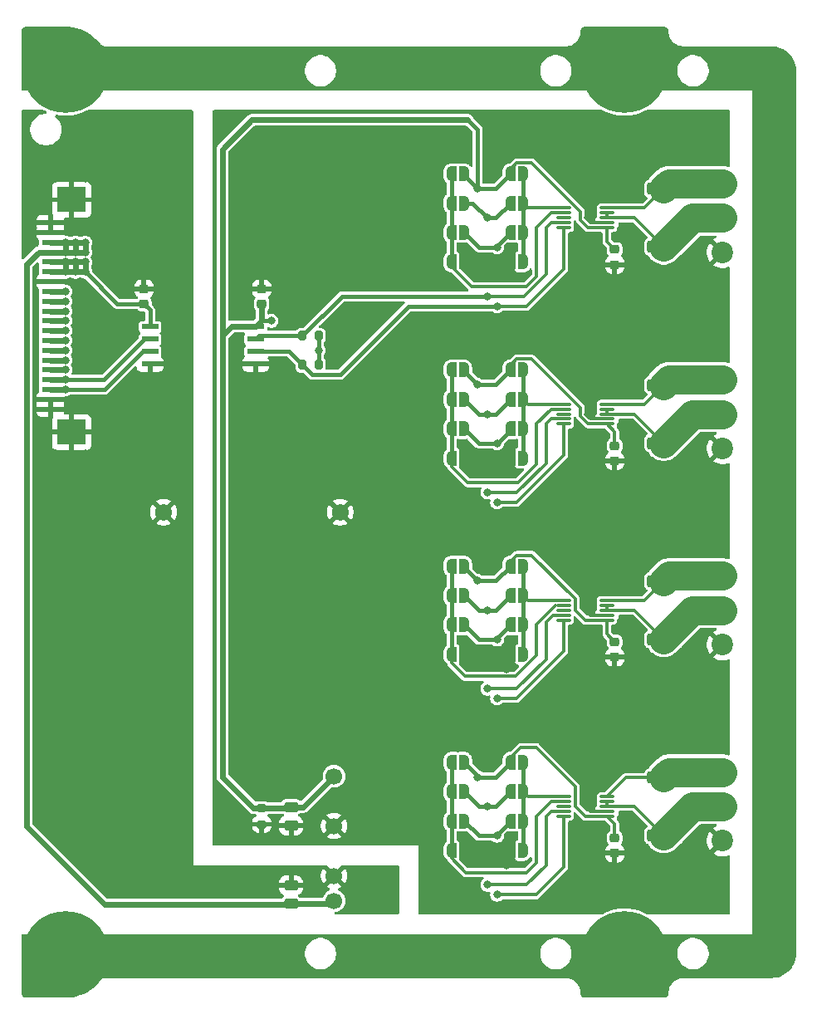
<source format=gbr>
%TF.GenerationSoftware,KiCad,Pcbnew,9.0.6*%
%TF.CreationDate,2025-11-27T08:11:18+03:00*%
%TF.ProjectId,PMCNV-INA226,504d434e-562d-4494-9e41-3232362e6b69,rev?*%
%TF.SameCoordinates,PX3dfd240PY5f5e100*%
%TF.FileFunction,Copper,L1,Top*%
%TF.FilePolarity,Positive*%
%FSLAX46Y46*%
G04 Gerber Fmt 4.6, Leading zero omitted, Abs format (unit mm)*
G04 Created by KiCad (PCBNEW 9.0.6) date 2025-11-27 08:11:18*
%MOMM*%
%LPD*%
G01*
G04 APERTURE LIST*
G04 Aperture macros list*
%AMRoundRect*
0 Rectangle with rounded corners*
0 $1 Rounding radius*
0 $2 $3 $4 $5 $6 $7 $8 $9 X,Y pos of 4 corners*
0 Add a 4 corners polygon primitive as box body*
4,1,4,$2,$3,$4,$5,$6,$7,$8,$9,$2,$3,0*
0 Add four circle primitives for the rounded corners*
1,1,$1+$1,$2,$3*
1,1,$1+$1,$4,$5*
1,1,$1+$1,$6,$7*
1,1,$1+$1,$8,$9*
0 Add four rect primitives between the rounded corners*
20,1,$1+$1,$2,$3,$4,$5,0*
20,1,$1+$1,$4,$5,$6,$7,0*
20,1,$1+$1,$6,$7,$8,$9,0*
20,1,$1+$1,$8,$9,$2,$3,0*%
%AMFreePoly0*
4,1,23,0.500000,-0.750000,0.000000,-0.750000,0.000000,-0.745722,-0.065263,-0.745722,-0.191342,-0.711940,-0.304381,-0.646677,-0.396677,-0.554381,-0.461940,-0.441342,-0.495722,-0.315263,-0.495722,-0.250000,-0.500000,-0.250000,-0.500000,0.250000,-0.495722,0.250000,-0.495722,0.315263,-0.461940,0.441342,-0.396677,0.554381,-0.304381,0.646677,-0.191342,0.711940,-0.065263,0.745722,0.000000,0.745722,
0.000000,0.750000,0.500000,0.750000,0.500000,-0.750000,0.500000,-0.750000,$1*%
%AMFreePoly1*
4,1,23,0.000000,0.745722,0.065263,0.745722,0.191342,0.711940,0.304381,0.646677,0.396677,0.554381,0.461940,0.441342,0.495722,0.315263,0.495722,0.250000,0.500000,0.250000,0.500000,-0.250000,0.495722,-0.250000,0.495722,-0.315263,0.461940,-0.441342,0.396677,-0.554381,0.304381,-0.646677,0.191342,-0.711940,0.065263,-0.745722,0.000000,-0.745722,0.000000,-0.750000,-0.500000,-0.750000,
-0.500000,0.750000,0.000000,0.750000,0.000000,0.745722,0.000000,0.745722,$1*%
G04 Aperture macros list end*
%TA.AperFunction,SMDPad,CuDef*%
%ADD10RoundRect,0.225000X-0.250000X0.225000X-0.250000X-0.225000X0.250000X-0.225000X0.250000X0.225000X0*%
%TD*%
%TA.AperFunction,ComponentPad*%
%ADD11C,1.725000*%
%TD*%
%TA.AperFunction,SMDPad,CuDef*%
%ADD12RoundRect,0.075000X-0.650000X-0.075000X0.650000X-0.075000X0.650000X0.075000X-0.650000X0.075000X0*%
%TD*%
%TA.AperFunction,SMDPad,CuDef*%
%ADD13FreePoly0,0.000000*%
%TD*%
%TA.AperFunction,SMDPad,CuDef*%
%ADD14FreePoly1,0.000000*%
%TD*%
%TA.AperFunction,SMDPad,CuDef*%
%ADD15RoundRect,0.200000X0.200000X0.275000X-0.200000X0.275000X-0.200000X-0.275000X0.200000X-0.275000X0*%
%TD*%
%TA.AperFunction,ComponentPad*%
%ADD16C,1.700000*%
%TD*%
%TA.AperFunction,ComponentPad*%
%ADD17C,0.900000*%
%TD*%
%TA.AperFunction,ComponentPad*%
%ADD18C,8.600000*%
%TD*%
%TA.AperFunction,ComponentPad*%
%ADD19C,2.200000*%
%TD*%
%TA.AperFunction,SMDPad,CuDef*%
%ADD20FreePoly0,180.000000*%
%TD*%
%TA.AperFunction,SMDPad,CuDef*%
%ADD21FreePoly1,180.000000*%
%TD*%
%TA.AperFunction,SMDPad,CuDef*%
%ADD22RoundRect,0.250000X-1.425000X0.362500X-1.425000X-0.362500X1.425000X-0.362500X1.425000X0.362500X0*%
%TD*%
%TA.AperFunction,SMDPad,CuDef*%
%ADD23RoundRect,0.250000X0.475000X-0.250000X0.475000X0.250000X-0.475000X0.250000X-0.475000X-0.250000X0*%
%TD*%
%TA.AperFunction,SMDPad,CuDef*%
%ADD24RoundRect,0.225000X0.250000X-0.225000X0.250000X0.225000X-0.250000X0.225000X-0.250000X-0.225000X0*%
%TD*%
%TA.AperFunction,SMDPad,CuDef*%
%ADD25RoundRect,0.200000X-0.275000X0.200000X-0.275000X-0.200000X0.275000X-0.200000X0.275000X0.200000X0*%
%TD*%
%TA.AperFunction,SMDPad,CuDef*%
%ADD26R,1.701800X0.558800*%
%TD*%
%TA.AperFunction,SMDPad,CuDef*%
%ADD27RoundRect,0.250000X-0.475000X0.250000X-0.475000X-0.250000X0.475000X-0.250000X0.475000X0.250000X0*%
%TD*%
%TA.AperFunction,SMDPad,CuDef*%
%ADD28R,1.800000X0.600000*%
%TD*%
%TA.AperFunction,SMDPad,CuDef*%
%ADD29R,3.000000X2.600000*%
%TD*%
%TA.AperFunction,ViaPad*%
%ADD30C,0.800000*%
%TD*%
%TA.AperFunction,Conductor*%
%ADD31C,0.600000*%
%TD*%
%TA.AperFunction,Conductor*%
%ADD32C,0.400000*%
%TD*%
%TA.AperFunction,Conductor*%
%ADD33C,0.300000*%
%TD*%
%TA.AperFunction,Conductor*%
%ADD34C,3.000000*%
%TD*%
G04 APERTURE END LIST*
D10*
%TO.P,C8,1*%
%TO.N,+5V_CNV*%
X21000000Y-33225000D03*
%TO.P,C8,2*%
%TO.N,GND_CNV*%
X21000000Y-34775000D03*
%TD*%
D11*
%TO.P,U4,1*%
%TO.N,GND_CNV*%
X-7000000Y0D03*
%TD*%
D12*
%TO.P,U7,1,A1*%
%TO.N,/CH3_A1*%
X15800000Y-29000000D03*
%TO.P,U7,2,A0*%
%TO.N,/CH3_A0*%
X15800000Y-29500000D03*
%TO.P,U7,3,~{Alert}*%
%TO.N,unconnected-(U7-~{Alert}-Pad3)*%
X15800000Y-30000000D03*
%TO.P,U7,4,SDA*%
%TO.N,/SDA_CNV*%
X15800000Y-30500000D03*
%TO.P,U7,5,SCL*%
%TO.N,/SCL_CNV*%
X15800000Y-31000000D03*
%TO.P,U7,6,VS*%
%TO.N,+5V_CNV*%
X20200000Y-31000000D03*
%TO.P,U7,7,GND*%
%TO.N,GND_CNV*%
X20200000Y-30500000D03*
%TO.P,U7,8,Vbus*%
%TO.N,Net-(J4-Pin_2)*%
X20200000Y-30000000D03*
%TO.P,U7,9,Vin-*%
X20200000Y-29500000D03*
%TO.P,U7,10,Vin+*%
%TO.N,Net-(J4-Pin_3)*%
X20200000Y-29000000D03*
%TD*%
D10*
%TO.P,C7,1*%
%TO.N,+5V_CNV*%
X21000000Y-13225000D03*
%TO.P,C7,2*%
%TO.N,GND_CNV*%
X21000000Y-14775000D03*
%TD*%
D13*
%TO.P,JP21,1,A*%
%TO.N,+5V_CNV*%
X10350000Y-5500000D03*
D14*
%TO.P,JP21,2,B*%
%TO.N,/CH2_A1*%
X11650000Y-5500000D03*
%TD*%
D15*
%TO.P,R3,1*%
%TO.N,+5V_CNV*%
X-9175000Y18000000D03*
%TO.P,R3,2*%
%TO.N,/SDA_CNV*%
X-10825000Y18000000D03*
%TD*%
D16*
%TO.P,PS1,1,Vin*%
%TO.N,+5V_IB*%
X-7625000Y-39615000D03*
%TO.P,PS1,2,GND*%
%TO.N,GND_IB*%
X-7625000Y-37075000D03*
%TO.P,PS1,4,0V*%
%TO.N,GND_CNV*%
X-7625000Y-31995000D03*
%TO.P,PS1,6,+V*%
%TO.N,+5V_CNV*%
X-7625000Y-26915000D03*
%TD*%
D17*
%TO.P,H4,1,1*%
%TO.N,PE*%
X18775000Y45000000D03*
X19719581Y47280419D03*
X19719581Y42719581D03*
X22000000Y48225000D03*
D18*
X22000000Y45000000D03*
D17*
X22000000Y41775000D03*
X24280419Y47280419D03*
X24280419Y42719581D03*
X25225000Y45000000D03*
%TD*%
D19*
%TO.P,J1,1,Pin_1*%
%TO.N,GND_CNV*%
X32000000Y26500000D03*
%TO.P,J1,2,Pin_2*%
%TO.N,Net-(J1-Pin_2)*%
X32000000Y30000000D03*
%TO.P,J1,3,Pin_3*%
%TO.N,Net-(J1-Pin_3)*%
X32000000Y33500000D03*
%TD*%
D13*
%TO.P,JP23,1,A*%
%TO.N,/SCL_CNV*%
X10350000Y-11500000D03*
D14*
%TO.P,JP23,2,B*%
%TO.N,/CH2_A1*%
X11650000Y-11500000D03*
%TD*%
D13*
%TO.P,JP31,1,A*%
%TO.N,/SCL_CNV*%
X10350000Y-31500000D03*
D14*
%TO.P,JP31,2,B*%
%TO.N,/CH3_A1*%
X11650000Y-31500000D03*
%TD*%
D20*
%TO.P,JP17,1,A*%
%TO.N,+5V_CNV*%
X5650000Y-5500000D03*
D21*
%TO.P,JP17,2,B*%
%TO.N,/CH2_A0*%
X4350000Y-5500000D03*
%TD*%
D12*
%TO.P,U5,1,A1*%
%TO.N,/CH1_A1*%
X15800000Y11000000D03*
%TO.P,U5,2,A0*%
%TO.N,/CH1_A0*%
X15800000Y10500000D03*
%TO.P,U5,3,~{Alert}*%
%TO.N,unconnected-(U5-~{Alert}-Pad3)*%
X15800000Y10000000D03*
%TO.P,U5,4,SDA*%
%TO.N,/SDA_CNV*%
X15800000Y9500000D03*
%TO.P,U5,5,SCL*%
%TO.N,/SCL_CNV*%
X15800000Y9000000D03*
%TO.P,U5,6,VS*%
%TO.N,+5V_CNV*%
X20200000Y9000000D03*
%TO.P,U5,7,GND*%
%TO.N,GND_CNV*%
X20200000Y9500000D03*
%TO.P,U5,8,Vbus*%
%TO.N,Net-(J2-Pin_2)*%
X20200000Y10000000D03*
%TO.P,U5,9,Vin-*%
X20200000Y10500000D03*
%TO.P,U5,10,Vin+*%
%TO.N,Net-(J2-Pin_3)*%
X20200000Y11000000D03*
%TD*%
D13*
%TO.P,JP24,1,A*%
%TO.N,GND_CNV*%
X10350000Y-14500000D03*
D14*
%TO.P,JP24,2,B*%
%TO.N,/CH2_A1*%
X11650000Y-14500000D03*
%TD*%
D19*
%TO.P,J4,1,Pin_1*%
%TO.N,GND_CNV*%
X32000000Y-33500000D03*
%TO.P,J4,2,Pin_2*%
%TO.N,Net-(J4-Pin_2)*%
X32000000Y-30000000D03*
%TO.P,J4,3,Pin_3*%
%TO.N,Net-(J4-Pin_3)*%
X32000000Y-26500000D03*
%TD*%
D20*
%TO.P,JP20,1,A*%
%TO.N,GND_CNV*%
X5650000Y-14500000D03*
D21*
%TO.P,JP20,2,B*%
%TO.N,/CH2_A0*%
X4350000Y-14500000D03*
%TD*%
D20*
%TO.P,JP25,1,A*%
%TO.N,+5V_CNV*%
X5650000Y-25500000D03*
D21*
%TO.P,JP25,2,B*%
%TO.N,/CH3_A0*%
X4350000Y-25500000D03*
%TD*%
D22*
%TO.P,R7,1*%
%TO.N,Net-(J4-Pin_3)*%
X26000000Y-27037500D03*
%TO.P,R7,2*%
%TO.N,Net-(J4-Pin_2)*%
X26000000Y-32962500D03*
%TD*%
D13*
%TO.P,JP5,1,A*%
%TO.N,+5V_CNV*%
X10350000Y34500000D03*
D14*
%TO.P,JP5,2,B*%
%TO.N,/CH0_A1*%
X11650000Y34500000D03*
%TD*%
D19*
%TO.P,J2,1,Pin_1*%
%TO.N,GND_CNV*%
X32000000Y6500000D03*
%TO.P,J2,2,Pin_2*%
%TO.N,Net-(J2-Pin_2)*%
X32000000Y10000000D03*
%TO.P,J2,3,Pin_3*%
%TO.N,Net-(J2-Pin_3)*%
X32000000Y13500000D03*
%TD*%
D12*
%TO.P,U2,1,A1*%
%TO.N,/CH0_A1*%
X15800000Y31000000D03*
%TO.P,U2,2,A0*%
%TO.N,/CH0_A0*%
X15800000Y30500000D03*
%TO.P,U2,3,~{Alert}*%
%TO.N,unconnected-(U2-~{Alert}-Pad3)*%
X15800000Y30000000D03*
%TO.P,U2,4,SDA*%
%TO.N,/SDA_CNV*%
X15800000Y29500000D03*
%TO.P,U2,5,SCL*%
%TO.N,/SCL_CNV*%
X15800000Y29000000D03*
%TO.P,U2,6,VS*%
%TO.N,+5V_CNV*%
X20200000Y29000000D03*
%TO.P,U2,7,GND*%
%TO.N,GND_CNV*%
X20200000Y29500000D03*
%TO.P,U2,8,Vbus*%
%TO.N,Net-(J1-Pin_2)*%
X20200000Y30000000D03*
%TO.P,U2,9,Vin-*%
X20200000Y30500000D03*
%TO.P,U2,10,Vin+*%
%TO.N,Net-(J1-Pin_3)*%
X20200000Y31000000D03*
%TD*%
D20*
%TO.P,JP2,1,A*%
%TO.N,/SDA_CNV*%
X5650000Y31500000D03*
D21*
%TO.P,JP2,2,B*%
%TO.N,/CH0_A0*%
X4350000Y31500000D03*
%TD*%
D23*
%TO.P,C1,1*%
%TO.N,+5V_IB*%
X-12000000Y-39950000D03*
%TO.P,C1,2*%
%TO.N,GND_IB*%
X-12000000Y-38050000D03*
%TD*%
D13*
%TO.P,JP15,1,A*%
%TO.N,/SCL_CNV*%
X10350000Y8500000D03*
D14*
%TO.P,JP15,2,B*%
%TO.N,/CH1_A1*%
X11650000Y8500000D03*
%TD*%
D17*
%TO.P,H2,1,1*%
%TO.N,PE*%
X18775000Y-45000000D03*
X19719581Y-42719581D03*
X19719581Y-47280419D03*
X22000000Y-41775000D03*
D18*
X22000000Y-45000000D03*
D17*
X22000000Y-48225000D03*
X24280419Y-42719581D03*
X24280419Y-47280419D03*
X25225000Y-45000000D03*
%TD*%
D13*
%TO.P,JP16,1,A*%
%TO.N,GND_CNV*%
X10350000Y5500000D03*
D14*
%TO.P,JP16,2,B*%
%TO.N,/CH1_A1*%
X11650000Y5500000D03*
%TD*%
D24*
%TO.P,C6,1*%
%TO.N,+3.3V_IB*%
X-27000000Y21225000D03*
%TO.P,C6,2*%
%TO.N,GND_IB*%
X-27000000Y22775000D03*
%TD*%
D13*
%TO.P,JP30,1,A*%
%TO.N,/SDA_CNV*%
X10350000Y-28500000D03*
D14*
%TO.P,JP30,2,B*%
%TO.N,/CH3_A1*%
X11650000Y-28500000D03*
%TD*%
D22*
%TO.P,R5,1*%
%TO.N,Net-(J2-Pin_3)*%
X26000000Y12962500D03*
%TO.P,R5,2*%
%TO.N,Net-(J2-Pin_2)*%
X26000000Y7037500D03*
%TD*%
D10*
%TO.P,C4,1*%
%TO.N,+5V_CNV*%
X21000000Y6775000D03*
%TO.P,C4,2*%
%TO.N,GND_CNV*%
X21000000Y5225000D03*
%TD*%
D12*
%TO.P,U6,1,A1*%
%TO.N,/CH2_A1*%
X15800000Y-9000000D03*
%TO.P,U6,2,A0*%
%TO.N,/CH2_A0*%
X15800000Y-9500000D03*
%TO.P,U6,3,~{Alert}*%
%TO.N,unconnected-(U6-~{Alert}-Pad3)*%
X15800000Y-10000000D03*
%TO.P,U6,4,SDA*%
%TO.N,/SDA_CNV*%
X15800000Y-10500000D03*
%TO.P,U6,5,SCL*%
%TO.N,/SCL_CNV*%
X15800000Y-11000000D03*
%TO.P,U6,6,VS*%
%TO.N,+5V_CNV*%
X20200000Y-11000000D03*
%TO.P,U6,7,GND*%
%TO.N,GND_CNV*%
X20200000Y-10500000D03*
%TO.P,U6,8,Vbus*%
%TO.N,Net-(J3-Pin_2)*%
X20200000Y-10000000D03*
%TO.P,U6,9,Vin-*%
X20200000Y-9500000D03*
%TO.P,U6,10,Vin+*%
%TO.N,Net-(J3-Pin_3)*%
X20200000Y-9000000D03*
%TD*%
D20*
%TO.P,JP12,1,A*%
%TO.N,GND_CNV*%
X5650000Y5500000D03*
D21*
%TO.P,JP12,2,B*%
%TO.N,/CH1_A0*%
X4350000Y5500000D03*
%TD*%
D20*
%TO.P,JP18,1,A*%
%TO.N,/SDA_CNV*%
X5650000Y-8500000D03*
D21*
%TO.P,JP18,2,B*%
%TO.N,/CH2_A0*%
X4350000Y-8500000D03*
%TD*%
D20*
%TO.P,JP26,1,A*%
%TO.N,/SDA_CNV*%
X5650000Y-28500000D03*
D21*
%TO.P,JP26,2,B*%
%TO.N,/CH3_A0*%
X4350000Y-28500000D03*
%TD*%
D22*
%TO.P,R2,1*%
%TO.N,Net-(J1-Pin_3)*%
X26000000Y32962500D03*
%TO.P,R2,2*%
%TO.N,Net-(J1-Pin_2)*%
X26000000Y27037500D03*
%TD*%
D20*
%TO.P,JP11,1,A*%
%TO.N,/SCL_CNV*%
X5650000Y8500000D03*
D21*
%TO.P,JP11,2,B*%
%TO.N,/CH1_A0*%
X4350000Y8500000D03*
%TD*%
D20*
%TO.P,JP10,1,A*%
%TO.N,/SDA_CNV*%
X5650000Y11500000D03*
D21*
%TO.P,JP10,2,B*%
%TO.N,/CH1_A0*%
X4350000Y11500000D03*
%TD*%
D13*
%TO.P,JP6,1,A*%
%TO.N,/SDA_CNV*%
X10350000Y31500000D03*
D14*
%TO.P,JP6,2,B*%
%TO.N,/CH0_A1*%
X11650000Y31500000D03*
%TD*%
D25*
%TO.P,R1,1*%
%TO.N,+5V_CNV*%
X-15000000Y-30175000D03*
%TO.P,R1,2*%
%TO.N,GND_CNV*%
X-15000000Y-31825000D03*
%TD*%
D17*
%TO.P,H1,1,1*%
%TO.N,PE*%
X-38225000Y-45000000D03*
X-37280419Y-42719581D03*
X-37280419Y-47280419D03*
X-35000000Y-41775000D03*
D18*
X-35000000Y-45000000D03*
D17*
X-35000000Y-48225000D03*
X-32719581Y-42719581D03*
X-32719581Y-47280419D03*
X-31775000Y-45000000D03*
%TD*%
D11*
%TO.P,U3,1*%
%TO.N,GND_IB*%
X-25000000Y0D03*
%TD*%
D22*
%TO.P,R6,1*%
%TO.N,Net-(J3-Pin_3)*%
X26000000Y-7037500D03*
%TO.P,R6,2*%
%TO.N,Net-(J3-Pin_2)*%
X26000000Y-12962500D03*
%TD*%
D15*
%TO.P,R4,1*%
%TO.N,+5V_CNV*%
X-9175000Y15000000D03*
%TO.P,R4,2*%
%TO.N,/SCL_CNV*%
X-10825000Y15000000D03*
%TD*%
D26*
%TO.P,U11,1,VDDa*%
%TO.N,+3.3V_IB*%
X-26384800Y18905000D03*
%TO.P,U11,2,SDAa*%
%TO.N,/SDA_IB*%
X-26384800Y17635000D03*
%TO.P,U11,3,SCLa*%
%TO.N,/SCL_IB*%
X-26384800Y16365000D03*
%TO.P,U11,4,GNDa*%
%TO.N,GND_IB*%
X-26384800Y15095000D03*
%TO.P,U11,5,GNDb*%
%TO.N,GND_CNV*%
X-15615200Y15095000D03*
%TO.P,U11,6,SCLb*%
%TO.N,/SCL_CNV*%
X-15615200Y16365000D03*
%TO.P,U11,7,SDAb*%
%TO.N,/SDA_CNV*%
X-15615200Y17635000D03*
%TO.P,U11,8,VDDb*%
%TO.N,+5V_CNV*%
X-15615200Y18905000D03*
%TD*%
D13*
%TO.P,JP7,1,A*%
%TO.N,/SCL_CNV*%
X10350000Y28500000D03*
D14*
%TO.P,JP7,2,B*%
%TO.N,/CH0_A1*%
X11650000Y28500000D03*
%TD*%
D19*
%TO.P,J3,1,Pin_1*%
%TO.N,GND_CNV*%
X32000000Y-13500000D03*
%TO.P,J3,2,Pin_2*%
%TO.N,Net-(J3-Pin_2)*%
X32000000Y-10000000D03*
%TO.P,J3,3,Pin_3*%
%TO.N,Net-(J3-Pin_3)*%
X32000000Y-6500000D03*
%TD*%
D20*
%TO.P,JP28,1,A*%
%TO.N,GND_CNV*%
X5650000Y-34500000D03*
D21*
%TO.P,JP28,2,B*%
%TO.N,/CH3_A0*%
X4350000Y-34500000D03*
%TD*%
D20*
%TO.P,JP9,1,A*%
%TO.N,+5V_CNV*%
X5650000Y14500000D03*
D21*
%TO.P,JP9,2,B*%
%TO.N,/CH1_A0*%
X4350000Y14500000D03*
%TD*%
D27*
%TO.P,C2,1*%
%TO.N,+5V_CNV*%
X-12000000Y-30050000D03*
%TO.P,C2,2*%
%TO.N,GND_CNV*%
X-12000000Y-31950000D03*
%TD*%
D13*
%TO.P,JP29,1,A*%
%TO.N,+5V_CNV*%
X10350000Y-25500000D03*
D14*
%TO.P,JP29,2,B*%
%TO.N,/CH3_A1*%
X11650000Y-25500000D03*
%TD*%
D10*
%TO.P,C3,1*%
%TO.N,+5V_CNV*%
X21000000Y26775000D03*
%TO.P,C3,2*%
%TO.N,GND_CNV*%
X21000000Y25225000D03*
%TD*%
D20*
%TO.P,JP19,1,A*%
%TO.N,/SCL_CNV*%
X5650000Y-11500000D03*
D21*
%TO.P,JP19,2,B*%
%TO.N,/CH2_A0*%
X4350000Y-11500000D03*
%TD*%
D17*
%TO.P,H3,1,1*%
%TO.N,PE*%
X-38225000Y45000000D03*
X-37280419Y47280419D03*
X-37280419Y42719581D03*
X-35000000Y48225000D03*
D18*
X-35000000Y45000000D03*
D17*
X-35000000Y41775000D03*
X-32719581Y47280419D03*
X-32719581Y42719581D03*
X-31775000Y45000000D03*
%TD*%
D20*
%TO.P,JP1,1,A*%
%TO.N,+5V_CNV*%
X5650000Y34500000D03*
D21*
%TO.P,JP1,2,B*%
%TO.N,/CH0_A0*%
X4350000Y34500000D03*
%TD*%
D28*
%TO.P,JM1,1,Pin_1*%
%TO.N,GND_IB*%
X-36546000Y10500000D03*
%TO.P,JM1,2,Pin_2*%
X-36546000Y11500000D03*
%TO.P,JM1,3,Pin_3*%
%TO.N,/SCL_IB*%
X-36546000Y12500000D03*
%TO.P,JM1,4,Pin_4*%
%TO.N,/SDA_IB*%
X-36546000Y13500000D03*
%TO.P,JM1,5,Pin_5*%
%TO.N,Net-(JM1-Pin_5)*%
X-36546000Y14500000D03*
%TO.P,JM1,6,Pin_6*%
%TO.N,/RST_IB*%
X-36546000Y15500000D03*
%TO.P,JM1,7,Pin_7*%
%TO.N,/CS3_IB*%
X-36546000Y16500000D03*
%TO.P,JM1,8,Pin_8*%
%TO.N,/CS2_IB*%
X-36546000Y17500000D03*
%TO.P,JM1,9,Pin_9*%
%TO.N,/CS1_IB*%
X-36546000Y18500000D03*
%TO.P,JM1,10,Pin_10*%
%TO.N,/CS0_IB*%
X-36546000Y19500000D03*
%TO.P,JM1,11,Pin_11*%
%TO.N,/SCK_IB*%
X-36546000Y20500000D03*
%TO.P,JM1,12,Pin_11*%
%TO.N,/MISO_IB*%
X-36546000Y21500000D03*
%TO.P,JM1,13,Pin_11*%
%TO.N,/MOSI_IB*%
X-36546000Y22500000D03*
%TO.P,JM1,14,Pin_11*%
%TO.N,GND_IB*%
X-36546000Y23500000D03*
%TO.P,JM1,15,Pin_11*%
%TO.N,+3.3V_IB*%
X-36546000Y24500000D03*
%TO.P,JM1,16,Pin_11*%
X-36546000Y25500000D03*
%TO.P,JM1,17,Pin_11*%
%TO.N,+5V_IB*%
X-36546000Y26500000D03*
%TO.P,JM1,18,Pin_11*%
X-36546000Y27500000D03*
%TO.P,JM1,19,Pin_11*%
%TO.N,GND_IB*%
X-36546000Y28500000D03*
%TO.P,JM1,20,Pin_11*%
X-36546000Y29500000D03*
D29*
%TO.P,JM1,MP1,Pin_11*%
X-34375000Y8150000D03*
%TO.P,JM1,MP2,Pin_11*%
X-34375000Y31850000D03*
%TD*%
D13*
%TO.P,JP8,1,A*%
%TO.N,GND_CNV*%
X10350000Y25500000D03*
D14*
%TO.P,JP8,2,B*%
%TO.N,/CH0_A1*%
X11650000Y25500000D03*
%TD*%
D13*
%TO.P,JP14,1,A*%
%TO.N,/SDA_CNV*%
X10350000Y11500000D03*
D14*
%TO.P,JP14,2,B*%
%TO.N,/CH1_A1*%
X11650000Y11500000D03*
%TD*%
D20*
%TO.P,JP4,1,A*%
%TO.N,GND_CNV*%
X5650000Y25500000D03*
D21*
%TO.P,JP4,2,B*%
%TO.N,/CH0_A0*%
X4350000Y25500000D03*
%TD*%
D24*
%TO.P,C5,1*%
%TO.N,+5V_CNV*%
X-15000000Y21225000D03*
%TO.P,C5,2*%
%TO.N,GND_CNV*%
X-15000000Y22775000D03*
%TD*%
D20*
%TO.P,JP3,1,A*%
%TO.N,/SCL_CNV*%
X5650000Y28500000D03*
D21*
%TO.P,JP3,2,B*%
%TO.N,/CH0_A0*%
X4350000Y28500000D03*
%TD*%
D13*
%TO.P,JP22,1,A*%
%TO.N,/SDA_CNV*%
X10350000Y-8500000D03*
D14*
%TO.P,JP22,2,B*%
%TO.N,/CH2_A1*%
X11650000Y-8500000D03*
%TD*%
D20*
%TO.P,JP27,1,A*%
%TO.N,/SCL_CNV*%
X5650000Y-31500000D03*
D21*
%TO.P,JP27,2,B*%
%TO.N,/CH3_A0*%
X4350000Y-31500000D03*
%TD*%
D13*
%TO.P,JP13,1,A*%
%TO.N,+5V_CNV*%
X10350000Y14500000D03*
D14*
%TO.P,JP13,2,B*%
%TO.N,/CH1_A1*%
X11650000Y14500000D03*
%TD*%
D13*
%TO.P,JP32,1,A*%
%TO.N,GND_CNV*%
X10350000Y-34500000D03*
D14*
%TO.P,JP32,2,B*%
%TO.N,/CH3_A1*%
X11650000Y-34500000D03*
%TD*%
D30*
%TO.N,/CS2_IB*%
X-35000000Y17500000D03*
%TO.N,/MOSI_IB*%
X-35000000Y22500000D03*
%TO.N,GND_IB*%
X-36000000Y6000000D03*
X-34500000Y6000000D03*
X-36000000Y34000000D03*
X-34500000Y34000000D03*
X-33000000Y34000000D03*
X-33000000Y6000000D03*
%TO.N,/SDA_IB*%
X-35000000Y13500000D03*
%TO.N,Net-(JM1-Pin_5)*%
X-35000000Y14500000D03*
%TO.N,+3.3V_IB*%
X-33000000Y24500000D03*
X-33000000Y25500000D03*
X-34000000Y25500000D03*
X-34000000Y24500000D03*
X-35000000Y25500000D03*
X-35000000Y24500000D03*
%TO.N,/MISO_IB*%
X-35000000Y21500000D03*
%TO.N,+5V_IB*%
X-34000000Y27500000D03*
X-33000000Y26500000D03*
X-33000000Y27500000D03*
X-35000000Y27500000D03*
X-35000000Y26500000D03*
X-34000000Y26500000D03*
%TO.N,/RST_IB*%
X-35000000Y15500000D03*
%TO.N,/SCL_IB*%
X-35000000Y12500000D03*
%TO.N,/CS3_IB*%
X-35000000Y16500000D03*
%TO.N,/SCK_IB*%
X-35000000Y20500000D03*
%TO.N,/CS1_IB*%
X-35000000Y18500000D03*
%TO.N,/CS0_IB*%
X-35000000Y19500000D03*
%TO.N,GND_CNV*%
X10000000Y-16000000D03*
X-15000000Y25000000D03*
X-16000000Y26000000D03*
X-6000000Y19000000D03*
X10000000Y24000000D03*
X10000000Y-36000000D03*
X10000000Y4000000D03*
%TO.N,+5V_CNV*%
X7000000Y13000000D03*
X7000000Y33000000D03*
X7000000Y-27000000D03*
X-14000000Y19500000D03*
X7000000Y-7000000D03*
X-9175000Y16500000D03*
%TO.N,/SCL_CNV*%
X9000000Y-19000000D03*
X9000000Y1000000D03*
X9000000Y-13000000D03*
X9000000Y7000000D03*
X9000000Y-33000000D03*
X9000000Y-39000000D03*
X9000000Y27000000D03*
X9000000Y21000000D03*
%TO.N,/SDA_CNV*%
X8000000Y10000000D03*
X8000000Y2000000D03*
X8000000Y-30000000D03*
X8000000Y-38000000D03*
X8000000Y-18000000D03*
X8000000Y-10000000D03*
X8000000Y22000000D03*
X8000000Y30000000D03*
%TD*%
D31*
%TO.N,/CS2_IB*%
X-36546000Y17500000D02*
X-35000000Y17500000D01*
%TO.N,/MOSI_IB*%
X-36546000Y22500000D02*
X-35000000Y22500000D01*
D32*
%TO.N,/SDA_IB*%
X-35000000Y13500000D02*
X-31091300Y13500000D01*
X-26956300Y17635000D02*
X-26384800Y17635000D01*
D31*
X-36546000Y13500000D02*
X-35000000Y13500000D01*
D32*
X-31091300Y13500000D02*
X-26956300Y17635000D01*
D31*
%TO.N,Net-(JM1-Pin_5)*%
X-36546000Y14500000D02*
X-35000000Y14500000D01*
D32*
%TO.N,+3.3V_IB*%
X-27000000Y21225000D02*
X-29725000Y21225000D01*
D31*
X-34000000Y25500000D02*
X-33000000Y25500000D01*
X-35000000Y25500000D02*
X-34000000Y25500000D01*
X-35000000Y25500000D02*
X-35000000Y24500000D01*
X-34000000Y24500000D02*
X-33000000Y24500000D01*
D32*
X-26384800Y18905000D02*
X-26384800Y20609800D01*
D31*
X-34000000Y25500000D02*
X-34000000Y24500000D01*
D32*
X-29725000Y21225000D02*
X-33000000Y24500000D01*
X-26384800Y20609800D02*
X-27000000Y21225000D01*
D31*
X-35000000Y24500000D02*
X-34000000Y24500000D01*
X-36546000Y25500000D02*
X-35000000Y25500000D01*
X-36546000Y24500000D02*
X-35000000Y24500000D01*
X-33000000Y25500000D02*
X-33000000Y24500000D01*
%TO.N,/MISO_IB*%
X-36546000Y21500000D02*
X-35000000Y21500000D01*
%TO.N,+5V_IB*%
X-12000000Y-39950000D02*
X-12050000Y-40000000D01*
X-36546000Y26500000D02*
X-35000000Y26500000D01*
X-37748000Y26500000D02*
X-36546000Y26500000D01*
X-31000000Y-40000000D02*
X-39000000Y-32000000D01*
X-39000000Y-32000000D02*
X-39000000Y25248000D01*
X-35000000Y26500000D02*
X-34000000Y26500000D01*
X-36546000Y27500000D02*
X-35000000Y27500000D01*
X-7960000Y-39950000D02*
X-7625000Y-39615000D01*
X-34000000Y27500000D02*
X-33000000Y27500000D01*
X-12050000Y-40000000D02*
X-31000000Y-40000000D01*
X-35000000Y27500000D02*
X-34000000Y27500000D01*
X-39000000Y25248000D02*
X-37748000Y26500000D01*
X-33000000Y26500000D02*
X-33000000Y27500000D01*
X-34000000Y27500000D02*
X-34000000Y26500000D01*
X-12000000Y-39950000D02*
X-7960000Y-39950000D01*
X-35000000Y27500000D02*
X-35000000Y26500000D01*
X-34000000Y26500000D02*
X-33000000Y26500000D01*
%TO.N,/RST_IB*%
X-36546000Y15500000D02*
X-35000000Y15500000D01*
D32*
%TO.N,/SCL_IB*%
X-26384800Y16365000D02*
X-27135000Y16365000D01*
X-27135000Y16365000D02*
X-31000000Y12500000D01*
D31*
X-36546000Y12500000D02*
X-35000000Y12500000D01*
D32*
X-31000000Y12500000D02*
X-35000000Y12500000D01*
D31*
%TO.N,/CS3_IB*%
X-36546000Y16500000D02*
X-35000000Y16500000D01*
%TO.N,/SCK_IB*%
X-36546000Y20500000D02*
X-35000000Y20500000D01*
%TO.N,/CS1_IB*%
X-36546000Y18500000D02*
X-35000000Y18500000D01*
%TO.N,/CS0_IB*%
X-36546000Y19500000D02*
X-35000000Y19500000D01*
D33*
%TO.N,GND_CNV*%
X18500000Y29500000D02*
X18000000Y30000000D01*
X18500000Y9500000D02*
X18000000Y10000000D01*
X20200000Y29500000D02*
X18500000Y29500000D01*
X18500000Y-30500000D02*
X18000000Y-30000000D01*
X20200000Y-30500000D02*
X18500000Y-30500000D01*
X18500000Y-10500000D02*
X18000000Y-10000000D01*
X20200000Y-10500000D02*
X18500000Y-10500000D01*
X20200000Y9500000D02*
X18500000Y9500000D01*
D31*
%TO.N,+5V_CNV*%
X-15000000Y-30175000D02*
X-15825000Y-30175000D01*
D33*
X12523534Y15606000D02*
X17499000Y10630534D01*
D31*
X-19000000Y18000000D02*
X-19000000Y37000000D01*
D32*
X8850000Y-7000000D02*
X10350000Y-5500000D01*
D31*
X-19000000Y37000000D02*
X-16000000Y40000000D01*
D33*
X10350000Y-25046538D02*
X10350000Y-25500000D01*
X10350000Y14500000D02*
X10350000Y14953462D01*
D31*
X-15000000Y19520200D02*
X-15615200Y18905000D01*
D33*
X18000000Y-31000000D02*
X17000000Y-30000000D01*
D32*
X-9175000Y18000000D02*
X-9175000Y16500000D01*
D33*
X18000000Y-11000000D02*
X20200000Y-11000000D01*
X20200000Y-12425000D02*
X21000000Y-13225000D01*
X10350000Y14953462D02*
X11002538Y15606000D01*
D31*
X-15615200Y18905000D02*
X-18095000Y18905000D01*
D33*
X17000000Y-8870466D02*
X17000000Y-10000000D01*
X13000000Y-24000000D02*
X11396538Y-24000000D01*
X10350000Y34953462D02*
X11002538Y35606000D01*
D31*
X-15000000Y21225000D02*
X-15000000Y19520200D01*
D32*
X7000000Y-27000000D02*
X7000000Y-26850000D01*
X-9175000Y16500000D02*
X-9175000Y15000000D01*
D33*
X17000000Y-28000000D02*
X13000000Y-24000000D01*
D32*
X-15020200Y19500000D02*
X-15615200Y18905000D01*
X7000000Y33000000D02*
X7000000Y39000000D01*
D33*
X18291480Y29000000D02*
X20200000Y29000000D01*
D32*
X5650000Y-5500000D02*
X5650000Y-5650000D01*
D33*
X5650000Y34500000D02*
X5650000Y34350000D01*
X21000000Y-33225000D02*
X21000000Y-31800000D01*
D31*
X-12125000Y-30175000D02*
X-12000000Y-30050000D01*
D33*
X21000000Y8200000D02*
X20200000Y9000000D01*
X17499000Y9792480D02*
X18291480Y9000000D01*
D31*
X-16000000Y40000000D02*
X6000000Y40000000D01*
D32*
X5650000Y-5650000D02*
X7000000Y-7000000D01*
D33*
X20200000Y-31000000D02*
X18000000Y-31000000D01*
D32*
X8850000Y-27000000D02*
X10350000Y-25500000D01*
D31*
X-19000000Y-27000000D02*
X-19000000Y18000000D01*
D33*
X18291480Y9000000D02*
X20200000Y9000000D01*
D32*
X7000000Y-26850000D02*
X5650000Y-25500000D01*
X5650000Y14350000D02*
X7000000Y13000000D01*
X7000000Y33000000D02*
X8850000Y33000000D01*
D33*
X11002538Y15606000D02*
X12523534Y15606000D01*
D32*
X7000000Y-27000000D02*
X8850000Y-27000000D01*
D33*
X11002538Y-4394000D02*
X12523534Y-4394000D01*
X20200000Y27575000D02*
X21000000Y26775000D01*
D32*
X5650000Y34350000D02*
X7000000Y33000000D01*
D33*
X17499000Y10630534D02*
X17499000Y9792480D01*
X21000000Y-31800000D02*
X20200000Y-31000000D01*
D32*
X7000000Y-7000000D02*
X8850000Y-7000000D01*
X5650000Y14500000D02*
X5650000Y14350000D01*
D33*
X11396538Y-24000000D02*
X10350000Y-25046538D01*
D32*
X7000000Y13000000D02*
X8850000Y13000000D01*
X-14000000Y19500000D02*
X-15020200Y19500000D01*
D33*
X17499000Y30630534D02*
X17499000Y29792480D01*
D32*
X8850000Y13000000D02*
X10350000Y14500000D01*
D33*
X11002538Y35606000D02*
X12523534Y35606000D01*
X20200000Y-11000000D02*
X20200000Y-12425000D01*
X10350000Y34500000D02*
X10350000Y34953462D01*
D32*
X7000000Y39000000D02*
X6000000Y40000000D01*
D33*
X17499000Y29792480D02*
X18291480Y29000000D01*
X10350000Y-5500000D02*
X10350000Y-5046538D01*
X17000000Y-30000000D02*
X17000000Y-28000000D01*
X10350000Y-5046538D02*
X11002538Y-4394000D01*
D31*
X-12000000Y-30050000D02*
X-10760000Y-30050000D01*
X-18095000Y18905000D02*
X-19000000Y18000000D01*
D33*
X20200000Y29000000D02*
X20200000Y27575000D01*
X12523534Y35606000D02*
X17499000Y30630534D01*
D31*
X-15825000Y-30175000D02*
X-19000000Y-27000000D01*
D33*
X12523534Y-4394000D02*
X17000000Y-8870466D01*
D32*
X8850000Y33000000D02*
X10350000Y34500000D01*
D31*
X-15000000Y-30175000D02*
X-12125000Y-30175000D01*
X-10760000Y-30050000D02*
X-7625000Y-26915000D01*
D33*
X17000000Y-10000000D02*
X18000000Y-11000000D01*
X21000000Y6775000D02*
X21000000Y8200000D01*
D32*
%TO.N,/SCL_CNV*%
X-15615200Y16365000D02*
X-12190000Y16365000D01*
X7150000Y7000000D02*
X5650000Y8500000D01*
D33*
X15800000Y29000000D02*
X15800000Y24800000D01*
X10350000Y28350000D02*
X10350000Y28500000D01*
D32*
X0Y21000000D02*
X9000000Y21000000D01*
X-12190000Y16365000D02*
X-10825000Y15000000D01*
X9000000Y-33000000D02*
X7150000Y-33000000D01*
D33*
X12000000Y21000000D02*
X9000000Y21000000D01*
X15800000Y5800000D02*
X15800000Y9000000D01*
X15800000Y-36200000D02*
X13000000Y-39000000D01*
X13000000Y-39000000D02*
X9000000Y-39000000D01*
D32*
X7150000Y27000000D02*
X9000000Y27000000D01*
D33*
X11000000Y1000000D02*
X15800000Y5800000D01*
D32*
X9000000Y27150000D02*
X10350000Y28500000D01*
X9000000Y-13000000D02*
X7150000Y-13000000D01*
X-10825000Y15000000D02*
X-9825000Y14000000D01*
D33*
X14000000Y23000000D02*
X12000000Y21000000D01*
D32*
X9000000Y-13000000D02*
X9000000Y-12850000D01*
X9000000Y27000000D02*
X9000000Y27150000D01*
D33*
X9000000Y1000000D02*
X11000000Y1000000D01*
X15800000Y-31000000D02*
X15800000Y-36200000D01*
D32*
X7150000Y-33000000D02*
X5650000Y-31500000D01*
X-9825000Y14000000D02*
X-7000000Y14000000D01*
X9000000Y7000000D02*
X10350000Y8350000D01*
X9000000Y-33000000D02*
X9000000Y-32850000D01*
X-7000000Y14000000D02*
X0Y21000000D01*
D33*
X15800000Y-14200000D02*
X11000000Y-19000000D01*
D32*
X9000000Y-12850000D02*
X10350000Y-11500000D01*
X7150000Y-13000000D02*
X5650000Y-11500000D01*
D33*
X11000000Y-19000000D02*
X9000000Y-19000000D01*
D32*
X9000000Y7000000D02*
X7150000Y7000000D01*
X5650000Y28500000D02*
X7150000Y27000000D01*
D33*
X15800000Y-11000000D02*
X15800000Y-14200000D01*
D32*
X9000000Y-32850000D02*
X10350000Y-31500000D01*
X10350000Y8350000D02*
X10350000Y8500000D01*
D33*
X15800000Y24800000D02*
X14000000Y23000000D01*
D34*
%TO.N,Net-(J1-Pin_2)*%
X28962500Y30000000D02*
X26000000Y27037500D01*
D33*
X23037500Y30000000D02*
X26000000Y27037500D01*
D34*
X32000000Y30000000D02*
X28962500Y30000000D01*
D33*
X20200000Y30000000D02*
X23037500Y30000000D01*
X20200000Y30500000D02*
X20200000Y30000000D01*
D34*
%TO.N,Net-(J1-Pin_3)*%
X26537500Y33500000D02*
X26000000Y32962500D01*
D33*
X24037500Y31000000D02*
X26000000Y32962500D01*
D34*
X32000000Y33500000D02*
X26537500Y33500000D01*
D33*
X20200000Y31000000D02*
X24037500Y31000000D01*
%TO.N,/SDA_CNV*%
X14500000Y29500000D02*
X14000000Y29000000D01*
X11708520Y22000000D02*
X8000000Y22000000D01*
X8000000Y2000000D02*
X11000000Y2000000D01*
X14500000Y-30500000D02*
X14000000Y-31000000D01*
X14000000Y-31000000D02*
X14000000Y-36000000D01*
X14000000Y9000000D02*
X14500000Y9500000D01*
D32*
X8000000Y-10000000D02*
X7150000Y-10000000D01*
X7150000Y-10000000D02*
X5650000Y-8500000D01*
D33*
X15800000Y-30500000D02*
X14500000Y-30500000D01*
D32*
X8850000Y10000000D02*
X10350000Y11500000D01*
D33*
X11000000Y2000000D02*
X14000000Y5000000D01*
D32*
X-6825000Y22000000D02*
X-10825000Y18000000D01*
X5650000Y31500000D02*
X6500000Y31500000D01*
D33*
X15800000Y-10500000D02*
X14678986Y-10500000D01*
X11000000Y-18000000D02*
X8000000Y-18000000D01*
D32*
X8000000Y-10000000D02*
X8850000Y-10000000D01*
X6500000Y31500000D02*
X8000000Y30000000D01*
X8000000Y-30000000D02*
X8850000Y-30000000D01*
X-15250200Y18000000D02*
X-15615200Y17635000D01*
D33*
X14000000Y-36000000D02*
X12000000Y-38000000D01*
D32*
X8000000Y-30000000D02*
X7150000Y-30000000D01*
D33*
X12000000Y-38000000D02*
X8000000Y-38000000D01*
X14000000Y24291480D02*
X11708520Y22000000D01*
X14000000Y-15000000D02*
X11000000Y-18000000D01*
D32*
X7150000Y10000000D02*
X8000000Y10000000D01*
D33*
X14000000Y29000000D02*
X14000000Y24291480D01*
D32*
X8000000Y10000000D02*
X8850000Y10000000D01*
D33*
X14000000Y5000000D02*
X14000000Y9000000D01*
D32*
X8850000Y30000000D02*
X8000000Y30000000D01*
D33*
X14500000Y9500000D02*
X15800000Y9500000D01*
D32*
X-10825000Y18000000D02*
X-15250200Y18000000D01*
X7150000Y-30000000D02*
X5650000Y-28500000D01*
X5650000Y11500000D02*
X7150000Y10000000D01*
X10350000Y31500000D02*
X8850000Y30000000D01*
X8850000Y-10000000D02*
X10350000Y-8500000D01*
X8850000Y-30000000D02*
X10350000Y-28500000D01*
D33*
X14000000Y-11178986D02*
X14000000Y-15000000D01*
X14678986Y-10500000D02*
X14000000Y-11178986D01*
X15800000Y29500000D02*
X14500000Y29500000D01*
D32*
X8000000Y22000000D02*
X-6825000Y22000000D01*
D34*
%TO.N,Net-(J2-Pin_2)*%
X32000000Y10000000D02*
X28962500Y10000000D01*
X28962500Y10000000D02*
X26000000Y7037500D01*
D33*
X23037500Y10000000D02*
X26000000Y7037500D01*
X20200000Y10000000D02*
X23037500Y10000000D01*
X20200000Y10000000D02*
X20200000Y10500000D01*
D34*
%TO.N,Net-(J2-Pin_3)*%
X26537500Y13500000D02*
X26000000Y12962500D01*
D33*
X20200000Y11000000D02*
X24037500Y11000000D01*
D34*
X32000000Y13500000D02*
X26537500Y13500000D01*
D33*
X24037500Y11000000D02*
X26000000Y12962500D01*
%TO.N,/CH0_A0*%
X4350000Y25046538D02*
X4350000Y25500000D01*
X12000000Y23000000D02*
X6396538Y23000000D01*
X15800000Y30500000D02*
X14500000Y30500000D01*
D32*
X4350000Y34500000D02*
X4350000Y25500000D01*
D33*
X14500000Y30500000D02*
X13000000Y29000000D01*
X13000000Y24000000D02*
X12000000Y23000000D01*
X13000000Y29000000D02*
X13000000Y24000000D01*
X6396538Y23000000D02*
X4350000Y25046538D01*
%TO.N,/CH0_A1*%
X15800000Y31000000D02*
X12150000Y31000000D01*
X12150000Y31000000D02*
X11650000Y31500000D01*
D32*
X11650000Y25500000D02*
X11650000Y34500000D01*
D33*
%TO.N,Net-(J3-Pin_3)*%
X20200000Y-9000000D02*
X24037500Y-9000000D01*
X24037500Y-9000000D02*
X26000000Y-7037500D01*
D34*
X32000000Y-6500000D02*
X26537500Y-6500000D01*
X26537500Y-6500000D02*
X26000000Y-7037500D01*
%TO.N,Net-(J3-Pin_2)*%
X32000000Y-10000000D02*
X28962500Y-10000000D01*
D33*
X23036500Y-9999000D02*
X20200000Y-9999000D01*
D34*
X28962500Y-10000000D02*
X26000000Y-12962500D01*
D33*
X20200000Y-9500000D02*
X20200000Y-10000000D01*
X26000000Y-12962500D02*
X23036500Y-9999000D01*
D32*
%TO.N,/CH1_A0*%
X4350000Y14500000D02*
X4350000Y5500000D01*
D33*
X4350000Y4650000D02*
X6000000Y3000000D01*
X4350000Y5500000D02*
X4350000Y4650000D01*
X11129534Y3000000D02*
X13000000Y4870466D01*
X6000000Y3000000D02*
X11129534Y3000000D01*
X13000000Y9000000D02*
X14500000Y10500000D01*
X13000000Y4870466D02*
X13000000Y9000000D01*
X14500000Y10500000D02*
X15800000Y10500000D01*
%TO.N,/CH1_A1*%
X11650000Y11500000D02*
X12150000Y11000000D01*
X12150000Y11000000D02*
X15800000Y11000000D01*
D32*
X11650000Y14500000D02*
X11650000Y5500000D01*
D33*
%TO.N,/CH2_A0*%
X13000000Y-11470466D02*
X14971466Y-9499000D01*
X13000000Y-14610568D02*
X13000000Y-11470466D01*
X5751000Y-16751000D02*
X10859568Y-16751000D01*
X4350000Y-14500000D02*
X4350000Y-15350000D01*
D32*
X4350000Y-5500000D02*
X4350000Y-14500000D01*
D33*
X10859568Y-16751000D02*
X13000000Y-14610568D01*
X4350000Y-15350000D02*
X5751000Y-16751000D01*
%TO.N,/CH2_A1*%
X12149000Y-8999000D02*
X15800000Y-8999000D01*
X11650000Y-8500000D02*
X12149000Y-8999000D01*
D32*
X11650000Y-5500000D02*
X11650000Y-14500000D01*
D34*
%TO.N,Net-(J4-Pin_2)*%
X28962500Y-30000000D02*
X26000000Y-32962500D01*
D33*
X20200000Y-30000000D02*
X23037500Y-30000000D01*
X20200000Y-29500000D02*
X20200000Y-30000000D01*
D34*
X32000000Y-30000000D02*
X28962500Y-30000000D01*
D33*
X23037500Y-30000000D02*
X26000000Y-32962500D01*
D34*
%TO.N,Net-(J4-Pin_3)*%
X32000000Y-26500000D02*
X26537500Y-26500000D01*
D33*
X26000000Y-27037500D02*
X22162500Y-27037500D01*
D34*
X26537500Y-26500000D02*
X26000000Y-27037500D01*
D33*
X22162500Y-27037500D02*
X20200000Y-29000000D01*
%TO.N,/CH3_A0*%
X13000000Y-31000000D02*
X13000000Y-35751000D01*
X4350000Y-35255000D02*
X4350000Y-34500000D01*
X13000000Y-35751000D02*
X12000000Y-36751000D01*
X15800000Y-29500000D02*
X14500000Y-29500000D01*
X14500000Y-29500000D02*
X13000000Y-31000000D01*
X12000000Y-36751000D02*
X5846000Y-36751000D01*
X5846000Y-36751000D02*
X4350000Y-35255000D01*
D32*
X4350000Y-25500000D02*
X4350000Y-34500000D01*
D33*
%TO.N,/CH3_A1*%
X15800000Y-29000000D02*
X12150000Y-29000000D01*
X12150000Y-29000000D02*
X11650000Y-28500000D01*
D32*
X11650000Y-25500000D02*
X11650000Y-34500000D01*
%TD*%
%TA.AperFunction,Conductor*%
%TO.N,PE*%
G36*
X-34997392Y49499390D02*
G01*
X-34626351Y49483742D01*
X-34615970Y49482865D01*
X-34250158Y49436360D01*
X-34239861Y49434607D01*
X-33879278Y49357468D01*
X-33869191Y49354862D01*
X-33516349Y49247627D01*
X-33506516Y49244179D01*
X-33163985Y49107627D01*
X-33154469Y49103361D01*
X-32829071Y48940661D01*
X-32824645Y48938448D01*
X-32815503Y48933385D01*
X-32500744Y48741293D01*
X-32492083Y48735493D01*
X-32416647Y48680231D01*
X-32194614Y48517578D01*
X-32186452Y48511053D01*
X-31908394Y48268871D01*
X-31900814Y48261686D01*
X-31644125Y47996941D01*
X-31637190Y47989157D01*
X-31420879Y47724733D01*
X-31418975Y47722346D01*
X-31413733Y47715606D01*
X-31400500Y47692686D01*
X-31379833Y47672019D01*
X-31375094Y47665926D01*
X-31374946Y47665549D01*
X-31373774Y47664198D01*
X-31360865Y47646986D01*
X-31332663Y47624849D01*
X-31307314Y47599500D01*
X-31281061Y47584343D01*
X-31274126Y47578900D01*
X-31257207Y47565619D01*
X-31257204Y47565618D01*
X-31257202Y47565616D01*
X-31231072Y47554455D01*
X-31217803Y47547821D01*
X-31193186Y47533608D01*
X-31172410Y47528042D01*
X-31172409Y47528041D01*
X-31163894Y47525760D01*
X-31136011Y47513849D01*
X-31100524Y47508780D01*
X-31065892Y47499500D01*
X-31044382Y47499500D01*
X-31026847Y47498254D01*
X-31023805Y47497820D01*
X-31005552Y47495212D01*
X-30977347Y47498611D01*
X-30962516Y47499500D01*
X16107317Y47499500D01*
X16107318Y47499500D01*
X16277851Y47524020D01*
X16319764Y47530045D01*
X16319765Y47530046D01*
X16319769Y47530046D01*
X16525710Y47590516D01*
X16525713Y47590518D01*
X16525715Y47590518D01*
X16720938Y47679673D01*
X16720944Y47679677D01*
X16720950Y47679679D01*
X16901513Y47795719D01*
X17063724Y47936276D01*
X17204281Y48098487D01*
X17320321Y48279050D01*
X17320323Y48279056D01*
X17320327Y48279062D01*
X17409482Y48474285D01*
X17409482Y48474287D01*
X17409484Y48474290D01*
X17469954Y48680231D01*
X17500500Y48892682D01*
X17500500Y48993039D01*
X17501280Y49006923D01*
X17501280Y49006924D01*
X17511460Y49097271D01*
X17517635Y49124330D01*
X17545353Y49203544D01*
X17557396Y49228550D01*
X17602046Y49299611D01*
X17619351Y49321310D01*
X17678690Y49380649D01*
X17700389Y49397954D01*
X17771450Y49442604D01*
X17796456Y49454647D01*
X17875670Y49482365D01*
X17902733Y49488541D01*
X17965419Y49495604D01*
X17993079Y49498720D01*
X18006962Y49499500D01*
X18065892Y49499500D01*
X25934108Y49499500D01*
X25993038Y49499500D01*
X26006922Y49498720D01*
X26097266Y49488541D01*
X26124331Y49482364D01*
X26203540Y49454648D01*
X26228553Y49442602D01*
X26299606Y49397957D01*
X26321313Y49380645D01*
X26380644Y49321314D01*
X26397957Y49299605D01*
X26442600Y49228556D01*
X26454648Y49203538D01*
X26482362Y49124334D01*
X26488540Y49097265D01*
X26498720Y49006924D01*
X26499500Y48993039D01*
X26499500Y48892683D01*
X26530044Y48680236D01*
X26530047Y48680226D01*
X26590517Y48474285D01*
X26679672Y48279062D01*
X26679679Y48279049D01*
X26795720Y48098486D01*
X26936275Y47936276D01*
X27060277Y47828828D01*
X27098487Y47795719D01*
X27221070Y47716940D01*
X27279048Y47679680D01*
X27279061Y47679673D01*
X27474284Y47590518D01*
X27474288Y47590517D01*
X27474290Y47590516D01*
X27680231Y47530046D01*
X27680232Y47530046D01*
X27680235Y47530045D01*
X27743584Y47520938D01*
X27892682Y47499500D01*
X27934108Y47499500D01*
X36934108Y47499500D01*
X36996249Y47499500D01*
X37003736Y47499274D01*
X37020599Y47498254D01*
X37293796Y47481729D01*
X37308659Y47479924D01*
X37590798Y47428220D01*
X37605335Y47424637D01*
X37879172Y47339305D01*
X37893163Y47334000D01*
X38154743Y47216273D01*
X38167989Y47209320D01*
X38413465Y47060925D01*
X38425776Y47052427D01*
X38651573Y46875527D01*
X38662781Y46865597D01*
X38865596Y46662782D01*
X38875526Y46651574D01*
X39007406Y46483241D01*
X39052422Y46425783D01*
X39060926Y46413463D01*
X39177398Y46220795D01*
X39209316Y46167996D01*
X39216275Y46154737D01*
X39333997Y45893169D01*
X39339306Y45879168D01*
X39424635Y45605337D01*
X39428219Y45590799D01*
X39479923Y45308660D01*
X39481728Y45293795D01*
X39499274Y45003737D01*
X39499500Y44996250D01*
X39499500Y-44996249D01*
X39499274Y-45003736D01*
X39481728Y-45293794D01*
X39479923Y-45308659D01*
X39428219Y-45590798D01*
X39424635Y-45605336D01*
X39339306Y-45879167D01*
X39333997Y-45893168D01*
X39216275Y-46154736D01*
X39209316Y-46167995D01*
X39060928Y-46413459D01*
X39052422Y-46425782D01*
X38875526Y-46651573D01*
X38865596Y-46662781D01*
X38662781Y-46865596D01*
X38651573Y-46875526D01*
X38425782Y-47052422D01*
X38413459Y-47060928D01*
X38167995Y-47209316D01*
X38154736Y-47216275D01*
X37893168Y-47333997D01*
X37879167Y-47339306D01*
X37605336Y-47424635D01*
X37590798Y-47428219D01*
X37308659Y-47479923D01*
X37293794Y-47481728D01*
X37003736Y-47499274D01*
X36996249Y-47499500D01*
X27892682Y-47499500D01*
X27680235Y-47530044D01*
X27680225Y-47530047D01*
X27474284Y-47590517D01*
X27279061Y-47679672D01*
X27279048Y-47679679D01*
X27098485Y-47795720D01*
X26936275Y-47936275D01*
X26795720Y-48098485D01*
X26679679Y-48279048D01*
X26679672Y-48279061D01*
X26590517Y-48474284D01*
X26530047Y-48680225D01*
X26530044Y-48680235D01*
X26499500Y-48892682D01*
X26499500Y-48993038D01*
X26498720Y-49006922D01*
X26498720Y-49006923D01*
X26488540Y-49097264D01*
X26482362Y-49124333D01*
X26454648Y-49203537D01*
X26442600Y-49228555D01*
X26397957Y-49299604D01*
X26380644Y-49321313D01*
X26321313Y-49380644D01*
X26299604Y-49397957D01*
X26228555Y-49442600D01*
X26203537Y-49454648D01*
X26124333Y-49482362D01*
X26097264Y-49488540D01*
X26017075Y-49497576D01*
X26006921Y-49498720D01*
X25993038Y-49499500D01*
X18006962Y-49499500D01*
X17993078Y-49498720D01*
X17980553Y-49497308D01*
X17902735Y-49488540D01*
X17875666Y-49482362D01*
X17796462Y-49454648D01*
X17771444Y-49442600D01*
X17700395Y-49397957D01*
X17678686Y-49380644D01*
X17619355Y-49321313D01*
X17602042Y-49299604D01*
X17569385Y-49247631D01*
X17557398Y-49228553D01*
X17545351Y-49203537D01*
X17517637Y-49124333D01*
X17511459Y-49097263D01*
X17501280Y-49006922D01*
X17500500Y-48993038D01*
X17500500Y-48892683D01*
X17500500Y-48892682D01*
X17469954Y-48680231D01*
X17409484Y-48474290D01*
X17409483Y-48474288D01*
X17409482Y-48474284D01*
X17320327Y-48279061D01*
X17320320Y-48279048D01*
X17249102Y-48168231D01*
X17204281Y-48098487D01*
X17124227Y-48006100D01*
X17063724Y-47936275D01*
X16901514Y-47795720D01*
X16901513Y-47795719D01*
X16791053Y-47724731D01*
X16720951Y-47679679D01*
X16720938Y-47679672D01*
X16525715Y-47590517D01*
X16319774Y-47530047D01*
X16319764Y-47530044D01*
X16128754Y-47502582D01*
X16107318Y-47499500D01*
X16107317Y-47499500D01*
X-30969960Y-47499500D01*
X-31005552Y-47495212D01*
X-31035568Y-47499500D01*
X-31065892Y-47499500D01*
X-31065896Y-47499500D01*
X-31093335Y-47506852D01*
X-31107882Y-47509829D01*
X-31136006Y-47513848D01*
X-31136009Y-47513848D01*
X-31136011Y-47513849D01*
X-31136013Y-47513849D01*
X-31136014Y-47513850D01*
X-31155803Y-47522302D01*
X-31163898Y-47525759D01*
X-31193186Y-47533608D01*
X-31224235Y-47551533D01*
X-31231082Y-47554458D01*
X-31231083Y-47554458D01*
X-31257198Y-47565613D01*
X-31257204Y-47565616D01*
X-31274122Y-47578897D01*
X-31288681Y-47588741D01*
X-31307313Y-47599498D01*
X-31307316Y-47599501D01*
X-31327407Y-47619590D01*
X-31338516Y-47629441D01*
X-31360864Y-47646983D01*
X-31360865Y-47646985D01*
X-31373778Y-47664202D01*
X-31375095Y-47665926D01*
X-31379834Y-47672018D01*
X-31400500Y-47692686D01*
X-31413733Y-47715605D01*
X-31418974Y-47722344D01*
X-31419481Y-47722709D01*
X-31420878Y-47724731D01*
X-31637190Y-47989156D01*
X-31644136Y-47996951D01*
X-31653005Y-48006100D01*
X-31900810Y-48261681D01*
X-31908394Y-48268870D01*
X-32186452Y-48511052D01*
X-32194614Y-48517577D01*
X-32492072Y-48735484D01*
X-32500755Y-48741299D01*
X-32815504Y-48933384D01*
X-32824645Y-48938447D01*
X-33154459Y-49103355D01*
X-33163995Y-49107630D01*
X-33506502Y-49244173D01*
X-33516364Y-49247631D01*
X-33869176Y-49354857D01*
X-33879293Y-49357471D01*
X-34239858Y-49434605D01*
X-34250160Y-49436359D01*
X-34615954Y-49482862D01*
X-34626367Y-49483742D01*
X-34997392Y-49499390D01*
X-35002617Y-49499500D01*
X-38993038Y-49499500D01*
X-39006922Y-49498720D01*
X-39019447Y-49497308D01*
X-39097265Y-49488540D01*
X-39124334Y-49482362D01*
X-39203538Y-49454648D01*
X-39228556Y-49442600D01*
X-39299605Y-49397957D01*
X-39321314Y-49380644D01*
X-39380645Y-49321313D01*
X-39397958Y-49299604D01*
X-39430615Y-49247631D01*
X-39442602Y-49228553D01*
X-39454649Y-49203537D01*
X-39482363Y-49124333D01*
X-39488541Y-49097263D01*
X-39498720Y-49006922D01*
X-39499500Y-48993038D01*
X-39499500Y-44874038D01*
X-10600500Y-44874038D01*
X-10600500Y-45125961D01*
X-10561090Y-45374785D01*
X-10483240Y-45614383D01*
X-10368868Y-45838848D01*
X-10220799Y-46042649D01*
X-10220795Y-46042654D01*
X-10042655Y-46220794D01*
X-10042650Y-46220798D01*
X-9864883Y-46349952D01*
X-9838845Y-46368870D01*
X-9695816Y-46441747D01*
X-9614384Y-46483239D01*
X-9614382Y-46483239D01*
X-9614379Y-46483241D01*
X-9374785Y-46561090D01*
X-9125962Y-46600500D01*
X-9125961Y-46600500D01*
X-8874039Y-46600500D01*
X-8874038Y-46600500D01*
X-8625215Y-46561090D01*
X-8385621Y-46483241D01*
X-8161155Y-46368870D01*
X-7957344Y-46220793D01*
X-7779207Y-46042656D01*
X-7631130Y-45838845D01*
X-7516759Y-45614379D01*
X-7438910Y-45374785D01*
X-7399500Y-45125962D01*
X-7399500Y-44874038D01*
X13399500Y-44874038D01*
X13399500Y-45125961D01*
X13438910Y-45374785D01*
X13516760Y-45614383D01*
X13631132Y-45838848D01*
X13779201Y-46042649D01*
X13779205Y-46042654D01*
X13957345Y-46220794D01*
X13957350Y-46220798D01*
X14135117Y-46349952D01*
X14161155Y-46368870D01*
X14304184Y-46441747D01*
X14385616Y-46483239D01*
X14385618Y-46483239D01*
X14385621Y-46483241D01*
X14625215Y-46561090D01*
X14874038Y-46600500D01*
X14874039Y-46600500D01*
X15125961Y-46600500D01*
X15125962Y-46600500D01*
X15374785Y-46561090D01*
X15614379Y-46483241D01*
X15838845Y-46368870D01*
X16042656Y-46220793D01*
X16220793Y-46042656D01*
X16368870Y-45838845D01*
X16483241Y-45614379D01*
X16561090Y-45374785D01*
X16600500Y-45125962D01*
X16600500Y-44874038D01*
X27399500Y-44874038D01*
X27399500Y-45125961D01*
X27438910Y-45374785D01*
X27516760Y-45614383D01*
X27631132Y-45838848D01*
X27779201Y-46042649D01*
X27779205Y-46042654D01*
X27957345Y-46220794D01*
X27957350Y-46220798D01*
X28135117Y-46349952D01*
X28161155Y-46368870D01*
X28304184Y-46441747D01*
X28385616Y-46483239D01*
X28385618Y-46483239D01*
X28385621Y-46483241D01*
X28625215Y-46561090D01*
X28874038Y-46600500D01*
X28874039Y-46600500D01*
X29125961Y-46600500D01*
X29125962Y-46600500D01*
X29374785Y-46561090D01*
X29614379Y-46483241D01*
X29838845Y-46368870D01*
X30042656Y-46220793D01*
X30220793Y-46042656D01*
X30368870Y-45838845D01*
X30483241Y-45614379D01*
X30561090Y-45374785D01*
X30600500Y-45125962D01*
X30600500Y-44874038D01*
X30561090Y-44625215D01*
X30483241Y-44385621D01*
X30483239Y-44385618D01*
X30483239Y-44385616D01*
X30441747Y-44304184D01*
X30368870Y-44161155D01*
X30349952Y-44135117D01*
X30220798Y-43957350D01*
X30220794Y-43957345D01*
X30042654Y-43779205D01*
X30042649Y-43779201D01*
X29838848Y-43631132D01*
X29838847Y-43631131D01*
X29838845Y-43631130D01*
X29768747Y-43595413D01*
X29614383Y-43516760D01*
X29374785Y-43438910D01*
X29125962Y-43399500D01*
X28874038Y-43399500D01*
X28749626Y-43419205D01*
X28625214Y-43438910D01*
X28385616Y-43516760D01*
X28161151Y-43631132D01*
X27957350Y-43779201D01*
X27957345Y-43779205D01*
X27779205Y-43957345D01*
X27779201Y-43957350D01*
X27631132Y-44161151D01*
X27516760Y-44385616D01*
X27438910Y-44625214D01*
X27399500Y-44874038D01*
X16600500Y-44874038D01*
X16561090Y-44625215D01*
X16483241Y-44385621D01*
X16483239Y-44385618D01*
X16483239Y-44385616D01*
X16441747Y-44304184D01*
X16368870Y-44161155D01*
X16349952Y-44135117D01*
X16220798Y-43957350D01*
X16220794Y-43957345D01*
X16042654Y-43779205D01*
X16042649Y-43779201D01*
X15838848Y-43631132D01*
X15838847Y-43631131D01*
X15838845Y-43631130D01*
X15768747Y-43595413D01*
X15614383Y-43516760D01*
X15374785Y-43438910D01*
X15125962Y-43399500D01*
X14874038Y-43399500D01*
X14749626Y-43419205D01*
X14625214Y-43438910D01*
X14385616Y-43516760D01*
X14161151Y-43631132D01*
X13957350Y-43779201D01*
X13957345Y-43779205D01*
X13779205Y-43957345D01*
X13779201Y-43957350D01*
X13631132Y-44161151D01*
X13516760Y-44385616D01*
X13438910Y-44625214D01*
X13399500Y-44874038D01*
X-7399500Y-44874038D01*
X-7438910Y-44625215D01*
X-7516759Y-44385621D01*
X-7516761Y-44385618D01*
X-7516761Y-44385616D01*
X-7558253Y-44304184D01*
X-7631130Y-44161155D01*
X-7650048Y-44135117D01*
X-7779202Y-43957350D01*
X-7779206Y-43957345D01*
X-7957346Y-43779205D01*
X-7957351Y-43779201D01*
X-8161152Y-43631132D01*
X-8161153Y-43631131D01*
X-8161155Y-43631130D01*
X-8231253Y-43595413D01*
X-8385617Y-43516760D01*
X-8625215Y-43438910D01*
X-8874038Y-43399500D01*
X-9125962Y-43399500D01*
X-9250374Y-43419205D01*
X-9374786Y-43438910D01*
X-9614384Y-43516760D01*
X-9838849Y-43631132D01*
X-10042650Y-43779201D01*
X-10042655Y-43779205D01*
X-10220795Y-43957345D01*
X-10220799Y-43957350D01*
X-10368868Y-44161151D01*
X-10483240Y-44385616D01*
X-10561090Y-44625214D01*
X-10600500Y-44874038D01*
X-39499500Y-44874038D01*
X-39499500Y-43124000D01*
X-39479815Y-43056961D01*
X-39427011Y-43011206D01*
X-39375500Y-43000000D01*
X35000000Y-43000000D01*
X35000000Y43000000D01*
X-39375500Y43000000D01*
X-39442539Y43019685D01*
X-39488294Y43072489D01*
X-39499500Y43124000D01*
X-39499500Y45125962D01*
X-10600500Y45125962D01*
X-10600500Y44874039D01*
X-10561090Y44625215D01*
X-10483240Y44385617D01*
X-10368868Y44161152D01*
X-10220799Y43957351D01*
X-10220795Y43957346D01*
X-10042655Y43779206D01*
X-10042650Y43779202D01*
X-9864883Y43650048D01*
X-9838845Y43631130D01*
X-9695816Y43558253D01*
X-9614384Y43516761D01*
X-9614382Y43516761D01*
X-9614379Y43516759D01*
X-9374785Y43438910D01*
X-9125962Y43399500D01*
X-9125961Y43399500D01*
X-8874039Y43399500D01*
X-8874038Y43399500D01*
X-8625215Y43438910D01*
X-8385621Y43516759D01*
X-8161155Y43631130D01*
X-7957344Y43779207D01*
X-7779207Y43957344D01*
X-7631130Y44161155D01*
X-7516759Y44385621D01*
X-7438910Y44625215D01*
X-7399500Y44874038D01*
X-7399500Y45125962D01*
X13399500Y45125962D01*
X13399500Y44874039D01*
X13438910Y44625215D01*
X13516760Y44385617D01*
X13631132Y44161152D01*
X13779201Y43957351D01*
X13779205Y43957346D01*
X13957345Y43779206D01*
X13957350Y43779202D01*
X14135117Y43650048D01*
X14161155Y43631130D01*
X14304184Y43558253D01*
X14385616Y43516761D01*
X14385618Y43516761D01*
X14385621Y43516759D01*
X14625215Y43438910D01*
X14874038Y43399500D01*
X14874039Y43399500D01*
X15125961Y43399500D01*
X15125962Y43399500D01*
X15374785Y43438910D01*
X15614379Y43516759D01*
X15838845Y43631130D01*
X16042656Y43779207D01*
X16220793Y43957344D01*
X16368870Y44161155D01*
X16483241Y44385621D01*
X16561090Y44625215D01*
X16600500Y44874038D01*
X16600500Y45125962D01*
X27399500Y45125962D01*
X27399500Y44874039D01*
X27438910Y44625215D01*
X27516760Y44385617D01*
X27631132Y44161152D01*
X27779201Y43957351D01*
X27779205Y43957346D01*
X27957345Y43779206D01*
X27957350Y43779202D01*
X28135117Y43650048D01*
X28161155Y43631130D01*
X28304184Y43558253D01*
X28385616Y43516761D01*
X28385618Y43516761D01*
X28385621Y43516759D01*
X28625215Y43438910D01*
X28874038Y43399500D01*
X28874039Y43399500D01*
X29125961Y43399500D01*
X29125962Y43399500D01*
X29374785Y43438910D01*
X29614379Y43516759D01*
X29838845Y43631130D01*
X30042656Y43779207D01*
X30220793Y43957344D01*
X30368870Y44161155D01*
X30483241Y44385621D01*
X30561090Y44625215D01*
X30600500Y44874038D01*
X30600500Y45125962D01*
X30561090Y45374785D01*
X30483241Y45614379D01*
X30483239Y45614382D01*
X30483239Y45614384D01*
X30441747Y45695816D01*
X30368870Y45838845D01*
X30334367Y45886335D01*
X30220798Y46042650D01*
X30220794Y46042655D01*
X30042654Y46220795D01*
X30042649Y46220799D01*
X29838848Y46368868D01*
X29838847Y46368869D01*
X29838845Y46368870D01*
X29727147Y46425783D01*
X29614383Y46483240D01*
X29374785Y46561090D01*
X29125962Y46600500D01*
X28874038Y46600500D01*
X28749626Y46580795D01*
X28625214Y46561090D01*
X28385616Y46483240D01*
X28161151Y46368868D01*
X27957350Y46220799D01*
X27957345Y46220795D01*
X27779205Y46042655D01*
X27779201Y46042650D01*
X27631132Y45838849D01*
X27516760Y45614384D01*
X27438910Y45374786D01*
X27399500Y45125962D01*
X16600500Y45125962D01*
X16561090Y45374785D01*
X16483241Y45614379D01*
X16483239Y45614382D01*
X16483239Y45614384D01*
X16441747Y45695816D01*
X16368870Y45838845D01*
X16334367Y45886335D01*
X16220798Y46042650D01*
X16220794Y46042655D01*
X16042654Y46220795D01*
X16042649Y46220799D01*
X15838848Y46368868D01*
X15838847Y46368869D01*
X15838845Y46368870D01*
X15727147Y46425783D01*
X15614383Y46483240D01*
X15374785Y46561090D01*
X15125962Y46600500D01*
X14874038Y46600500D01*
X14749626Y46580795D01*
X14625214Y46561090D01*
X14385616Y46483240D01*
X14161151Y46368868D01*
X13957350Y46220799D01*
X13957345Y46220795D01*
X13779205Y46042655D01*
X13779201Y46042650D01*
X13631132Y45838849D01*
X13516760Y45614384D01*
X13438910Y45374786D01*
X13399500Y45125962D01*
X-7399500Y45125962D01*
X-7438910Y45374785D01*
X-7516759Y45614379D01*
X-7516761Y45614382D01*
X-7516761Y45614384D01*
X-7558253Y45695816D01*
X-7631130Y45838845D01*
X-7665633Y45886335D01*
X-7779202Y46042650D01*
X-7779206Y46042655D01*
X-7957346Y46220795D01*
X-7957351Y46220799D01*
X-8161152Y46368868D01*
X-8161153Y46368869D01*
X-8161155Y46368870D01*
X-8272853Y46425783D01*
X-8385617Y46483240D01*
X-8625215Y46561090D01*
X-8874038Y46600500D01*
X-9125962Y46600500D01*
X-9250374Y46580795D01*
X-9374786Y46561090D01*
X-9614384Y46483240D01*
X-9838849Y46368868D01*
X-10042650Y46220799D01*
X-10042655Y46220795D01*
X-10220795Y46042655D01*
X-10220799Y46042650D01*
X-10368868Y45838849D01*
X-10483240Y45614384D01*
X-10561090Y45374786D01*
X-10600500Y45125962D01*
X-39499500Y45125962D01*
X-39499500Y48993039D01*
X-39498720Y49006923D01*
X-39498720Y49006924D01*
X-39488540Y49097271D01*
X-39482365Y49124330D01*
X-39454647Y49203544D01*
X-39442604Y49228550D01*
X-39397954Y49299611D01*
X-39380649Y49321310D01*
X-39321310Y49380649D01*
X-39299611Y49397954D01*
X-39228550Y49442604D01*
X-39203544Y49454647D01*
X-39124330Y49482365D01*
X-39097267Y49488541D01*
X-39034581Y49495604D01*
X-39006921Y49498720D01*
X-38993038Y49499500D01*
X-38934108Y49499500D01*
X-35065892Y49499500D01*
X-35002617Y49499500D01*
X-34997392Y49499390D01*
G37*
%TD.AperFunction*%
%TD*%
%TA.AperFunction,Conductor*%
%TO.N,GND_IB*%
G36*
X-1056961Y-36019685D02*
G01*
X-1011206Y-36072489D01*
X-1000000Y-36124000D01*
X-1000000Y-40876000D01*
X-1019685Y-40943039D01*
X-1072489Y-40988794D01*
X-1124000Y-41000000D01*
X-7439458Y-41000000D01*
X-7506497Y-40980315D01*
X-7552252Y-40927511D01*
X-7562196Y-40858353D01*
X-7533171Y-40794797D01*
X-7474393Y-40757023D01*
X-7458856Y-40753527D01*
X-7420476Y-40747447D01*
X-7355591Y-40737171D01*
X-7183361Y-40681211D01*
X-7022006Y-40598996D01*
X-6875499Y-40492553D01*
X-6747447Y-40364501D01*
X-6641004Y-40217994D01*
X-6558789Y-40056639D01*
X-6502829Y-39884409D01*
X-6488235Y-39792259D01*
X-6474500Y-39705551D01*
X-6474500Y-39524448D01*
X-6495487Y-39391948D01*
X-6502829Y-39345591D01*
X-6547713Y-39207450D01*
X-6558788Y-39173363D01*
X-6558789Y-39173360D01*
X-6587260Y-39117484D01*
X-6641004Y-39012006D01*
X-6727964Y-38892315D01*
X-6747442Y-38865505D01*
X-6747446Y-38865500D01*
X-6875501Y-38737445D01*
X-6875506Y-38737441D01*
X-7022005Y-38631004D01*
X-7153686Y-38563908D01*
X-7204481Y-38515934D01*
X-7221276Y-38448113D01*
X-7198738Y-38381978D01*
X-7144023Y-38338527D01*
X-7135705Y-38335492D01*
X-7106783Y-38326095D01*
X-6917446Y-38229622D01*
X-6863284Y-38190270D01*
X-6863283Y-38190270D01*
X-7495592Y-37557962D01*
X-7432007Y-37540925D01*
X-7317993Y-37475099D01*
X-7224901Y-37382007D01*
X-7159075Y-37267993D01*
X-7142038Y-37204408D01*
X-6509730Y-37836717D01*
X-6509730Y-37836716D01*
X-6470378Y-37782554D01*
X-6373905Y-37593217D01*
X-6308243Y-37391130D01*
X-6308243Y-37391127D01*
X-6275000Y-37181246D01*
X-6275000Y-36968753D01*
X-6308243Y-36758872D01*
X-6308243Y-36758869D01*
X-6373905Y-36556782D01*
X-6470376Y-36367449D01*
X-6509730Y-36313282D01*
X-6509731Y-36313282D01*
X-7142038Y-36945590D01*
X-7159075Y-36882007D01*
X-7224901Y-36767993D01*
X-7317993Y-36674901D01*
X-7432007Y-36609075D01*
X-7495592Y-36592037D01*
X-6903554Y-36000000D01*
X-1124000Y-36000000D01*
X-1056961Y-36019685D01*
G37*
%TD.AperFunction*%
%TA.AperFunction,Conductor*%
G36*
X-37244022Y40983387D02*
G01*
X-37126305Y40915423D01*
X-37126281Y40915410D01*
X-36957876Y40836882D01*
X-36905436Y40790710D01*
X-36886284Y40723516D01*
X-36906500Y40656635D01*
X-36959665Y40611301D01*
X-37010280Y40600500D01*
X-37125962Y40600500D01*
X-37250374Y40580795D01*
X-37374786Y40561090D01*
X-37614384Y40483240D01*
X-37838849Y40368868D01*
X-38042650Y40220799D01*
X-38042655Y40220795D01*
X-38220795Y40042655D01*
X-38220799Y40042650D01*
X-38368868Y39838849D01*
X-38483240Y39614384D01*
X-38561090Y39374786D01*
X-38600500Y39125962D01*
X-38600500Y38874039D01*
X-38561090Y38625215D01*
X-38483240Y38385617D01*
X-38368868Y38161152D01*
X-38220799Y37957351D01*
X-38220795Y37957346D01*
X-38042655Y37779206D01*
X-38042650Y37779202D01*
X-37864883Y37650048D01*
X-37838845Y37631130D01*
X-37695816Y37558253D01*
X-37614384Y37516761D01*
X-37614382Y37516761D01*
X-37614379Y37516759D01*
X-37374785Y37438910D01*
X-37125962Y37399500D01*
X-37125961Y37399500D01*
X-36874039Y37399500D01*
X-36874038Y37399500D01*
X-36625215Y37438910D01*
X-36385621Y37516759D01*
X-36161155Y37631130D01*
X-35957344Y37779207D01*
X-35779207Y37957344D01*
X-35631130Y38161155D01*
X-35516759Y38385621D01*
X-35438910Y38625215D01*
X-35399500Y38874038D01*
X-35399500Y39125962D01*
X-35438910Y39374785D01*
X-35516759Y39614379D01*
X-35516761Y39614382D01*
X-35516761Y39614384D01*
X-35595143Y39768216D01*
X-35631130Y39838845D01*
X-35650048Y39864883D01*
X-35779202Y40042650D01*
X-35779206Y40042655D01*
X-35957346Y40220795D01*
X-36025426Y40270258D01*
X-36068091Y40325588D01*
X-36074070Y40395201D01*
X-36041464Y40456996D01*
X-35980625Y40491354D01*
X-35931011Y40492692D01*
X-35601058Y40434512D01*
X-35200864Y40399501D01*
X-35200863Y40399500D01*
X-35200862Y40399500D01*
X-34799137Y40399500D01*
X-34799137Y40399501D01*
X-34398942Y40434512D01*
X-34003321Y40504271D01*
X-33615285Y40608245D01*
X-33237788Y40745643D01*
X-32873702Y40915419D01*
X-32755978Y40983388D01*
X-32693978Y41000000D01*
X-22124000Y41000000D01*
X-22056961Y40980315D01*
X-22011206Y40927511D01*
X-22000000Y40876000D01*
X-22000000Y-36000000D01*
X-8346446Y-36000000D01*
X-7754409Y-36592037D01*
X-7817993Y-36609075D01*
X-7932007Y-36674901D01*
X-8025099Y-36767993D01*
X-8090925Y-36882007D01*
X-8107963Y-36945591D01*
X-8740272Y-36313282D01*
X-8740273Y-36313282D01*
X-8779620Y-36367439D01*
X-8876096Y-36556782D01*
X-8941758Y-36758869D01*
X-8941758Y-36758872D01*
X-8975000Y-36968753D01*
X-8975000Y-37181246D01*
X-8941758Y-37391127D01*
X-8941758Y-37391130D01*
X-8876096Y-37593217D01*
X-8779625Y-37782550D01*
X-8740272Y-37836716D01*
X-8107963Y-37204408D01*
X-8090925Y-37267993D01*
X-8025099Y-37382007D01*
X-7932007Y-37475099D01*
X-7817993Y-37540925D01*
X-7754410Y-37557962D01*
X-8386718Y-38190269D01*
X-8386718Y-38190270D01*
X-8332551Y-38229624D01*
X-8143220Y-38326094D01*
X-8114295Y-38335492D01*
X-8056619Y-38374929D01*
X-8029420Y-38439287D01*
X-8041333Y-38508134D01*
X-8088576Y-38559610D01*
X-8096315Y-38563908D01*
X-8227996Y-38631004D01*
X-8374495Y-38737441D01*
X-8374500Y-38737445D01*
X-8502555Y-38865500D01*
X-8502559Y-38865505D01*
X-8608994Y-39012002D01*
X-8691212Y-39173360D01*
X-8691214Y-39173366D01*
X-8720602Y-39263817D01*
X-8760039Y-39321493D01*
X-8824397Y-39348692D01*
X-8838533Y-39349500D01*
X-11038320Y-39349500D01*
X-11105359Y-39329815D01*
X-11114116Y-39323637D01*
X-11127162Y-39313561D01*
X-11132078Y-39307078D01*
X-11252658Y-39215639D01*
X-11255291Y-39214600D01*
X-11264549Y-39207450D01*
X-11279977Y-39186181D01*
X-11298321Y-39167372D01*
X-11300166Y-39158348D01*
X-11305574Y-39150893D01*
X-11307054Y-39124661D01*
X-11312317Y-39098919D01*
X-11308991Y-39090329D01*
X-11309509Y-39081134D01*
X-11296573Y-39058268D01*
X-11287082Y-39033765D01*
X-11279639Y-39028337D01*
X-11275104Y-39020322D01*
X-11251859Y-39008079D01*
X-11230628Y-38992598D01*
X-11227755Y-38991606D01*
X-11205878Y-38984356D01*
X-11205876Y-38984356D01*
X-11056655Y-38892315D01*
X-10932685Y-38768345D01*
X-10840644Y-38619124D01*
X-10840642Y-38619119D01*
X-10785495Y-38452697D01*
X-10785494Y-38452690D01*
X-10775001Y-38349986D01*
X-10775000Y-38349973D01*
X-10775000Y-38300000D01*
X-13224999Y-38300000D01*
X-13224999Y-38349986D01*
X-13214506Y-38452697D01*
X-13159359Y-38619119D01*
X-13159357Y-38619124D01*
X-13067316Y-38768345D01*
X-12943346Y-38892315D01*
X-12794124Y-38984356D01*
X-12772245Y-38991606D01*
X-12714799Y-39031378D01*
X-12687975Y-39095893D01*
X-12700289Y-39164669D01*
X-12741607Y-39209166D01*
X-12740584Y-39210514D01*
X-12867923Y-39307077D01*
X-12900793Y-39350425D01*
X-12956985Y-39391948D01*
X-12999597Y-39399500D01*
X-30699903Y-39399500D01*
X-30766942Y-39379815D01*
X-30787584Y-39363181D01*
X-32400752Y-37750013D01*
X-13225000Y-37750013D01*
X-13225000Y-37800000D01*
X-12250000Y-37800000D01*
X-11750000Y-37800000D01*
X-10775001Y-37800000D01*
X-10775001Y-37750028D01*
X-10775002Y-37750013D01*
X-10785495Y-37647302D01*
X-10840642Y-37480880D01*
X-10840644Y-37480875D01*
X-10932685Y-37331654D01*
X-11056655Y-37207684D01*
X-11205876Y-37115643D01*
X-11205881Y-37115641D01*
X-11308651Y-37081587D01*
X-11372303Y-37060494D01*
X-11372310Y-37060493D01*
X-11475014Y-37050000D01*
X-11750000Y-37050000D01*
X-11750000Y-37800000D01*
X-12250000Y-37800000D01*
X-12250000Y-37050000D01*
X-12524971Y-37050000D01*
X-12524988Y-37050001D01*
X-12627698Y-37060494D01*
X-12794120Y-37115641D01*
X-12794125Y-37115643D01*
X-12943346Y-37207684D01*
X-13067316Y-37331654D01*
X-13159357Y-37480875D01*
X-13159359Y-37480880D01*
X-13214506Y-37647302D01*
X-13214507Y-37647309D01*
X-13225000Y-37750013D01*
X-32400752Y-37750013D01*
X-38363181Y-31787584D01*
X-38396666Y-31726261D01*
X-38399500Y-31699903D01*
X-38399500Y107237D01*
X-26362500Y107237D01*
X-26362500Y-107236D01*
X-26328952Y-319049D01*
X-26262677Y-523020D01*
X-26165312Y-714110D01*
X-26124222Y-770665D01*
X-26124221Y-770666D01*
X-25544201Y-190646D01*
X-25535815Y-221942D01*
X-25460115Y-353058D01*
X-25353058Y-460115D01*
X-25221942Y-535815D01*
X-25190648Y-544200D01*
X-25770668Y-1124219D01*
X-25714107Y-1165313D01*
X-25523021Y-1262676D01*
X-25319050Y-1328951D01*
X-25107236Y-1362500D01*
X-24892764Y-1362500D01*
X-24680951Y-1328951D01*
X-24476980Y-1262676D01*
X-24285895Y-1165314D01*
X-24229335Y-1124219D01*
X-24229334Y-1124219D01*
X-24809354Y-544200D01*
X-24778058Y-535815D01*
X-24646942Y-460115D01*
X-24539885Y-353058D01*
X-24464185Y-221942D01*
X-24455800Y-190647D01*
X-23875781Y-770666D01*
X-23875781Y-770665D01*
X-23834686Y-714105D01*
X-23737324Y-523020D01*
X-23671049Y-319049D01*
X-23637500Y-107236D01*
X-23637500Y107237D01*
X-23671049Y319050D01*
X-23737324Y523021D01*
X-23834687Y714107D01*
X-23875781Y770667D01*
X-23875781Y770668D01*
X-24455800Y190648D01*
X-24464185Y221942D01*
X-24539885Y353058D01*
X-24646942Y460115D01*
X-24778058Y535815D01*
X-24809354Y544201D01*
X-24229334Y1124221D01*
X-24229335Y1124222D01*
X-24285890Y1165312D01*
X-24476980Y1262677D01*
X-24680951Y1328952D01*
X-24892764Y1362500D01*
X-25107236Y1362500D01*
X-25319050Y1328952D01*
X-25523021Y1262677D01*
X-25714108Y1165313D01*
X-25770667Y1124222D01*
X-25770667Y1124221D01*
X-25190647Y544201D01*
X-25221942Y535815D01*
X-25353058Y460115D01*
X-25460115Y353058D01*
X-25535815Y221942D01*
X-25544201Y190647D01*
X-26124221Y770667D01*
X-26124222Y770667D01*
X-26165313Y714108D01*
X-26262677Y523021D01*
X-26328952Y319050D01*
X-26362500Y107237D01*
X-38399500Y107237D01*
X-38399500Y6802156D01*
X-36375000Y6802156D01*
X-36368599Y6742628D01*
X-36368597Y6742621D01*
X-36318355Y6607914D01*
X-36318351Y6607907D01*
X-36232191Y6492813D01*
X-36232188Y6492810D01*
X-36117094Y6406650D01*
X-36117087Y6406646D01*
X-35982380Y6356404D01*
X-35982373Y6356402D01*
X-35922845Y6350001D01*
X-35922828Y6350000D01*
X-34625000Y6350000D01*
X-34125000Y6350000D01*
X-32827172Y6350000D01*
X-32827156Y6350001D01*
X-32767628Y6356402D01*
X-32767621Y6356404D01*
X-32632914Y6406646D01*
X-32632907Y6406650D01*
X-32517813Y6492810D01*
X-32517810Y6492813D01*
X-32431650Y6607907D01*
X-32431646Y6607914D01*
X-32381404Y6742621D01*
X-32381402Y6742628D01*
X-32375001Y6802156D01*
X-32375000Y6802173D01*
X-32375000Y7900000D01*
X-34125000Y7900000D01*
X-34125000Y6350000D01*
X-34625000Y6350000D01*
X-34625000Y7900000D01*
X-36375000Y7900000D01*
X-36375000Y6802156D01*
X-38399500Y6802156D01*
X-38399500Y9475248D01*
X-36375000Y9475248D01*
X-36375000Y8400000D01*
X-34625000Y8400000D01*
X-34125000Y8400000D01*
X-32375000Y8400000D01*
X-32375000Y9497828D01*
X-32375001Y9497845D01*
X-32381402Y9557373D01*
X-32381404Y9557380D01*
X-32431646Y9692087D01*
X-32431650Y9692094D01*
X-32517810Y9807188D01*
X-32517813Y9807191D01*
X-32632907Y9893351D01*
X-32632914Y9893355D01*
X-32767621Y9943597D01*
X-32767628Y9943599D01*
X-32827156Y9950000D01*
X-34125000Y9950000D01*
X-34125000Y8400000D01*
X-34625000Y8400000D01*
X-34625000Y9950000D01*
X-35029690Y9950000D01*
X-35096729Y9969685D01*
X-35142484Y10022489D01*
X-35152979Y10087256D01*
X-35146001Y10152156D01*
X-35146000Y10152173D01*
X-35146000Y10250000D01*
X-36296000Y10250000D01*
X-36296000Y9682001D01*
X-36298260Y9674307D01*
X-36296987Y9666389D01*
X-36306368Y9632364D01*
X-36375000Y9475248D01*
X-38399500Y9475248D01*
X-38399500Y10152156D01*
X-37946000Y10152156D01*
X-37939599Y10092628D01*
X-37939597Y10092621D01*
X-37889355Y9957914D01*
X-37889351Y9957907D01*
X-37803191Y9842813D01*
X-37803188Y9842810D01*
X-37688094Y9756650D01*
X-37688087Y9756646D01*
X-37553380Y9706404D01*
X-37553373Y9706402D01*
X-37493845Y9700001D01*
X-37493828Y9700000D01*
X-36796000Y9700000D01*
X-36796000Y10250000D01*
X-37946000Y10250000D01*
X-37946000Y10152156D01*
X-38399500Y10152156D01*
X-38399500Y11152156D01*
X-37946000Y11152156D01*
X-37939599Y11092628D01*
X-37939597Y11092620D01*
X-37921214Y11043333D01*
X-37916230Y10973641D01*
X-37921214Y10956667D01*
X-37939597Y10907381D01*
X-37939599Y10907373D01*
X-37946000Y10847845D01*
X-37946000Y10750000D01*
X-36796000Y10750000D01*
X-36296000Y10750000D01*
X-35146000Y10750000D01*
X-35146000Y10847828D01*
X-35146001Y10847845D01*
X-35152403Y10907378D01*
X-35152403Y10907379D01*
X-35170786Y10956665D01*
X-35175772Y11026356D01*
X-35170786Y11043335D01*
X-35152403Y11092622D01*
X-35152403Y11092623D01*
X-35146001Y11152156D01*
X-35146000Y11152173D01*
X-35146000Y11250000D01*
X-36296000Y11250000D01*
X-36296000Y10750000D01*
X-36796000Y10750000D01*
X-36796000Y11250000D01*
X-37946000Y11250000D01*
X-37946000Y11152156D01*
X-38399500Y11152156D01*
X-38399500Y24947904D01*
X-38379815Y25014943D01*
X-38363185Y25035581D01*
X-37958179Y25440588D01*
X-37896858Y25474071D01*
X-37827167Y25469087D01*
X-37771233Y25427216D01*
X-37746816Y25361751D01*
X-37746500Y25352906D01*
X-37746500Y25155144D01*
X-37746498Y25155118D01*
X-37743587Y25130013D01*
X-37743586Y25130012D01*
X-37743586Y25130010D01*
X-37743585Y25130009D01*
X-37708296Y25050087D01*
X-37699224Y24980809D01*
X-37708295Y24949915D01*
X-37743585Y24869991D01*
X-37746500Y24844869D01*
X-37746500Y24261697D01*
X-37766185Y24194658D01*
X-37796185Y24162434D01*
X-37803182Y24157196D01*
X-37803192Y24157186D01*
X-37889351Y24042094D01*
X-37889355Y24042087D01*
X-37939597Y23907380D01*
X-37939599Y23907373D01*
X-37946000Y23847845D01*
X-37946000Y23750000D01*
X-35146000Y23750000D01*
X-35132819Y23763181D01*
X-35071496Y23796666D01*
X-35045138Y23799500D01*
X-34931005Y23799500D01*
X-34839959Y23817611D01*
X-34795672Y23826420D01*
X-34668189Y23879225D01*
X-34668189Y23879226D01*
X-34662819Y23882095D01*
X-34662124Y23880795D01*
X-34651073Y23884254D01*
X-34635165Y23894477D01*
X-34604196Y23898930D01*
X-34602438Y23899480D01*
X-34600230Y23899500D01*
X-34399770Y23899500D01*
X-34337631Y23881254D01*
X-34337181Y23882095D01*
X-34333141Y23879936D01*
X-34332731Y23879815D01*
X-34331913Y23879279D01*
X-34331810Y23879224D01*
X-34256053Y23847845D01*
X-34204328Y23826420D01*
X-34204324Y23826420D01*
X-34204323Y23826419D01*
X-34068996Y23799500D01*
X-34068993Y23799500D01*
X-33931005Y23799500D01*
X-33839959Y23817611D01*
X-33795672Y23826420D01*
X-33668189Y23879225D01*
X-33668189Y23879226D01*
X-33662819Y23882095D01*
X-33662124Y23880795D01*
X-33651073Y23884254D01*
X-33635165Y23894477D01*
X-33604196Y23898930D01*
X-33602438Y23899480D01*
X-33600230Y23899500D01*
X-33399770Y23899500D01*
X-33337631Y23881254D01*
X-33337181Y23882095D01*
X-33333141Y23879936D01*
X-33332731Y23879815D01*
X-33331913Y23879279D01*
X-33331810Y23879224D01*
X-33256053Y23847845D01*
X-33204328Y23826420D01*
X-33204324Y23826420D01*
X-33204323Y23826419D01*
X-33068996Y23799500D01*
X-33068993Y23799500D01*
X-33058676Y23799500D01*
X-32991637Y23779815D01*
X-32970995Y23763181D01*
X-30125500Y20917686D01*
X-30032314Y20824500D01*
X-29918186Y20758608D01*
X-29790893Y20724500D01*
X-29790892Y20724500D01*
X-27762181Y20724500D01*
X-27695142Y20704815D01*
X-27663378Y20675426D01*
X-27625080Y20624923D01*
X-27509977Y20537637D01*
X-27509976Y20537637D01*
X-27509975Y20537636D01*
X-27375590Y20484641D01*
X-27291144Y20474500D01*
X-27009300Y20474500D01*
X-26942261Y20454815D01*
X-26896506Y20402011D01*
X-26885300Y20350500D01*
X-26885300Y19608900D01*
X-26904985Y19541861D01*
X-26957789Y19496106D01*
X-27009300Y19484900D01*
X-27280557Y19484900D01*
X-27280583Y19484898D01*
X-27305688Y19481987D01*
X-27305692Y19481985D01*
X-27408465Y19436607D01*
X-27487906Y19357166D01*
X-27533285Y19254394D01*
X-27533285Y19254392D01*
X-27536200Y19229269D01*
X-27536200Y18580744D01*
X-27536198Y18580718D01*
X-27533287Y18555613D01*
X-27533285Y18555609D01*
X-27487907Y18452836D01*
X-27408464Y18373393D01*
X-27406867Y18372299D01*
X-27404632Y18369561D01*
X-27400340Y18365269D01*
X-27400775Y18364835D01*
X-27362684Y18318173D01*
X-27354778Y18248752D01*
X-27385659Y18186077D01*
X-27406867Y18167701D01*
X-27408464Y18166608D01*
X-27487906Y18087166D01*
X-27533285Y17984394D01*
X-27533285Y17984392D01*
X-27536200Y17959269D01*
X-27536200Y17814277D01*
X-27555885Y17747238D01*
X-27572519Y17726596D01*
X-31262295Y14036819D01*
X-31323618Y14003334D01*
X-31349976Y14000500D01*
X-34263105Y14000500D01*
X-34330144Y14020185D01*
X-34375899Y14072989D01*
X-34385843Y14142147D01*
X-34377666Y14171953D01*
X-34326420Y14295672D01*
X-34317611Y14339959D01*
X-34299500Y14431005D01*
X-34299500Y14568996D01*
X-34326419Y14704323D01*
X-34326420Y14704324D01*
X-34326420Y14704328D01*
X-34326422Y14704333D01*
X-34379222Y14831805D01*
X-34379232Y14831823D01*
X-34445574Y14931109D01*
X-34466452Y14997786D01*
X-34447968Y15065166D01*
X-34445574Y15068891D01*
X-34435616Y15083794D01*
X-34379225Y15168189D01*
X-34326420Y15295672D01*
X-34309152Y15382483D01*
X-34299500Y15431005D01*
X-34299500Y15568996D01*
X-34326419Y15704323D01*
X-34326420Y15704324D01*
X-34326420Y15704328D01*
X-34337711Y15731587D01*
X-34379222Y15831805D01*
X-34379224Y15831809D01*
X-34379225Y15831811D01*
X-34445575Y15931110D01*
X-34466452Y15997786D01*
X-34447968Y16065166D01*
X-34445574Y16068891D01*
X-34379225Y16168189D01*
X-34326420Y16295672D01*
X-34299500Y16431007D01*
X-34299500Y16568993D01*
X-34299500Y16568996D01*
X-34326419Y16704323D01*
X-34326420Y16704324D01*
X-34326420Y16704328D01*
X-34379051Y16831392D01*
X-34379222Y16831805D01*
X-34379224Y16831809D01*
X-34379225Y16831811D01*
X-34445575Y16931110D01*
X-34466452Y16997786D01*
X-34447968Y17065166D01*
X-34445574Y17068891D01*
X-34435533Y17083919D01*
X-34379225Y17168189D01*
X-34326420Y17295672D01*
X-34317611Y17339959D01*
X-34299500Y17431005D01*
X-34299500Y17568996D01*
X-34326419Y17704323D01*
X-34326420Y17704324D01*
X-34326420Y17704328D01*
X-34371962Y17814277D01*
X-34379222Y17831805D01*
X-34379224Y17831809D01*
X-34379225Y17831811D01*
X-34445575Y17931110D01*
X-34466452Y17997786D01*
X-34447968Y18065166D01*
X-34445574Y18068891D01*
X-34433363Y18087166D01*
X-34379225Y18168189D01*
X-34326420Y18295672D01*
X-34314834Y18353919D01*
X-34299500Y18431005D01*
X-34299500Y18568996D01*
X-34326419Y18704323D01*
X-34326420Y18704324D01*
X-34326420Y18704328D01*
X-34332413Y18718796D01*
X-34379222Y18831805D01*
X-34379224Y18831809D01*
X-34379225Y18831811D01*
X-34445575Y18931110D01*
X-34466452Y18997786D01*
X-34447968Y19065166D01*
X-34445574Y19068891D01*
X-34445506Y19068993D01*
X-34379225Y19168189D01*
X-34326420Y19295672D01*
X-34299500Y19431007D01*
X-34299500Y19568993D01*
X-34299500Y19568996D01*
X-34326419Y19704323D01*
X-34326420Y19704324D01*
X-34326420Y19704328D01*
X-34353181Y19768935D01*
X-34379222Y19831805D01*
X-34379224Y19831809D01*
X-34379225Y19831811D01*
X-34445575Y19931110D01*
X-34466452Y19997786D01*
X-34447968Y20065166D01*
X-34445574Y20068891D01*
X-34410906Y20120775D01*
X-34379225Y20168189D01*
X-34326420Y20295672D01*
X-34315514Y20350500D01*
X-34299500Y20431005D01*
X-34299500Y20568996D01*
X-34326419Y20704323D01*
X-34326420Y20704324D01*
X-34326420Y20704328D01*
X-34368871Y20806814D01*
X-34379222Y20831805D01*
X-34379224Y20831809D01*
X-34379225Y20831811D01*
X-34445575Y20931110D01*
X-34466452Y20997786D01*
X-34447968Y21065166D01*
X-34445574Y21068891D01*
X-34379225Y21168189D01*
X-34326420Y21295672D01*
X-34299500Y21431007D01*
X-34299500Y21568993D01*
X-34299500Y21568996D01*
X-34326419Y21704323D01*
X-34326420Y21704324D01*
X-34326420Y21704328D01*
X-34350233Y21761819D01*
X-34379222Y21831805D01*
X-34379224Y21831809D01*
X-34379225Y21831811D01*
X-34445575Y21931110D01*
X-34466452Y21997786D01*
X-34447968Y22065166D01*
X-34445574Y22068891D01*
X-34426613Y22097268D01*
X-34379225Y22168189D01*
X-34326420Y22295672D01*
X-34305568Y22400500D01*
X-34299500Y22431005D01*
X-34299500Y22568996D01*
X-34326419Y22704323D01*
X-34326420Y22704324D01*
X-34326420Y22704328D01*
X-34326422Y22704333D01*
X-34379222Y22831805D01*
X-34379229Y22831818D01*
X-34455886Y22946542D01*
X-34455889Y22946546D01*
X-34553455Y23044112D01*
X-34553459Y23044115D01*
X-34668183Y23120772D01*
X-34668196Y23120779D01*
X-34795668Y23173579D01*
X-34795678Y23173582D01*
X-34931005Y23200500D01*
X-34931007Y23200500D01*
X-35045138Y23200500D01*
X-35112177Y23220185D01*
X-35132819Y23236819D01*
X-35146000Y23250000D01*
X-37946000Y23250000D01*
X-37946000Y23152156D01*
X-37939599Y23092628D01*
X-37939597Y23092621D01*
X-37889355Y22957914D01*
X-37889353Y22957912D01*
X-37803191Y22842814D01*
X-37803189Y22842812D01*
X-37796191Y22837573D01*
X-37754319Y22781641D01*
X-37746500Y22738305D01*
X-37746500Y22155144D01*
X-37746498Y22155118D01*
X-37743587Y22130013D01*
X-37743586Y22130012D01*
X-37743586Y22130010D01*
X-37743585Y22130009D01*
X-37708296Y22050087D01*
X-37699224Y21980809D01*
X-37708295Y21949917D01*
X-37729813Y21901182D01*
X-37743585Y21869991D01*
X-37746500Y21844869D01*
X-37746500Y21155144D01*
X-37746498Y21155118D01*
X-37743587Y21130013D01*
X-37743586Y21130012D01*
X-37743586Y21130010D01*
X-37743585Y21130009D01*
X-37708296Y21050087D01*
X-37699224Y20980809D01*
X-37708295Y20949917D01*
X-37716599Y20931109D01*
X-37743585Y20869991D01*
X-37746500Y20844869D01*
X-37746500Y20155144D01*
X-37746498Y20155118D01*
X-37743587Y20130013D01*
X-37743586Y20130012D01*
X-37743586Y20130010D01*
X-37743585Y20130009D01*
X-37708296Y20050087D01*
X-37699224Y19980809D01*
X-37708295Y19949917D01*
X-37716599Y19931109D01*
X-37743585Y19869991D01*
X-37746500Y19844869D01*
X-37746500Y19155144D01*
X-37746498Y19155118D01*
X-37743587Y19130013D01*
X-37743586Y19130012D01*
X-37743586Y19130010D01*
X-37743585Y19130009D01*
X-37708296Y19050087D01*
X-37699224Y18980809D01*
X-37708295Y18949917D01*
X-37716599Y18931109D01*
X-37743585Y18869991D01*
X-37746500Y18844869D01*
X-37746500Y18155144D01*
X-37746498Y18155118D01*
X-37743587Y18130013D01*
X-37743586Y18130012D01*
X-37743586Y18130010D01*
X-37743585Y18130009D01*
X-37708296Y18050087D01*
X-37699224Y17980809D01*
X-37708295Y17949917D01*
X-37721089Y17920940D01*
X-37743585Y17869991D01*
X-37746500Y17844869D01*
X-37746500Y17155144D01*
X-37746498Y17155118D01*
X-37743587Y17130013D01*
X-37743586Y17130012D01*
X-37743586Y17130010D01*
X-37743585Y17130009D01*
X-37708296Y17050087D01*
X-37699224Y16980809D01*
X-37708295Y16949917D01*
X-37716599Y16931109D01*
X-37743585Y16869991D01*
X-37746500Y16844869D01*
X-37746500Y16155144D01*
X-37746498Y16155118D01*
X-37743587Y16130013D01*
X-37743586Y16130012D01*
X-37743586Y16130010D01*
X-37743585Y16130009D01*
X-37708296Y16050087D01*
X-37699224Y15980809D01*
X-37708295Y15949917D01*
X-37729367Y15902191D01*
X-37743585Y15869991D01*
X-37746500Y15844869D01*
X-37746500Y15155144D01*
X-37746498Y15155118D01*
X-37743587Y15130013D01*
X-37743586Y15130012D01*
X-37743586Y15130010D01*
X-37743585Y15130009D01*
X-37708296Y15050087D01*
X-37699224Y14980809D01*
X-37708295Y14949917D01*
X-37716599Y14931109D01*
X-37743585Y14869991D01*
X-37746500Y14844869D01*
X-37746500Y14155144D01*
X-37746498Y14155118D01*
X-37743587Y14130013D01*
X-37743586Y14130012D01*
X-37743586Y14130010D01*
X-37743585Y14130009D01*
X-37708296Y14050087D01*
X-37699224Y13980809D01*
X-37708295Y13949915D01*
X-37743585Y13869991D01*
X-37746500Y13844869D01*
X-37746500Y13155144D01*
X-37746498Y13155118D01*
X-37743587Y13130013D01*
X-37743586Y13130012D01*
X-37743586Y13130010D01*
X-37743585Y13130009D01*
X-37708296Y13050087D01*
X-37699224Y12980809D01*
X-37708295Y12949915D01*
X-37743585Y12869991D01*
X-37746500Y12844869D01*
X-37746500Y12261697D01*
X-37766185Y12194658D01*
X-37796185Y12162434D01*
X-37803182Y12157196D01*
X-37803192Y12157186D01*
X-37889351Y12042094D01*
X-37889355Y12042087D01*
X-37939597Y11907380D01*
X-37939599Y11907373D01*
X-37946000Y11847845D01*
X-37946000Y11750000D01*
X-35146000Y11750000D01*
X-35132819Y11763181D01*
X-35071496Y11796666D01*
X-35045138Y11799500D01*
X-34931005Y11799500D01*
X-34839959Y11817611D01*
X-34795672Y11826420D01*
X-34668189Y11879225D01*
X-34553458Y11955886D01*
X-34553455Y11955889D01*
X-34546162Y11963181D01*
X-34484839Y11996666D01*
X-34458481Y11999500D01*
X-30934110Y11999500D01*
X-30934108Y11999500D01*
X-30806814Y12033608D01*
X-30692686Y12099500D01*
X-27946992Y14845196D01*
X-27885671Y14878679D01*
X-27815979Y14873695D01*
X-27760046Y14831823D01*
X-27736024Y14770771D01*
X-27729299Y14708227D01*
X-27729297Y14708221D01*
X-27679055Y14573514D01*
X-27679051Y14573507D01*
X-27592891Y14458413D01*
X-27592888Y14458410D01*
X-27477794Y14372250D01*
X-27477787Y14372246D01*
X-27343080Y14322004D01*
X-27343073Y14322002D01*
X-27283545Y14315601D01*
X-27283528Y14315600D01*
X-26634800Y14315600D01*
X-26134800Y14315600D01*
X-25486072Y14315600D01*
X-25486056Y14315601D01*
X-25426528Y14322002D01*
X-25426521Y14322004D01*
X-25291814Y14372246D01*
X-25291807Y14372250D01*
X-25176713Y14458410D01*
X-25176710Y14458413D01*
X-25090550Y14573507D01*
X-25090546Y14573514D01*
X-25040304Y14708221D01*
X-25040302Y14708228D01*
X-25033901Y14767756D01*
X-25033900Y14767773D01*
X-25033900Y14845000D01*
X-26134800Y14845000D01*
X-26134800Y14315600D01*
X-26634800Y14315600D01*
X-26634800Y14971000D01*
X-26615115Y15038039D01*
X-26562311Y15083794D01*
X-26510800Y15095000D01*
X-26384800Y15095000D01*
X-26384800Y15221000D01*
X-26365115Y15288039D01*
X-26312311Y15333794D01*
X-26260800Y15345000D01*
X-25033900Y15345000D01*
X-25033900Y15422228D01*
X-25033901Y15422245D01*
X-25040302Y15481773D01*
X-25040304Y15481780D01*
X-25090546Y15616487D01*
X-25090550Y15616494D01*
X-25176709Y15731587D01*
X-25236794Y15776566D01*
X-25278665Y15832500D01*
X-25283649Y15902191D01*
X-25275919Y15925916D01*
X-25236315Y16015609D01*
X-25233400Y16040735D01*
X-25233401Y16689264D01*
X-25235148Y16704328D01*
X-25236314Y16714388D01*
X-25236315Y16714390D01*
X-25236315Y16714391D01*
X-25281694Y16817165D01*
X-25361135Y16896606D01*
X-25361137Y16896607D01*
X-25362730Y16897698D01*
X-25364967Y16900438D01*
X-25369260Y16904731D01*
X-25368826Y16905166D01*
X-25406915Y16951822D01*
X-25414824Y17021243D01*
X-25383946Y17083919D01*
X-25362730Y17102302D01*
X-25361141Y17103392D01*
X-25361135Y17103394D01*
X-25281694Y17182835D01*
X-25236315Y17285609D01*
X-25233400Y17310735D01*
X-25233401Y17959264D01*
X-25233403Y17959283D01*
X-25236314Y17984388D01*
X-25236315Y17984390D01*
X-25236315Y17984391D01*
X-25281694Y18087165D01*
X-25361135Y18166606D01*
X-25361137Y18166607D01*
X-25362730Y18167698D01*
X-25364967Y18170438D01*
X-25369260Y18174731D01*
X-25368826Y18175166D01*
X-25406915Y18221822D01*
X-25414824Y18291243D01*
X-25383946Y18353919D01*
X-25362730Y18372302D01*
X-25361141Y18373392D01*
X-25361135Y18373394D01*
X-25281694Y18452835D01*
X-25236315Y18555609D01*
X-25233400Y18580735D01*
X-25233401Y19229264D01*
X-25233403Y19229283D01*
X-25236314Y19254388D01*
X-25236315Y19254390D01*
X-25236315Y19254391D01*
X-25281694Y19357165D01*
X-25361135Y19436606D01*
X-25424483Y19464577D01*
X-25463908Y19481985D01*
X-25489032Y19484900D01*
X-25489035Y19484900D01*
X-25760300Y19484900D01*
X-25827339Y19504585D01*
X-25873094Y19557389D01*
X-25884300Y19608900D01*
X-25884300Y20675690D01*
X-25884300Y20675692D01*
X-25918408Y20802986D01*
X-25984300Y20917114D01*
X-26077486Y21010300D01*
X-26077487Y21010301D01*
X-26081812Y21014626D01*
X-26081823Y21014636D01*
X-26188182Y21120996D01*
X-26221666Y21182319D01*
X-26224500Y21208677D01*
X-26224500Y21491138D01*
X-26224500Y21491144D01*
X-26234641Y21575590D01*
X-26287636Y21709975D01*
X-26346392Y21787456D01*
X-26371214Y21852766D01*
X-26356786Y21921130D01*
X-26312683Y21967919D01*
X-26297269Y21977427D01*
X-26177428Y22097268D01*
X-26177425Y22097272D01*
X-26088458Y22241508D01*
X-26088453Y22241519D01*
X-26035145Y22402394D01*
X-26025001Y22501678D01*
X-26025000Y22501691D01*
X-26025000Y22525000D01*
X-27974999Y22525000D01*
X-27974999Y22501678D01*
X-27964856Y22402393D01*
X-27911548Y22241519D01*
X-27911543Y22241508D01*
X-27822576Y22097272D01*
X-27822573Y22097268D01*
X-27702732Y21977427D01*
X-27687316Y21967918D01*
X-27677297Y21956779D01*
X-27664191Y21949516D01*
X-27654405Y21931326D01*
X-27640592Y21915969D01*
X-27638186Y21901182D01*
X-27631087Y21887987D01*
X-27632689Y21867393D01*
X-27629371Y21847006D01*
X-27635431Y21832118D01*
X-27636503Y21818327D01*
X-27653609Y21787456D01*
X-27663376Y21774576D01*
X-27719568Y21733052D01*
X-27762181Y21725500D01*
X-29466324Y21725500D01*
X-29533363Y21745185D01*
X-29554005Y21761819D01*
X-30840509Y23048323D01*
X-27975000Y23048323D01*
X-27975000Y23025000D01*
X-27250000Y23025000D01*
X-26750000Y23025000D01*
X-26025001Y23025000D01*
X-26025001Y23048308D01*
X-26025002Y23048323D01*
X-26035145Y23147608D01*
X-26088453Y23308482D01*
X-26088458Y23308493D01*
X-26177425Y23452729D01*
X-26177428Y23452733D01*
X-26297268Y23572573D01*
X-26297272Y23572576D01*
X-26441508Y23661543D01*
X-26441519Y23661548D01*
X-26602394Y23714856D01*
X-26701678Y23725000D01*
X-26750000Y23725000D01*
X-26750000Y23025000D01*
X-27250000Y23025000D01*
X-27250000Y23725000D01*
X-27250001Y23725001D01*
X-27298307Y23725000D01*
X-27298325Y23724999D01*
X-27397608Y23714856D01*
X-27558482Y23661548D01*
X-27558493Y23661543D01*
X-27702729Y23572576D01*
X-27702733Y23572573D01*
X-27822573Y23452733D01*
X-27822576Y23452729D01*
X-27911543Y23308493D01*
X-27911548Y23308482D01*
X-27964856Y23147607D01*
X-27975000Y23048323D01*
X-30840509Y23048323D01*
X-32263181Y24470995D01*
X-32296666Y24532318D01*
X-32299500Y24558676D01*
X-32299500Y24568996D01*
X-32326419Y24704323D01*
X-32326420Y24704324D01*
X-32326420Y24704328D01*
X-32326422Y24704333D01*
X-32379224Y24831810D01*
X-32382095Y24837181D01*
X-32380795Y24837877D01*
X-32384254Y24848928D01*
X-32394477Y24864835D01*
X-32398930Y24895805D01*
X-32399480Y24897562D01*
X-32399500Y24899770D01*
X-32399500Y25100231D01*
X-32381254Y25162373D01*
X-32382094Y25162822D01*
X-32379936Y25166860D01*
X-32379815Y25167270D01*
X-32379279Y25168090D01*
X-32379229Y25168184D01*
X-32379225Y25168189D01*
X-32326420Y25295672D01*
X-32299500Y25431007D01*
X-32299500Y25568993D01*
X-32299500Y25568996D01*
X-32326419Y25704323D01*
X-32326420Y25704324D01*
X-32326420Y25704328D01*
X-32326422Y25704333D01*
X-32379222Y25831805D01*
X-32379224Y25831809D01*
X-32379225Y25831811D01*
X-32445575Y25931110D01*
X-32466452Y25997786D01*
X-32447968Y26065166D01*
X-32445574Y26068891D01*
X-32445506Y26068993D01*
X-32379225Y26168189D01*
X-32326420Y26295672D01*
X-32299500Y26431007D01*
X-32299500Y26568993D01*
X-32299500Y26568996D01*
X-32326419Y26704323D01*
X-32326420Y26704324D01*
X-32326420Y26704328D01*
X-32326422Y26704333D01*
X-32379224Y26831810D01*
X-32382095Y26837181D01*
X-32380795Y26837877D01*
X-32384254Y26848928D01*
X-32394477Y26864835D01*
X-32398930Y26895805D01*
X-32399480Y26897562D01*
X-32399500Y26899770D01*
X-32399500Y27100231D01*
X-32381254Y27162373D01*
X-32382094Y27162822D01*
X-32379936Y27166860D01*
X-32379815Y27167270D01*
X-32379279Y27168090D01*
X-32379229Y27168184D01*
X-32379225Y27168189D01*
X-32326420Y27295672D01*
X-32299500Y27431007D01*
X-32299500Y27568993D01*
X-32299500Y27568996D01*
X-32326419Y27704323D01*
X-32326420Y27704324D01*
X-32326420Y27704328D01*
X-32326422Y27704333D01*
X-32379222Y27831805D01*
X-32379229Y27831818D01*
X-32455886Y27946542D01*
X-32455889Y27946546D01*
X-32553455Y28044112D01*
X-32553459Y28044115D01*
X-32668183Y28120772D01*
X-32668196Y28120779D01*
X-32795668Y28173579D01*
X-32795678Y28173582D01*
X-32931005Y28200500D01*
X-32931007Y28200500D01*
X-33068993Y28200500D01*
X-33068995Y28200500D01*
X-33204323Y28173582D01*
X-33204333Y28173579D01*
X-33331810Y28120777D01*
X-33337181Y28117905D01*
X-33337877Y28119206D01*
X-33348928Y28115747D01*
X-33364835Y28105523D01*
X-33395805Y28101071D01*
X-33397562Y28100520D01*
X-33399770Y28100500D01*
X-33600230Y28100500D01*
X-33662370Y28118747D01*
X-33662819Y28117905D01*
X-33666860Y28120065D01*
X-33667269Y28120185D01*
X-33668088Y28120722D01*
X-33668191Y28120777D01*
X-33795668Y28173579D01*
X-33795678Y28173582D01*
X-33931005Y28200500D01*
X-33931007Y28200500D01*
X-34068993Y28200500D01*
X-34068995Y28200500D01*
X-34204323Y28173582D01*
X-34204333Y28173579D01*
X-34331810Y28120777D01*
X-34337181Y28117905D01*
X-34337877Y28119206D01*
X-34348928Y28115747D01*
X-34364835Y28105523D01*
X-34395805Y28101071D01*
X-34397562Y28100520D01*
X-34399770Y28100500D01*
X-34600230Y28100500D01*
X-34662370Y28118747D01*
X-34662819Y28117905D01*
X-34666860Y28120065D01*
X-34667269Y28120185D01*
X-34668088Y28120722D01*
X-34668191Y28120777D01*
X-34795668Y28173579D01*
X-34795678Y28173582D01*
X-34931005Y28200500D01*
X-34931007Y28200500D01*
X-35045138Y28200500D01*
X-35112177Y28220185D01*
X-35132819Y28236819D01*
X-35146000Y28250000D01*
X-37946000Y28250000D01*
X-37946000Y28152156D01*
X-37939599Y28092628D01*
X-37939597Y28092621D01*
X-37889355Y27957914D01*
X-37889353Y27957912D01*
X-37803191Y27842814D01*
X-37803189Y27842812D01*
X-37796191Y27837573D01*
X-37754319Y27781641D01*
X-37746500Y27738305D01*
X-37746500Y27217235D01*
X-37754345Y27190521D01*
X-37758962Y27163056D01*
X-37764054Y27157455D01*
X-37766185Y27150196D01*
X-37787226Y27131965D01*
X-37805960Y27111355D01*
X-37815945Y27107080D01*
X-37818989Y27104441D01*
X-37838404Y27097461D01*
X-37867978Y27089536D01*
X-37867979Y27089536D01*
X-37867981Y27089535D01*
X-37905249Y27079549D01*
X-37979786Y27059577D01*
X-37979791Y27059574D01*
X-38116710Y26980525D01*
X-38116718Y26980519D01*
X-39287819Y25809417D01*
X-39349142Y25775932D01*
X-39418834Y25780916D01*
X-39474767Y25822788D01*
X-39499184Y25888252D01*
X-39499500Y25897098D01*
X-39499500Y29152156D01*
X-37946000Y29152156D01*
X-37939599Y29092628D01*
X-37939597Y29092620D01*
X-37921214Y29043333D01*
X-37916230Y28973641D01*
X-37921214Y28956667D01*
X-37939597Y28907381D01*
X-37939599Y28907373D01*
X-37946000Y28847845D01*
X-37946000Y28750000D01*
X-36796000Y28750000D01*
X-36296000Y28750000D01*
X-35146000Y28750000D01*
X-35146000Y28847828D01*
X-35146001Y28847845D01*
X-35152403Y28907378D01*
X-35152403Y28907379D01*
X-35170786Y28956665D01*
X-35175772Y29026356D01*
X-35170786Y29043335D01*
X-35152403Y29092622D01*
X-35152403Y29092623D01*
X-35146001Y29152156D01*
X-35146000Y29152173D01*
X-35146000Y29250000D01*
X-36296000Y29250000D01*
X-36296000Y28750000D01*
X-36796000Y28750000D01*
X-36796000Y29250000D01*
X-37946000Y29250000D01*
X-37946000Y29152156D01*
X-39499500Y29152156D01*
X-39499500Y29847845D01*
X-37946000Y29847845D01*
X-37946000Y29750000D01*
X-36796000Y29750000D01*
X-36796000Y30300000D01*
X-37493845Y30300000D01*
X-37553373Y30293599D01*
X-37553380Y30293597D01*
X-37688087Y30243355D01*
X-37688094Y30243351D01*
X-37803188Y30157191D01*
X-37803191Y30157188D01*
X-37889351Y30042094D01*
X-37889355Y30042087D01*
X-37939597Y29907380D01*
X-37939599Y29907373D01*
X-37946000Y29847845D01*
X-39499500Y29847845D01*
X-39499500Y30502158D01*
X-36375000Y30502158D01*
X-36368599Y30442628D01*
X-36368598Y30442623D01*
X-36363890Y30430000D01*
X-36349280Y30419856D01*
X-36305439Y30365452D01*
X-36296000Y30318000D01*
X-36296000Y29750000D01*
X-35146000Y29750000D01*
X-35146000Y29847828D01*
X-35146001Y29847845D01*
X-35152979Y29912744D01*
X-35140574Y29981503D01*
X-35092965Y30032641D01*
X-35029690Y30050000D01*
X-34625000Y30050000D01*
X-34125000Y30050000D01*
X-32827172Y30050000D01*
X-32827156Y30050001D01*
X-32767628Y30056402D01*
X-32767621Y30056404D01*
X-32632914Y30106646D01*
X-32632907Y30106650D01*
X-32517813Y30192810D01*
X-32517810Y30192813D01*
X-32431650Y30307907D01*
X-32431646Y30307914D01*
X-32381404Y30442621D01*
X-32381402Y30442628D01*
X-32375001Y30502156D01*
X-32375000Y30502173D01*
X-32375000Y31600000D01*
X-34125000Y31600000D01*
X-34125000Y30050000D01*
X-34625000Y30050000D01*
X-34625000Y31600000D01*
X-36375000Y31600000D01*
X-36375000Y30502158D01*
X-39499500Y30502158D01*
X-39499500Y33197845D01*
X-36375000Y33197845D01*
X-36375000Y32100000D01*
X-34625000Y32100000D01*
X-34125000Y32100000D01*
X-32375000Y32100000D01*
X-32375000Y33197828D01*
X-32375001Y33197845D01*
X-32381402Y33257373D01*
X-32381404Y33257380D01*
X-32431646Y33392087D01*
X-32431650Y33392094D01*
X-32517810Y33507188D01*
X-32517813Y33507191D01*
X-32632907Y33593351D01*
X-32632914Y33593355D01*
X-32767621Y33643597D01*
X-32767628Y33643599D01*
X-32827156Y33650000D01*
X-34125000Y33650000D01*
X-34125000Y32100000D01*
X-34625000Y32100000D01*
X-34625000Y33650000D01*
X-35922845Y33650000D01*
X-35982373Y33643599D01*
X-35982380Y33643597D01*
X-36117087Y33593355D01*
X-36117094Y33593351D01*
X-36232188Y33507191D01*
X-36232191Y33507188D01*
X-36318351Y33392094D01*
X-36318355Y33392087D01*
X-36368597Y33257380D01*
X-36368599Y33257373D01*
X-36375000Y33197845D01*
X-39499500Y33197845D01*
X-39499500Y40876000D01*
X-39479815Y40943039D01*
X-39427011Y40988794D01*
X-39375500Y41000000D01*
X-37306022Y41000000D01*
X-37244022Y40983387D01*
G37*
%TD.AperFunction*%
%TD*%
%TA.AperFunction,Conductor*%
%TO.N,GND_CNV*%
G36*
X19755977Y40983388D02*
G01*
X19845698Y40931587D01*
X19873695Y40915423D01*
X19873710Y40915415D01*
X19907021Y40899882D01*
X20237788Y40745643D01*
X20615285Y40608245D01*
X20615291Y40608244D01*
X20615295Y40608242D01*
X20720963Y40579929D01*
X21003321Y40504271D01*
X21398942Y40434512D01*
X21799136Y40399501D01*
X21799137Y40399500D01*
X21799138Y40399500D01*
X22200863Y40399500D01*
X22200863Y40399501D01*
X22601058Y40434512D01*
X22996679Y40504271D01*
X23384715Y40608245D01*
X23762212Y40745643D01*
X24126298Y40915419D01*
X24244022Y40983388D01*
X24306022Y41000000D01*
X32620047Y41000000D01*
X32687086Y40980315D01*
X32732841Y40927511D01*
X32744047Y40876000D01*
X32744047Y35325960D01*
X32724362Y35258921D01*
X32671558Y35213166D01*
X32602400Y35203222D01*
X32583936Y35207641D01*
X32583914Y35207555D01*
X32580735Y35208407D01*
X32580216Y35208531D01*
X32580007Y35208602D01*
X32579994Y35208606D01*
X32579993Y35208606D01*
X32352014Y35269693D01*
X32352013Y35269694D01*
X32352010Y35269694D01*
X32118020Y35300499D01*
X32118017Y35300500D01*
X32118011Y35300500D01*
X26655511Y35300500D01*
X26419489Y35300500D01*
X26419483Y35300500D01*
X26419479Y35300499D01*
X26185487Y35269694D01*
X25957507Y35208607D01*
X25739461Y35118290D01*
X25739446Y35118283D01*
X25535049Y35000275D01*
X25347800Y34856592D01*
X25347792Y34856584D01*
X24643412Y34152205D01*
X24643406Y34152198D01*
X24499733Y33964959D01*
X24499719Y33964938D01*
X24463148Y33901596D01*
X24412581Y33853381D01*
X24401253Y33848243D01*
X24302658Y33809362D01*
X24182077Y33717923D01*
X24090639Y33597344D01*
X24035122Y33456562D01*
X24031690Y33427978D01*
X24024500Y33368102D01*
X24024500Y32556898D01*
X24028183Y32526227D01*
X24035122Y32468439D01*
X24035122Y32468437D01*
X24035123Y32468436D01*
X24052722Y32423808D01*
X24090639Y32327657D01*
X24182077Y32207078D01*
X24309416Y32110514D01*
X24307466Y32107944D01*
X24345470Y32069017D01*
X24359502Y32000571D01*
X24334301Y31935404D01*
X24323614Y31923219D01*
X23887216Y31486819D01*
X23825893Y31453334D01*
X23799535Y31450500D01*
X20885636Y31450500D01*
X19514364Y31450500D01*
X19441375Y31439866D01*
X19441373Y31439866D01*
X19441371Y31439865D01*
X19328789Y31384828D01*
X19240172Y31296211D01*
X19185135Y31183629D01*
X19185134Y31183627D01*
X19185134Y31183625D01*
X19174500Y31110636D01*
X19174500Y30889364D01*
X19178707Y30860491D01*
X19185134Y30816375D01*
X19190960Y30804458D01*
X19202717Y30735584D01*
X19190960Y30695542D01*
X19185134Y30683626D01*
X19183670Y30673579D01*
X19174500Y30610636D01*
X19174500Y30389364D01*
X19185134Y30316375D01*
X19189460Y30307525D01*
X19190960Y30304458D01*
X19202717Y30235584D01*
X19201955Y30230125D01*
X19199015Y30212020D01*
X19185134Y30183625D01*
X19174500Y30110636D01*
X19174500Y30061050D01*
X19172897Y30051178D01*
X19161953Y30028324D01*
X19154815Y30004014D01*
X19144799Y29991584D01*
X19144853Y29991542D01*
X19143489Y29989766D01*
X19142721Y29988160D01*
X19141841Y29987617D01*
X19047736Y29864979D01*
X18989801Y29725109D01*
X18989800Y29725104D01*
X18979340Y29645660D01*
X19003826Y29592877D01*
X18994294Y29523660D01*
X18948854Y29470585D01*
X18881932Y29450502D01*
X18881195Y29450500D01*
X18529445Y29450500D01*
X18462406Y29470185D01*
X18441764Y29486819D01*
X17985819Y29942764D01*
X17952334Y30004087D01*
X17949500Y30030445D01*
X17949500Y30689841D01*
X17949500Y30689843D01*
X17918799Y30804420D01*
X17886427Y30860489D01*
X17886427Y30860491D01*
X17859493Y30907142D01*
X17859487Y30907150D01*
X12800150Y35966487D01*
X12800148Y35966489D01*
X12748784Y35996144D01*
X12697422Y36025799D01*
X12685314Y36029043D01*
X12673207Y36032287D01*
X12673204Y36032288D01*
X12635012Y36042522D01*
X12582843Y36056500D01*
X10943229Y36056500D01*
X10852863Y36032287D01*
X10852862Y36032288D01*
X10828654Y36025801D01*
X10828651Y36025800D01*
X10725924Y35966489D01*
X10725921Y35966487D01*
X10349362Y35589928D01*
X10288039Y35556443D01*
X10277867Y35554670D01*
X10205106Y35545091D01*
X10077932Y35511014D01*
X10004265Y35480501D01*
X10004249Y35480493D01*
X9890250Y35414675D01*
X9890232Y35414663D01*
X9826971Y35366120D01*
X9733880Y35273029D01*
X9685337Y35209768D01*
X9685325Y35209750D01*
X9619507Y35095751D01*
X9619499Y35095735D01*
X9588986Y35022068D01*
X9554909Y34894894D01*
X9544500Y34815834D01*
X9544500Y34453676D01*
X9524815Y34386637D01*
X9508181Y34365995D01*
X8679005Y33536819D01*
X8617682Y33503334D01*
X8591324Y33500500D01*
X7624500Y33500500D01*
X7557461Y33520185D01*
X7511706Y33572989D01*
X7500500Y33624500D01*
X7500500Y39065890D01*
X7500500Y39065892D01*
X7466392Y39193186D01*
X7400500Y39307314D01*
X7307314Y39400500D01*
X6613651Y40094163D01*
X6581557Y40149750D01*
X6559577Y40231784D01*
X6555394Y40239029D01*
X6480524Y40368710D01*
X6480518Y40368718D01*
X6368717Y40480519D01*
X6368709Y40480525D01*
X6231790Y40559574D01*
X6231786Y40559576D01*
X6231784Y40559577D01*
X6079057Y40600500D01*
X6079056Y40600500D01*
X-15913330Y40600500D01*
X-15913346Y40600501D01*
X-15920942Y40600501D01*
X-16079057Y40600501D01*
X-16155421Y40580039D01*
X-16231786Y40559577D01*
X-16231791Y40559574D01*
X-16368710Y40480525D01*
X-16368718Y40480519D01*
X-19480519Y37368718D01*
X-19480521Y37368715D01*
X-19530639Y37281906D01*
X-19530641Y37281904D01*
X-19559575Y37231791D01*
X-19559576Y37231790D01*
X-19559577Y37231785D01*
X-19600501Y37079057D01*
X-19600501Y37079055D01*
X-19600501Y36910954D01*
X-19600500Y36910941D01*
X-19600500Y18079061D01*
X-19600501Y18079057D01*
X-19600501Y17920943D01*
X-19600500Y17920940D01*
X-19600500Y-26913330D01*
X-19600501Y-26913348D01*
X-19600501Y-27079054D01*
X-19600502Y-27079054D01*
X-19559577Y-27231786D01*
X-19558301Y-27233994D01*
X-19558293Y-27234027D01*
X-19558285Y-27234023D01*
X-19480525Y-27368709D01*
X-19480519Y-27368717D01*
X-19361651Y-27487585D01*
X-19361645Y-27487590D01*
X-16309861Y-30539374D01*
X-16309851Y-30539385D01*
X-16305521Y-30543715D01*
X-16305520Y-30543716D01*
X-16193716Y-30655520D01*
X-16110111Y-30703789D01*
X-16056785Y-30734577D01*
X-15904057Y-30775500D01*
X-15745943Y-30775500D01*
X-15667645Y-30775500D01*
X-15600606Y-30795185D01*
X-15554851Y-30847989D01*
X-15544907Y-30917147D01*
X-15573932Y-30980703D01*
X-15603495Y-31005617D01*
X-15709878Y-31069927D01*
X-15830073Y-31190122D01*
X-15918020Y-31335604D01*
X-15968591Y-31497893D01*
X-15975000Y-31568427D01*
X-15975000Y-31575000D01*
X-14025001Y-31575000D01*
X-14025001Y-31568417D01*
X-14031409Y-31497897D01*
X-14031410Y-31497892D01*
X-14081982Y-31335603D01*
X-14169928Y-31190122D01*
X-14290123Y-31069927D01*
X-14396505Y-31005617D01*
X-14443693Y-30954089D01*
X-14455531Y-30885230D01*
X-14428262Y-30820901D01*
X-14370543Y-30781527D01*
X-14332355Y-30775500D01*
X-12837844Y-30775500D01*
X-12770805Y-30795185D01*
X-12725050Y-30847989D01*
X-12715106Y-30917147D01*
X-12744131Y-30980703D01*
X-12788611Y-31010378D01*
X-12787579Y-31012592D01*
X-12794125Y-31015643D01*
X-12943346Y-31107684D01*
X-13067316Y-31231654D01*
X-13159357Y-31380875D01*
X-13159359Y-31380880D01*
X-13214506Y-31547302D01*
X-13214507Y-31547309D01*
X-13225000Y-31650013D01*
X-13225000Y-31700000D01*
X-10775001Y-31700000D01*
X-10775001Y-31650028D01*
X-10775002Y-31650013D01*
X-10785495Y-31547302D01*
X-10840642Y-31380880D01*
X-10840644Y-31380875D01*
X-10932685Y-31231654D01*
X-11056655Y-31107684D01*
X-11173035Y-31035901D01*
X-11242576Y-31002396D01*
X-11262799Y-30984131D01*
X-11285203Y-30968619D01*
X-11288348Y-30961056D01*
X-11294427Y-30955565D01*
X-11301566Y-30929263D01*
X-11312026Y-30904103D01*
X-11310583Y-30896040D01*
X-11312728Y-30888134D01*
X-11304514Y-30862150D01*
X-11299711Y-30835327D01*
X-11294137Y-30829324D01*
X-11291668Y-30821514D01*
X-11270713Y-30804097D01*
X-11258395Y-30790832D01*
X-11259416Y-30789486D01*
X-11229688Y-30766942D01*
X-11132078Y-30692922D01*
X-11132072Y-30692913D01*
X-11126085Y-30686928D01*
X-11123474Y-30689539D01*
X-11081198Y-30658149D01*
X-11038320Y-30650500D01*
X-10846669Y-30650500D01*
X-10846653Y-30650501D01*
X-10839057Y-30650501D01*
X-10680946Y-30650501D01*
X-10680943Y-30650501D01*
X-10528215Y-30609577D01*
X-10499290Y-30592877D01*
X-10476998Y-30580007D01*
X-10476987Y-30579999D01*
X-10476975Y-30579993D01*
X-10391284Y-30530520D01*
X-10279480Y-30418716D01*
X-10279480Y-30418714D01*
X-10269276Y-30408511D01*
X-10269273Y-30408506D01*
X-7942128Y-28081362D01*
X-7880807Y-28047879D01*
X-7835053Y-28046572D01*
X-7782137Y-28054953D01*
X-7715550Y-28065500D01*
X-7715546Y-28065500D01*
X-7534449Y-28065500D01*
X-7447741Y-28051765D01*
X-7355591Y-28037171D01*
X-7183361Y-27981211D01*
X-7022006Y-27898996D01*
X-6875499Y-27792553D01*
X-6747447Y-27664501D01*
X-6641004Y-27517994D01*
X-6558789Y-27356639D01*
X-6502829Y-27184409D01*
X-6484549Y-27068993D01*
X-6474500Y-27005551D01*
X-6474500Y-26824448D01*
X-6494227Y-26699903D01*
X-6502829Y-26645591D01*
X-6535483Y-26545090D01*
X-6558788Y-26473363D01*
X-6558789Y-26473360D01*
X-6605346Y-26381989D01*
X-6641004Y-26312006D01*
X-6669323Y-26273028D01*
X-6747442Y-26165505D01*
X-6747446Y-26165500D01*
X-6875501Y-26037445D01*
X-6875506Y-26037441D01*
X-7022003Y-25931006D01*
X-7022004Y-25931005D01*
X-7022006Y-25931004D01*
X-7073700Y-25904664D01*
X-7183361Y-25848788D01*
X-7183364Y-25848787D01*
X-7355590Y-25792829D01*
X-7534449Y-25764500D01*
X-7534454Y-25764500D01*
X-7715546Y-25764500D01*
X-7715551Y-25764500D01*
X-7894411Y-25792829D01*
X-8066637Y-25848787D01*
X-8066640Y-25848788D01*
X-8227998Y-25931006D01*
X-8374495Y-26037441D01*
X-8374500Y-26037445D01*
X-8502555Y-26165500D01*
X-8502559Y-26165505D01*
X-8608994Y-26312002D01*
X-8691212Y-26473360D01*
X-8691213Y-26473363D01*
X-8747171Y-26645589D01*
X-8775500Y-26824448D01*
X-8775500Y-27005551D01*
X-8756573Y-27125049D01*
X-8765527Y-27194342D01*
X-8791365Y-27232128D01*
X-10961515Y-29402279D01*
X-11022838Y-29435764D01*
X-11092530Y-29430780D01*
X-11124043Y-29410519D01*
X-11125319Y-29412203D01*
X-11252657Y-29315639D01*
X-11360689Y-29273037D01*
X-11393436Y-29260123D01*
X-11393437Y-29260122D01*
X-11393439Y-29260122D01*
X-11439074Y-29254642D01*
X-11481898Y-29249500D01*
X-12518102Y-29249500D01*
X-12557147Y-29254188D01*
X-12606562Y-29260122D01*
X-12747344Y-29315639D01*
X-12867923Y-29407077D01*
X-12957668Y-29525425D01*
X-13013861Y-29566949D01*
X-13056472Y-29574500D01*
X-14383561Y-29574500D01*
X-14450600Y-29554815D01*
X-14457872Y-29549767D01*
X-14482669Y-29531204D01*
X-14482672Y-29531202D01*
X-14617514Y-29480910D01*
X-14617515Y-29480909D01*
X-14617517Y-29480909D01*
X-14677127Y-29474500D01*
X-14677137Y-29474500D01*
X-15322871Y-29474500D01*
X-15322877Y-29474501D01*
X-15382485Y-29480909D01*
X-15517127Y-29531126D01*
X-15586819Y-29536110D01*
X-15648140Y-29502625D01*
X-18363181Y-26787584D01*
X-18396666Y-26726261D01*
X-18399500Y-26699903D01*
X-18399500Y107237D01*
X-8362500Y107237D01*
X-8362500Y-107236D01*
X-8328952Y-319049D01*
X-8262677Y-523020D01*
X-8165312Y-714110D01*
X-8124222Y-770665D01*
X-8124221Y-770666D01*
X-7544201Y-190646D01*
X-7535815Y-221942D01*
X-7460115Y-353058D01*
X-7353058Y-460115D01*
X-7221942Y-535815D01*
X-7190648Y-544200D01*
X-7770668Y-1124219D01*
X-7714107Y-1165313D01*
X-7523021Y-1262676D01*
X-7319050Y-1328951D01*
X-7107236Y-1362500D01*
X-6892764Y-1362500D01*
X-6680951Y-1328951D01*
X-6476980Y-1262676D01*
X-6285895Y-1165314D01*
X-6229335Y-1124219D01*
X-6229334Y-1124219D01*
X-6809354Y-544200D01*
X-6778058Y-535815D01*
X-6646942Y-460115D01*
X-6539885Y-353058D01*
X-6464185Y-221942D01*
X-6455800Y-190647D01*
X-5875781Y-770666D01*
X-5875781Y-770665D01*
X-5834686Y-714105D01*
X-5737324Y-523020D01*
X-5671049Y-319049D01*
X-5637500Y-107236D01*
X-5637500Y107237D01*
X-5671049Y319050D01*
X-5737324Y523021D01*
X-5834687Y714107D01*
X-5875781Y770667D01*
X-5875781Y770668D01*
X-6455800Y190648D01*
X-6464185Y221942D01*
X-6539885Y353058D01*
X-6646942Y460115D01*
X-6778058Y535815D01*
X-6809354Y544201D01*
X-6229334Y1124221D01*
X-6229335Y1124222D01*
X-6285890Y1165312D01*
X-6476980Y1262677D01*
X-6680951Y1328952D01*
X-6892764Y1362500D01*
X-7107236Y1362500D01*
X-7319050Y1328952D01*
X-7523021Y1262677D01*
X-7714108Y1165313D01*
X-7770667Y1124222D01*
X-7770667Y1124221D01*
X-7190647Y544201D01*
X-7221942Y535815D01*
X-7353058Y460115D01*
X-7460115Y353058D01*
X-7535815Y221942D01*
X-7544201Y190647D01*
X-8124221Y770667D01*
X-8124222Y770667D01*
X-8165313Y714108D01*
X-8262677Y523021D01*
X-8328952Y319050D01*
X-8362500Y107237D01*
X-18399500Y107237D01*
X-18399500Y14767756D01*
X-16966100Y14767756D01*
X-16959699Y14708228D01*
X-16959697Y14708221D01*
X-16909455Y14573514D01*
X-16909451Y14573507D01*
X-16823291Y14458413D01*
X-16823288Y14458410D01*
X-16708194Y14372250D01*
X-16708187Y14372246D01*
X-16573480Y14322004D01*
X-16573473Y14322002D01*
X-16513945Y14315601D01*
X-16513928Y14315600D01*
X-15865200Y14315600D01*
X-15365200Y14315600D01*
X-14716472Y14315600D01*
X-14716456Y14315601D01*
X-14656928Y14322002D01*
X-14656921Y14322004D01*
X-14522214Y14372246D01*
X-14522207Y14372250D01*
X-14407113Y14458410D01*
X-14407110Y14458413D01*
X-14320950Y14573507D01*
X-14320946Y14573514D01*
X-14270704Y14708221D01*
X-14270702Y14708228D01*
X-14264301Y14767756D01*
X-14264300Y14767773D01*
X-14264300Y14845000D01*
X-15365200Y14845000D01*
X-15365200Y14315600D01*
X-15865200Y14315600D01*
X-15865200Y14845000D01*
X-16966100Y14845000D01*
X-16966100Y14767756D01*
X-18399500Y14767756D01*
X-18399500Y17699903D01*
X-18379815Y17766942D01*
X-18363181Y17787584D01*
X-17882584Y18268181D01*
X-17821261Y18301666D01*
X-17794903Y18304500D01*
X-16800333Y18304500D01*
X-16733294Y18284815D01*
X-16687539Y18232011D01*
X-16677595Y18162853D01*
X-16706620Y18099297D01*
X-16712652Y18092819D01*
X-16718306Y18087166D01*
X-16763685Y17984394D01*
X-16763685Y17984392D01*
X-16766600Y17959269D01*
X-16766600Y17310744D01*
X-16766598Y17310718D01*
X-16763687Y17285613D01*
X-16763685Y17285609D01*
X-16718307Y17182836D01*
X-16638864Y17103393D01*
X-16637267Y17102299D01*
X-16635032Y17099561D01*
X-16630740Y17095269D01*
X-16631175Y17094835D01*
X-16593084Y17048173D01*
X-16585178Y16978752D01*
X-16616059Y16916077D01*
X-16637267Y16897701D01*
X-16638864Y16896608D01*
X-16718306Y16817166D01*
X-16763685Y16714394D01*
X-16763685Y16714392D01*
X-16766600Y16689269D01*
X-16766600Y16040744D01*
X-16766598Y16040718D01*
X-16763687Y16015614D01*
X-16763686Y16015610D01*
X-16763685Y16015609D01*
X-16724083Y15925919D01*
X-16715012Y15856642D01*
X-16744836Y15793457D01*
X-16763206Y15776568D01*
X-16823291Y15731588D01*
X-16909451Y15616494D01*
X-16909455Y15616487D01*
X-16959697Y15481780D01*
X-16959699Y15481773D01*
X-16966100Y15422245D01*
X-16966100Y15345000D01*
X-14264300Y15345000D01*
X-14264300Y15422228D01*
X-14264301Y15422245D01*
X-14270702Y15481773D01*
X-14270704Y15481780D01*
X-14320946Y15616487D01*
X-14320948Y15616490D01*
X-14358152Y15666188D01*
X-14382570Y15731652D01*
X-14367719Y15799926D01*
X-14318314Y15849331D01*
X-14258886Y15864500D01*
X-12448676Y15864500D01*
X-12381637Y15844815D01*
X-12360995Y15828181D01*
X-11561819Y15029005D01*
X-11528334Y14967682D01*
X-11525500Y14941324D01*
X-11525500Y14677131D01*
X-11525499Y14677124D01*
X-11519092Y14617517D01*
X-11468798Y14482672D01*
X-11468794Y14482665D01*
X-11382548Y14367456D01*
X-11382545Y14367453D01*
X-11267336Y14281207D01*
X-11267329Y14281203D01*
X-11222382Y14264439D01*
X-11132483Y14230909D01*
X-11072873Y14224500D01*
X-10808677Y14224501D01*
X-10741638Y14204817D01*
X-10720996Y14188182D01*
X-10225500Y13692686D01*
X-10132314Y13599500D01*
X-10018186Y13533608D01*
X-9890892Y13499500D01*
X-9890890Y13499500D01*
X-6934110Y13499500D01*
X-6934108Y13499500D01*
X-6806814Y13533608D01*
X-6692686Y13599500D01*
X170995Y20463181D01*
X232318Y20496666D01*
X258676Y20499500D01*
X8458481Y20499500D01*
X8525520Y20479815D01*
X8546162Y20463181D01*
X8553454Y20455889D01*
X8553458Y20455886D01*
X8668182Y20379229D01*
X8668195Y20379222D01*
X8795667Y20326422D01*
X8795672Y20326420D01*
X8795676Y20326420D01*
X8795677Y20326419D01*
X8931004Y20299500D01*
X8931007Y20299500D01*
X9068995Y20299500D01*
X9160041Y20317611D01*
X9204328Y20326420D01*
X9331811Y20379225D01*
X9446542Y20455886D01*
X9503838Y20513183D01*
X9565159Y20546666D01*
X9591518Y20549500D01*
X12059308Y20549500D01*
X12059309Y20549500D01*
X12149673Y20573714D01*
X12173887Y20580201D01*
X12276614Y20639511D01*
X14360489Y22723386D01*
X14360490Y22723387D01*
X16160489Y24523386D01*
X16212705Y24613827D01*
X16219799Y24626114D01*
X16250500Y24740691D01*
X16250500Y24951678D01*
X20025001Y24951678D01*
X20035144Y24852393D01*
X20088452Y24691519D01*
X20088457Y24691508D01*
X20177424Y24547272D01*
X20177427Y24547268D01*
X20297267Y24427428D01*
X20297271Y24427425D01*
X20441507Y24338458D01*
X20441518Y24338453D01*
X20602393Y24285145D01*
X20701683Y24275001D01*
X21250000Y24275001D01*
X21298308Y24275001D01*
X21298322Y24275002D01*
X21397607Y24285145D01*
X21558481Y24338453D01*
X21558492Y24338458D01*
X21702728Y24427425D01*
X21702732Y24427428D01*
X21822572Y24547268D01*
X21822575Y24547272D01*
X21911542Y24691508D01*
X21911547Y24691519D01*
X21964855Y24852394D01*
X21974999Y24951678D01*
X21975000Y24951691D01*
X21975000Y24975000D01*
X21250000Y24975000D01*
X21250000Y24275001D01*
X20701683Y24275001D01*
X20749999Y24275002D01*
X20750000Y24275002D01*
X20750000Y24975000D01*
X20025001Y24975000D01*
X20025001Y24951678D01*
X16250500Y24951678D01*
X16250500Y28425500D01*
X16270185Y28492539D01*
X16322989Y28538294D01*
X16374500Y28549500D01*
X16485630Y28549500D01*
X16485636Y28549500D01*
X16558625Y28560134D01*
X16616118Y28588241D01*
X16671210Y28615173D01*
X16759827Y28703790D01*
X16788301Y28762035D01*
X16814866Y28816375D01*
X16825500Y28889364D01*
X16825500Y29110636D01*
X16814866Y29183625D01*
X16809041Y29195540D01*
X16797281Y29264408D01*
X16809040Y29304459D01*
X16814866Y29316375D01*
X16825500Y29389364D01*
X16825500Y29610636D01*
X16825500Y29610637D01*
X16825176Y29615105D01*
X16826226Y29615182D01*
X16835356Y29679528D01*
X16881013Y29732417D01*
X16948015Y29752226D01*
X17015091Y29732666D01*
X17060944Y29679947D01*
X17068021Y29660318D01*
X17079199Y29618595D01*
X17112953Y29560134D01*
X17138511Y29515866D01*
X18014866Y28639511D01*
X18117593Y28580201D01*
X18141801Y28573716D01*
X18141804Y28573714D01*
X18141805Y28573714D01*
X18171927Y28565643D01*
X18232171Y28549500D01*
X19514364Y28549500D01*
X19625500Y28549500D01*
X19692539Y28529815D01*
X19738294Y28477011D01*
X19749500Y28425500D01*
X19749500Y27515691D01*
X19768029Y27446540D01*
X19780199Y27401116D01*
X19780200Y27401115D01*
X19780201Y27401113D01*
X19839511Y27298386D01*
X19839513Y27298384D01*
X20188181Y26949716D01*
X20221666Y26888393D01*
X20224500Y26862035D01*
X20224500Y26508856D01*
X20228474Y26475767D01*
X20234640Y26424412D01*
X20287636Y26290024D01*
X20346390Y26212546D01*
X20371213Y26147235D01*
X20356785Y26078871D01*
X20312688Y26032086D01*
X20297273Y26022578D01*
X20297267Y26022573D01*
X20177427Y25902733D01*
X20177424Y25902729D01*
X20088457Y25758493D01*
X20088452Y25758482D01*
X20035144Y25597607D01*
X20025000Y25498323D01*
X20025000Y25475000D01*
X21974999Y25475000D01*
X21974999Y25498308D01*
X21974998Y25498323D01*
X21964855Y25597608D01*
X21911547Y25758482D01*
X21911542Y25758493D01*
X21822575Y25902729D01*
X21822572Y25902733D01*
X21702731Y26022574D01*
X21687314Y26032083D01*
X21640590Y26084031D01*
X21629369Y26152994D01*
X21653606Y26212543D01*
X21712364Y26290025D01*
X21765359Y26424410D01*
X21775500Y26508856D01*
X21775500Y27041144D01*
X21765359Y27125590D01*
X21712364Y27259975D01*
X21712363Y27259976D01*
X21712363Y27259977D01*
X21625078Y27375079D01*
X21509976Y27462364D01*
X21375588Y27515360D01*
X21332242Y27520565D01*
X21291144Y27525500D01*
X21291138Y27525500D01*
X20937965Y27525500D01*
X20908524Y27534145D01*
X20878538Y27540668D01*
X20873522Y27544423D01*
X20870926Y27545185D01*
X20850288Y27561815D01*
X20686816Y27725287D01*
X20653334Y27786608D01*
X20650500Y27812966D01*
X20650500Y28425500D01*
X20670185Y28492539D01*
X20722989Y28538294D01*
X20774500Y28549500D01*
X20885630Y28549500D01*
X20885636Y28549500D01*
X20958625Y28560134D01*
X21016118Y28588241D01*
X21071210Y28615173D01*
X21159827Y28703790D01*
X21188301Y28762035D01*
X21214866Y28816375D01*
X21225500Y28889364D01*
X21225500Y28928948D01*
X21245185Y28995987D01*
X21255200Y29008415D01*
X21255147Y29008456D01*
X21352261Y29135019D01*
X21352263Y29135021D01*
X21410198Y29274892D01*
X21410199Y29274897D01*
X21420659Y29354341D01*
X21396174Y29407123D01*
X21405706Y29476340D01*
X21451146Y29529415D01*
X21518068Y29549498D01*
X21518805Y29549500D01*
X22799535Y29549500D01*
X22866574Y29529815D01*
X22887216Y29513181D01*
X24323614Y28076782D01*
X24357099Y28015459D01*
X24352115Y27945767D01*
X24310243Y27889834D01*
X24307629Y27888131D01*
X24182077Y27792923D01*
X24090639Y27672344D01*
X24035122Y27531562D01*
X24031105Y27498106D01*
X24024500Y27443102D01*
X24024500Y26631898D01*
X24024912Y26628471D01*
X24035122Y26543439D01*
X24035122Y26543437D01*
X24035123Y26543436D01*
X24037878Y26536449D01*
X24090639Y26402657D01*
X24182077Y26282078D01*
X24302655Y26190641D01*
X24302658Y26190639D01*
X24302661Y26190638D01*
X24401252Y26151758D01*
X24456396Y26108853D01*
X24463148Y26098405D01*
X24488451Y26054580D01*
X24499727Y26035050D01*
X24512824Y26017982D01*
X24643406Y25847803D01*
X24643412Y25847796D01*
X24810295Y25680913D01*
X24810301Y25680908D01*
X24997550Y25537227D01*
X24997557Y25537223D01*
X25201942Y25419220D01*
X25201958Y25419212D01*
X25419990Y25328901D01*
X25419995Y25328900D01*
X25420006Y25328895D01*
X25647986Y25267808D01*
X25881989Y25237000D01*
X25881996Y25237000D01*
X26118004Y25237000D01*
X26118011Y25237000D01*
X26352014Y25267808D01*
X26579994Y25328895D01*
X26580006Y25328901D01*
X26580009Y25328901D01*
X26798041Y25419212D01*
X26798044Y25419214D01*
X26798050Y25419216D01*
X27002450Y25537227D01*
X27189699Y25680908D01*
X27699988Y26191199D01*
X27712728Y26202309D01*
X27817922Y26282078D01*
X27897691Y26387272D01*
X27908801Y26400012D01*
X29671972Y28163181D01*
X29733295Y28196666D01*
X29759653Y28199500D01*
X31294654Y28199500D01*
X31361693Y28179815D01*
X31407448Y28127011D01*
X31417392Y28057853D01*
X31388367Y27994297D01*
X31350949Y27965015D01*
X31161413Y27868441D01*
X31059301Y27794253D01*
X31059300Y27794252D01*
X31714242Y27139310D01*
X31668426Y27120332D01*
X31553776Y27043726D01*
X31456274Y26946224D01*
X31379668Y26831574D01*
X31360690Y26785758D01*
X30705748Y27440700D01*
X30705747Y27440699D01*
X30631559Y27338587D01*
X30517219Y27114185D01*
X30439397Y26874670D01*
X30400000Y26625929D01*
X30400000Y26374072D01*
X30439397Y26125331D01*
X30517219Y25885816D01*
X30631557Y25661417D01*
X30705748Y25559303D01*
X30705748Y25559302D01*
X31360690Y26214244D01*
X31379668Y26168426D01*
X31456274Y26053776D01*
X31553776Y25956274D01*
X31668426Y25879668D01*
X31714241Y25860691D01*
X31059300Y25205750D01*
X31161416Y25131558D01*
X31385815Y25017220D01*
X31625330Y24939398D01*
X31874072Y24900000D01*
X32125928Y24900000D01*
X32374666Y24939397D01*
X32581728Y25006676D01*
X32651569Y25008671D01*
X32711402Y24972591D01*
X32742231Y24909890D01*
X32744047Y24888745D01*
X32744047Y15325960D01*
X32724362Y15258921D01*
X32671558Y15213166D01*
X32602400Y15203222D01*
X32583936Y15207641D01*
X32583914Y15207555D01*
X32580735Y15208407D01*
X32580216Y15208531D01*
X32580007Y15208602D01*
X32579994Y15208606D01*
X32579993Y15208606D01*
X32352014Y15269693D01*
X32352013Y15269694D01*
X32352010Y15269694D01*
X32118020Y15300499D01*
X32118017Y15300500D01*
X32118011Y15300500D01*
X26655511Y15300500D01*
X26419489Y15300500D01*
X26419483Y15300500D01*
X26419479Y15300499D01*
X26185487Y15269694D01*
X25957507Y15208607D01*
X25739461Y15118290D01*
X25739446Y15118283D01*
X25535049Y15000275D01*
X25347800Y14856592D01*
X25347792Y14856584D01*
X24643412Y14152205D01*
X24643406Y14152198D01*
X24499733Y13964959D01*
X24499719Y13964938D01*
X24463148Y13901596D01*
X24412581Y13853381D01*
X24401253Y13848243D01*
X24302658Y13809362D01*
X24182077Y13717923D01*
X24090639Y13597344D01*
X24035122Y13456562D01*
X24031690Y13427978D01*
X24024500Y13368102D01*
X24024500Y12556898D01*
X24028183Y12526227D01*
X24035122Y12468439D01*
X24035122Y12468437D01*
X24035123Y12468436D01*
X24052722Y12423808D01*
X24090639Y12327657D01*
X24182077Y12207078D01*
X24309416Y12110514D01*
X24307466Y12107944D01*
X24345470Y12069017D01*
X24359502Y12000571D01*
X24334301Y11935404D01*
X24323614Y11923219D01*
X23887216Y11486819D01*
X23825893Y11453334D01*
X23799535Y11450500D01*
X20885636Y11450500D01*
X19514364Y11450500D01*
X19441375Y11439866D01*
X19441373Y11439866D01*
X19441371Y11439865D01*
X19328789Y11384828D01*
X19240172Y11296211D01*
X19185135Y11183629D01*
X19185134Y11183627D01*
X19185134Y11183625D01*
X19174500Y11110636D01*
X19174500Y10889364D01*
X19178707Y10860491D01*
X19185134Y10816375D01*
X19190960Y10804458D01*
X19202717Y10735584D01*
X19190960Y10695542D01*
X19185134Y10683626D01*
X19183670Y10673579D01*
X19174500Y10610636D01*
X19174500Y10389364D01*
X19177098Y10371535D01*
X19185134Y10316375D01*
X19190960Y10304458D01*
X19202717Y10235584D01*
X19201955Y10230125D01*
X19199015Y10212020D01*
X19185134Y10183625D01*
X19174500Y10110636D01*
X19174500Y10061050D01*
X19172897Y10051178D01*
X19161953Y10028324D01*
X19154815Y10004014D01*
X19144799Y9991584D01*
X19144853Y9991542D01*
X19143489Y9989766D01*
X19142721Y9988160D01*
X19141841Y9987617D01*
X19047736Y9864979D01*
X18989801Y9725109D01*
X18989800Y9725104D01*
X18979340Y9645660D01*
X19003826Y9592877D01*
X18994294Y9523660D01*
X18948854Y9470585D01*
X18881932Y9450502D01*
X18881195Y9450500D01*
X18529445Y9450500D01*
X18462406Y9470185D01*
X18441764Y9486819D01*
X17985819Y9942764D01*
X17952334Y10004087D01*
X17949500Y10030445D01*
X17949500Y10689841D01*
X17949500Y10689843D01*
X17918799Y10804420D01*
X17886427Y10860489D01*
X17886427Y10860491D01*
X17859493Y10907142D01*
X17859487Y10907150D01*
X12800150Y15966487D01*
X12800148Y15966489D01*
X12725056Y16009844D01*
X12697422Y16025799D01*
X12685314Y16029043D01*
X12673207Y16032287D01*
X12673204Y16032288D01*
X12609654Y16049316D01*
X12582843Y16056500D01*
X10943229Y16056500D01*
X10852863Y16032287D01*
X10852862Y16032288D01*
X10828654Y16025801D01*
X10828651Y16025800D01*
X10725924Y15966489D01*
X10725921Y15966487D01*
X10349362Y15589928D01*
X10288039Y15556443D01*
X10277867Y15554670D01*
X10205106Y15545091D01*
X10077932Y15511014D01*
X10004265Y15480501D01*
X10004249Y15480493D01*
X9890250Y15414675D01*
X9890232Y15414663D01*
X9826971Y15366120D01*
X9733880Y15273029D01*
X9685337Y15209768D01*
X9685325Y15209750D01*
X9619507Y15095751D01*
X9619499Y15095735D01*
X9588986Y15022068D01*
X9554909Y14894894D01*
X9544500Y14815834D01*
X9544500Y14453676D01*
X9524815Y14386637D01*
X9508181Y14365995D01*
X8679005Y13536819D01*
X8617682Y13503334D01*
X8591324Y13500500D01*
X7541519Y13500500D01*
X7474480Y13520185D01*
X7453838Y13536819D01*
X7446545Y13544112D01*
X7446541Y13544115D01*
X7331817Y13620772D01*
X7331804Y13620779D01*
X7204332Y13673579D01*
X7204322Y13673582D01*
X7068995Y13700500D01*
X7068993Y13700500D01*
X7058675Y13700500D01*
X6991636Y13720185D01*
X6970994Y13736819D01*
X6491819Y14215995D01*
X6458334Y14277318D01*
X6455500Y14303676D01*
X6455500Y14815820D01*
X6455499Y14815834D01*
X6445090Y14894894D01*
X6445090Y14894897D01*
X6411015Y15022064D01*
X6388514Y15076386D01*
X6380500Y15095735D01*
X6380492Y15095751D01*
X6315337Y15208602D01*
X6314670Y15209757D01*
X6312054Y15213166D01*
X6266119Y15273029D01*
X6266112Y15273037D01*
X6173037Y15366112D01*
X6173028Y15366120D01*
X6109767Y15414663D01*
X6109749Y15414675D01*
X5995750Y15480493D01*
X5995734Y15480501D01*
X5922067Y15511014D01*
X5922065Y15511015D01*
X5922064Y15511015D01*
X5794897Y15545090D01*
X5794896Y15545091D01*
X5794893Y15545091D01*
X5715833Y15555500D01*
X5715826Y15555500D01*
X5150000Y15555500D01*
X5147130Y15555368D01*
X5121816Y15554198D01*
X5121806Y15554196D01*
X5039937Y15530902D01*
X4970070Y15531489D01*
X4961217Y15534538D01*
X4960363Y15534869D01*
X4960359Y15534870D01*
X4850000Y15555500D01*
X4284174Y15555500D01*
X4284166Y15555500D01*
X4205106Y15545091D01*
X4077932Y15511014D01*
X4004265Y15480501D01*
X4004249Y15480493D01*
X3890250Y15414675D01*
X3890232Y15414663D01*
X3826971Y15366120D01*
X3733880Y15273029D01*
X3685337Y15209768D01*
X3685325Y15209750D01*
X3619507Y15095751D01*
X3619499Y15095735D01*
X3588986Y15022068D01*
X3554909Y14894894D01*
X3544500Y14815834D01*
X3544500Y14184167D01*
X3554909Y14105107D01*
X3588986Y13977933D01*
X3619499Y13904266D01*
X3619507Y13904250D01*
X3685325Y13790251D01*
X3685337Y13790233D01*
X3733880Y13726972D01*
X3733888Y13726963D01*
X3813181Y13647670D01*
X3846666Y13586347D01*
X3849500Y13559989D01*
X3849500Y12440011D01*
X3829815Y12372972D01*
X3813181Y12352330D01*
X3733880Y12273029D01*
X3685337Y12209768D01*
X3685325Y12209750D01*
X3619507Y12095751D01*
X3619499Y12095735D01*
X3588986Y12022068D01*
X3554909Y11894894D01*
X3544500Y11815834D01*
X3544500Y11184167D01*
X3554182Y11110631D01*
X3554910Y11105103D01*
X3582416Y11002450D01*
X3588986Y10977933D01*
X3619499Y10904266D01*
X3619507Y10904250D01*
X3685325Y10790251D01*
X3685337Y10790233D01*
X3733880Y10726972D01*
X3733888Y10726963D01*
X3813181Y10647670D01*
X3846666Y10586347D01*
X3849500Y10559989D01*
X3849500Y9440011D01*
X3829815Y9372972D01*
X3813181Y9352330D01*
X3733880Y9273029D01*
X3685337Y9209768D01*
X3685325Y9209750D01*
X3619507Y9095751D01*
X3619499Y9095735D01*
X3588986Y9022068D01*
X3554909Y8894894D01*
X3544500Y8815834D01*
X3544500Y8184167D01*
X3554909Y8105107D01*
X3588986Y7977933D01*
X3619499Y7904266D01*
X3619507Y7904250D01*
X3685325Y7790251D01*
X3685337Y7790233D01*
X3733880Y7726972D01*
X3733888Y7726963D01*
X3813181Y7647670D01*
X3846666Y7586347D01*
X3849500Y7559989D01*
X3849500Y6440011D01*
X3829815Y6372972D01*
X3813181Y6352330D01*
X3733880Y6273029D01*
X3685337Y6209768D01*
X3685325Y6209750D01*
X3619507Y6095751D01*
X3619499Y6095735D01*
X3588986Y6022068D01*
X3554909Y5894894D01*
X3544500Y5815834D01*
X3544500Y5184167D01*
X3554909Y5105107D01*
X3554910Y5105103D01*
X3580749Y5008671D01*
X3588986Y4977933D01*
X3619499Y4904266D01*
X3619507Y4904250D01*
X3685325Y4790251D01*
X3685337Y4790233D01*
X3733880Y4726972D01*
X3733888Y4726963D01*
X3826964Y4633887D01*
X3826968Y4633884D01*
X3826972Y4633880D01*
X3853107Y4613826D01*
X3870312Y4600624D01*
X3883790Y4582165D01*
X3900702Y4566792D01*
X3908770Y4547953D01*
X3911514Y4544195D01*
X3914597Y4534348D01*
X3918573Y4519512D01*
X3918574Y4519503D01*
X3918575Y4519503D01*
X3930201Y4476113D01*
X3989511Y4373386D01*
X5723386Y2639511D01*
X5755838Y2620775D01*
X5826114Y2580201D01*
X5940691Y2549500D01*
X7292692Y2549500D01*
X7359731Y2529815D01*
X7405486Y2477011D01*
X7415430Y2407853D01*
X7395794Y2356609D01*
X7379228Y2331818D01*
X7379221Y2331805D01*
X7326421Y2204333D01*
X7326418Y2204323D01*
X7299500Y2068996D01*
X7299500Y2068993D01*
X7299500Y1931007D01*
X7299500Y1931005D01*
X7299499Y1931005D01*
X7326418Y1795678D01*
X7326421Y1795668D01*
X7379221Y1668196D01*
X7379228Y1668183D01*
X7455885Y1553459D01*
X7455888Y1553455D01*
X7553454Y1455889D01*
X7553458Y1455886D01*
X7668182Y1379229D01*
X7668195Y1379222D01*
X7782657Y1331811D01*
X7795672Y1326420D01*
X7795676Y1326420D01*
X7795677Y1326419D01*
X7931004Y1299500D01*
X7931007Y1299500D01*
X8068995Y1299500D01*
X8143417Y1314304D01*
X8174721Y1320531D01*
X8244312Y1314304D01*
X8299490Y1271442D01*
X8322735Y1205552D01*
X8320530Y1174723D01*
X8299500Y1068998D01*
X8299500Y1068993D01*
X8299500Y931007D01*
X8299500Y931005D01*
X8299499Y931005D01*
X8326418Y795678D01*
X8326421Y795668D01*
X8379221Y668196D01*
X8379228Y668183D01*
X8455885Y553459D01*
X8455888Y553455D01*
X8553454Y455889D01*
X8553458Y455886D01*
X8668182Y379229D01*
X8668195Y379222D01*
X8795667Y326422D01*
X8795672Y326420D01*
X8795676Y326420D01*
X8795677Y326419D01*
X8931004Y299500D01*
X8931007Y299500D01*
X9068995Y299500D01*
X9167277Y319050D01*
X9204328Y326420D01*
X9331811Y379225D01*
X9446542Y455886D01*
X9503838Y513183D01*
X9565159Y546666D01*
X9591518Y549500D01*
X11059308Y549500D01*
X11059309Y549500D01*
X11149673Y573714D01*
X11173887Y580201D01*
X11276614Y639511D01*
X15588781Y4951678D01*
X20025001Y4951678D01*
X20035144Y4852393D01*
X20088452Y4691519D01*
X20088457Y4691508D01*
X20177424Y4547272D01*
X20177427Y4547268D01*
X20297267Y4427428D01*
X20297271Y4427425D01*
X20441507Y4338458D01*
X20441518Y4338453D01*
X20602393Y4285145D01*
X20701683Y4275001D01*
X21250000Y4275001D01*
X21298308Y4275001D01*
X21298322Y4275002D01*
X21397607Y4285145D01*
X21558481Y4338453D01*
X21558492Y4338458D01*
X21702728Y4427425D01*
X21702732Y4427428D01*
X21822572Y4547268D01*
X21822575Y4547272D01*
X21911542Y4691508D01*
X21911547Y4691519D01*
X21964855Y4852394D01*
X21974999Y4951678D01*
X21975000Y4951691D01*
X21975000Y4975000D01*
X21250000Y4975000D01*
X21250000Y4275001D01*
X20701683Y4275001D01*
X20749999Y4275002D01*
X20750000Y4275002D01*
X20750000Y4975000D01*
X20025001Y4975000D01*
X20025001Y4951678D01*
X15588781Y4951678D01*
X16160489Y5523386D01*
X16219799Y5626113D01*
X16226285Y5650325D01*
X16226286Y5650325D01*
X16226286Y5650329D01*
X16250500Y5740691D01*
X16250500Y8425500D01*
X16270185Y8492539D01*
X16322989Y8538294D01*
X16374500Y8549500D01*
X16485630Y8549500D01*
X16485636Y8549500D01*
X16558625Y8560134D01*
X16616118Y8588241D01*
X16671210Y8615173D01*
X16759827Y8703790D01*
X16788301Y8762035D01*
X16814866Y8816375D01*
X16825500Y8889364D01*
X16825500Y9110636D01*
X16814866Y9183625D01*
X16809041Y9195540D01*
X16797281Y9264408D01*
X16809040Y9304459D01*
X16814866Y9316375D01*
X16825500Y9389364D01*
X16825500Y9610636D01*
X16825500Y9610637D01*
X16825176Y9615105D01*
X16826226Y9615182D01*
X16835356Y9679528D01*
X16881013Y9732417D01*
X16948015Y9752226D01*
X17015091Y9732666D01*
X17060944Y9679947D01*
X17068021Y9660318D01*
X17079199Y9618595D01*
X17112953Y9560134D01*
X17138511Y9515866D01*
X18014866Y8639511D01*
X18117593Y8580201D01*
X18141801Y8573716D01*
X18141804Y8573714D01*
X18141805Y8573714D01*
X18171927Y8565643D01*
X18232171Y8549500D01*
X19514364Y8549500D01*
X19962035Y8549500D01*
X20029074Y8529815D01*
X20049716Y8513181D01*
X20513181Y8049716D01*
X20546666Y7988393D01*
X20549500Y7962035D01*
X20549500Y7568341D01*
X20529815Y7501302D01*
X20495601Y7469045D01*
X20496782Y7467488D01*
X20374921Y7375079D01*
X20287636Y7259977D01*
X20234640Y7125589D01*
X20233271Y7114185D01*
X20224500Y7041144D01*
X20224500Y6508856D01*
X20228474Y6475767D01*
X20234640Y6424412D01*
X20287636Y6290024D01*
X20346390Y6212546D01*
X20371213Y6147235D01*
X20356785Y6078871D01*
X20312688Y6032086D01*
X20297273Y6022578D01*
X20297267Y6022573D01*
X20177427Y5902733D01*
X20177424Y5902729D01*
X20088457Y5758493D01*
X20088452Y5758482D01*
X20035144Y5597607D01*
X20025000Y5498323D01*
X20025000Y5475000D01*
X21974999Y5475000D01*
X21974999Y5498308D01*
X21974998Y5498323D01*
X21964855Y5597608D01*
X21911547Y5758482D01*
X21911542Y5758493D01*
X21822575Y5902729D01*
X21822572Y5902733D01*
X21702731Y6022574D01*
X21687314Y6032083D01*
X21640590Y6084031D01*
X21629369Y6152994D01*
X21653606Y6212543D01*
X21712364Y6290025D01*
X21765359Y6424410D01*
X21775500Y6508856D01*
X21775500Y7041144D01*
X21765359Y7125590D01*
X21712364Y7259975D01*
X21712363Y7259976D01*
X21712363Y7259977D01*
X21625078Y7375079D01*
X21503218Y7467488D01*
X21504726Y7469478D01*
X21464930Y7510285D01*
X21450500Y7568341D01*
X21450500Y8259307D01*
X21450500Y8259309D01*
X21426286Y8349674D01*
X21419799Y8373887D01*
X21419799Y8373888D01*
X21360492Y8476611D01*
X21360488Y8476616D01*
X21213724Y8623380D01*
X21180239Y8684703D01*
X21180320Y8737789D01*
X21183507Y8752231D01*
X21214866Y8816375D01*
X21225500Y8889364D01*
X21225500Y8942471D01*
X21228415Y8955676D01*
X21238998Y8974918D01*
X21245185Y8995987D01*
X21255200Y9008415D01*
X21255147Y9008456D01*
X21352261Y9135019D01*
X21352263Y9135021D01*
X21410198Y9274892D01*
X21410199Y9274897D01*
X21420659Y9354341D01*
X21396174Y9407123D01*
X21405706Y9476340D01*
X21451146Y9529415D01*
X21518068Y9549498D01*
X21518805Y9549500D01*
X22799535Y9549500D01*
X22866574Y9529815D01*
X22887216Y9513181D01*
X24323614Y8076782D01*
X24357099Y8015459D01*
X24352115Y7945767D01*
X24310243Y7889834D01*
X24307629Y7888131D01*
X24182077Y7792923D01*
X24090639Y7672344D01*
X24035122Y7531562D01*
X24031105Y7498105D01*
X24024500Y7443102D01*
X24024500Y6631898D01*
X24024912Y6628471D01*
X24035122Y6543439D01*
X24035122Y6543437D01*
X24035123Y6543436D01*
X24038998Y6533609D01*
X24090639Y6402657D01*
X24182077Y6282078D01*
X24302655Y6190641D01*
X24302658Y6190639D01*
X24302661Y6190638D01*
X24401252Y6151758D01*
X24456396Y6108853D01*
X24463148Y6098405D01*
X24488451Y6054580D01*
X24499727Y6035050D01*
X24536902Y5986603D01*
X24643406Y5847803D01*
X24643412Y5847796D01*
X24810295Y5680913D01*
X24810302Y5680907D01*
X24881710Y5626114D01*
X24997550Y5537227D01*
X24997557Y5537223D01*
X25201942Y5419220D01*
X25201958Y5419212D01*
X25419990Y5328901D01*
X25419995Y5328900D01*
X25420006Y5328895D01*
X25647986Y5267808D01*
X25881989Y5237000D01*
X25881996Y5237000D01*
X26118004Y5237000D01*
X26118011Y5237000D01*
X26352014Y5267808D01*
X26579994Y5328895D01*
X26580006Y5328901D01*
X26580009Y5328901D01*
X26798041Y5419212D01*
X26798044Y5419214D01*
X26798050Y5419216D01*
X27002450Y5537227D01*
X27189699Y5680908D01*
X27699988Y6191199D01*
X27712728Y6202309D01*
X27817922Y6282078D01*
X27897691Y6387272D01*
X27908801Y6400012D01*
X29671972Y8163181D01*
X29733295Y8196666D01*
X29759653Y8199500D01*
X31294654Y8199500D01*
X31361693Y8179815D01*
X31407448Y8127011D01*
X31417392Y8057853D01*
X31388367Y7994297D01*
X31350949Y7965015D01*
X31161413Y7868441D01*
X31059301Y7794253D01*
X31059300Y7794252D01*
X31714242Y7139310D01*
X31668426Y7120332D01*
X31553776Y7043726D01*
X31456274Y6946224D01*
X31379668Y6831574D01*
X31360690Y6785758D01*
X30705748Y7440700D01*
X30705747Y7440699D01*
X30631559Y7338587D01*
X30517219Y7114185D01*
X30439397Y6874670D01*
X30400000Y6625929D01*
X30400000Y6374072D01*
X30439397Y6125331D01*
X30517219Y5885816D01*
X30631557Y5661417D01*
X30705748Y5559303D01*
X30705748Y5559302D01*
X31360690Y6214244D01*
X31379668Y6168426D01*
X31456274Y6053776D01*
X31553776Y5956274D01*
X31668426Y5879668D01*
X31714241Y5860691D01*
X31059300Y5205750D01*
X31161416Y5131558D01*
X31385815Y5017220D01*
X31625330Y4939398D01*
X31874072Y4900000D01*
X32125928Y4900000D01*
X32374666Y4939397D01*
X32581728Y5006676D01*
X32651569Y5008671D01*
X32711402Y4972591D01*
X32742231Y4909890D01*
X32744047Y4888745D01*
X32744047Y-4674040D01*
X32724362Y-4741079D01*
X32671558Y-4786834D01*
X32602400Y-4796778D01*
X32583936Y-4792359D01*
X32583914Y-4792445D01*
X32580735Y-4791593D01*
X32580216Y-4791469D01*
X32580007Y-4791398D01*
X32579994Y-4791394D01*
X32579993Y-4791394D01*
X32352014Y-4730307D01*
X32352013Y-4730306D01*
X32352010Y-4730306D01*
X32118020Y-4699501D01*
X32118017Y-4699500D01*
X32118011Y-4699500D01*
X26655511Y-4699500D01*
X26419489Y-4699500D01*
X26419483Y-4699500D01*
X26419479Y-4699501D01*
X26185487Y-4730306D01*
X25957507Y-4791393D01*
X25739461Y-4881710D01*
X25739446Y-4881717D01*
X25535049Y-4999725D01*
X25347800Y-5143408D01*
X25347792Y-5143416D01*
X24643412Y-5847795D01*
X24643406Y-5847802D01*
X24499733Y-6035041D01*
X24499719Y-6035062D01*
X24463148Y-6098404D01*
X24412581Y-6146619D01*
X24401253Y-6151757D01*
X24302658Y-6190638D01*
X24182077Y-6282077D01*
X24090639Y-6402656D01*
X24035122Y-6543438D01*
X24031690Y-6572022D01*
X24024500Y-6631898D01*
X24024500Y-7443102D01*
X24028183Y-7473773D01*
X24035122Y-7531561D01*
X24035122Y-7531563D01*
X24035123Y-7531564D01*
X24052722Y-7576192D01*
X24090639Y-7672343D01*
X24182077Y-7792922D01*
X24309416Y-7889486D01*
X24307466Y-7892056D01*
X24345470Y-7930983D01*
X24359502Y-7999429D01*
X24334301Y-8064596D01*
X24323614Y-8076781D01*
X23887216Y-8513181D01*
X23825893Y-8546666D01*
X23799535Y-8549500D01*
X20885636Y-8549500D01*
X19514364Y-8549500D01*
X19441375Y-8560134D01*
X19441373Y-8560134D01*
X19441371Y-8560135D01*
X19328789Y-8615172D01*
X19240174Y-8703787D01*
X19240174Y-8703788D01*
X19185135Y-8816371D01*
X19185134Y-8816373D01*
X19185134Y-8816375D01*
X19174500Y-8889364D01*
X19174500Y-9110636D01*
X19185134Y-9183625D01*
X19190960Y-9195542D01*
X19202717Y-9264416D01*
X19190960Y-9304458D01*
X19185134Y-9316374D01*
X19183670Y-9326421D01*
X19174500Y-9389364D01*
X19174500Y-9610636D01*
X19181068Y-9655715D01*
X19185134Y-9683625D01*
X19190960Y-9695542D01*
X19202717Y-9764416D01*
X19201955Y-9769875D01*
X19199015Y-9787980D01*
X19185134Y-9816375D01*
X19174500Y-9889364D01*
X19174500Y-9938950D01*
X19172897Y-9948822D01*
X19161953Y-9971676D01*
X19154815Y-9995986D01*
X19144799Y-10008416D01*
X19144853Y-10008458D01*
X19143489Y-10010234D01*
X19142721Y-10011840D01*
X19141841Y-10012383D01*
X19047736Y-10135021D01*
X18989801Y-10274891D01*
X18989800Y-10274896D01*
X18979340Y-10354340D01*
X19003826Y-10407123D01*
X18994294Y-10476340D01*
X18948854Y-10529415D01*
X18881932Y-10549498D01*
X18881195Y-10549500D01*
X18237965Y-10549500D01*
X18170926Y-10529815D01*
X18150284Y-10513181D01*
X17486819Y-9849716D01*
X17453334Y-9788393D01*
X17450500Y-9762035D01*
X17450500Y-8811159D01*
X17450500Y-8811157D01*
X17421731Y-8703789D01*
X17421730Y-8703787D01*
X17419799Y-8696579D01*
X17360489Y-8593852D01*
X12800148Y-4033511D01*
X12748784Y-4003856D01*
X12697422Y-3974201D01*
X12685314Y-3970957D01*
X12673207Y-3967713D01*
X12673204Y-3967712D01*
X12635012Y-3957478D01*
X12582843Y-3943500D01*
X10943229Y-3943500D01*
X10852863Y-3967713D01*
X10852862Y-3967712D01*
X10828654Y-3974199D01*
X10828651Y-3974200D01*
X10725924Y-4033511D01*
X10725921Y-4033513D01*
X10349362Y-4410072D01*
X10288039Y-4443557D01*
X10277867Y-4445330D01*
X10205106Y-4454909D01*
X10077932Y-4488986D01*
X10004265Y-4519499D01*
X10004249Y-4519507D01*
X9890250Y-4585325D01*
X9890232Y-4585337D01*
X9826971Y-4633880D01*
X9733880Y-4726971D01*
X9685337Y-4790232D01*
X9685325Y-4790250D01*
X9619507Y-4904249D01*
X9619499Y-4904265D01*
X9588986Y-4977932D01*
X9554909Y-5105106D01*
X9544500Y-5184166D01*
X9544500Y-5546324D01*
X9524815Y-5613363D01*
X9508181Y-5634005D01*
X8679005Y-6463181D01*
X8617682Y-6496666D01*
X8591324Y-6499500D01*
X7541519Y-6499500D01*
X7474480Y-6479815D01*
X7453838Y-6463181D01*
X7446545Y-6455888D01*
X7446541Y-6455885D01*
X7331817Y-6379228D01*
X7331804Y-6379221D01*
X7204332Y-6326421D01*
X7204322Y-6326418D01*
X7068995Y-6299500D01*
X7068993Y-6299500D01*
X7058675Y-6299500D01*
X6991636Y-6279815D01*
X6970994Y-6263181D01*
X6491819Y-5784005D01*
X6458334Y-5722682D01*
X6455500Y-5696324D01*
X6455500Y-5184180D01*
X6455499Y-5184166D01*
X6445090Y-5105106D01*
X6445090Y-5105103D01*
X6411015Y-4977936D01*
X6400842Y-4953376D01*
X6380500Y-4904265D01*
X6380492Y-4904249D01*
X6315337Y-4791398D01*
X6314670Y-4790243D01*
X6312054Y-4786834D01*
X6266119Y-4726971D01*
X6266112Y-4726963D01*
X6173037Y-4633888D01*
X6173028Y-4633880D01*
X6109767Y-4585337D01*
X6109749Y-4585325D01*
X5995750Y-4519507D01*
X5995734Y-4519499D01*
X5922067Y-4488986D01*
X5922065Y-4488985D01*
X5922064Y-4488985D01*
X5794897Y-4454910D01*
X5794896Y-4454909D01*
X5794893Y-4454909D01*
X5715833Y-4444500D01*
X5715826Y-4444500D01*
X5150000Y-4444500D01*
X5147130Y-4444632D01*
X5121816Y-4445802D01*
X5121806Y-4445804D01*
X5039937Y-4469098D01*
X4970070Y-4468511D01*
X4961217Y-4465462D01*
X4960363Y-4465131D01*
X4960359Y-4465130D01*
X4850000Y-4444500D01*
X4284174Y-4444500D01*
X4284166Y-4444500D01*
X4205106Y-4454909D01*
X4077932Y-4488986D01*
X4004265Y-4519499D01*
X4004249Y-4519507D01*
X3890250Y-4585325D01*
X3890232Y-4585337D01*
X3826971Y-4633880D01*
X3733880Y-4726971D01*
X3685337Y-4790232D01*
X3685325Y-4790250D01*
X3619507Y-4904249D01*
X3619499Y-4904265D01*
X3588986Y-4977932D01*
X3554909Y-5105106D01*
X3544500Y-5184166D01*
X3544500Y-5815833D01*
X3554909Y-5894893D01*
X3588986Y-6022067D01*
X3619499Y-6095734D01*
X3619507Y-6095750D01*
X3685325Y-6209749D01*
X3685337Y-6209767D01*
X3733880Y-6273028D01*
X3733888Y-6273037D01*
X3813181Y-6352330D01*
X3846666Y-6413653D01*
X3849500Y-6440011D01*
X3849500Y-7559989D01*
X3829815Y-7627028D01*
X3813181Y-7647670D01*
X3733880Y-7726971D01*
X3685337Y-7790232D01*
X3685325Y-7790250D01*
X3619507Y-7904249D01*
X3619499Y-7904265D01*
X3588986Y-7977932D01*
X3554909Y-8105106D01*
X3544500Y-8184166D01*
X3544500Y-8815833D01*
X3554182Y-8889369D01*
X3554910Y-8894897D01*
X3582416Y-8997550D01*
X3588986Y-9022067D01*
X3619499Y-9095734D01*
X3619507Y-9095750D01*
X3685325Y-9209749D01*
X3685337Y-9209767D01*
X3733880Y-9273028D01*
X3733888Y-9273037D01*
X3813181Y-9352330D01*
X3846666Y-9413653D01*
X3849500Y-9440011D01*
X3849500Y-10559989D01*
X3829815Y-10627028D01*
X3813181Y-10647670D01*
X3733880Y-10726971D01*
X3685337Y-10790232D01*
X3685325Y-10790250D01*
X3619507Y-10904249D01*
X3619499Y-10904265D01*
X3588986Y-10977932D01*
X3554909Y-11105106D01*
X3544500Y-11184166D01*
X3544500Y-11815833D01*
X3554909Y-11894893D01*
X3554910Y-11894897D01*
X3562498Y-11923217D01*
X3588986Y-12022067D01*
X3619499Y-12095734D01*
X3619507Y-12095750D01*
X3685325Y-12209749D01*
X3685337Y-12209767D01*
X3733880Y-12273028D01*
X3733888Y-12273037D01*
X3813181Y-12352330D01*
X3846666Y-12413653D01*
X3849500Y-12440011D01*
X3849500Y-13559989D01*
X3829815Y-13627028D01*
X3813181Y-13647670D01*
X3733880Y-13726971D01*
X3685337Y-13790232D01*
X3685325Y-13790250D01*
X3619507Y-13904249D01*
X3619499Y-13904265D01*
X3588986Y-13977932D01*
X3554909Y-14105106D01*
X3544500Y-14184166D01*
X3544500Y-14815833D01*
X3553894Y-14887182D01*
X3554910Y-14894897D01*
X3580749Y-14991329D01*
X3588986Y-15022067D01*
X3619499Y-15095734D01*
X3619507Y-15095750D01*
X3685325Y-15209749D01*
X3685337Y-15209767D01*
X3733880Y-15273028D01*
X3733888Y-15273037D01*
X3826964Y-15366113D01*
X3826968Y-15366116D01*
X3826972Y-15366120D01*
X3853107Y-15386174D01*
X3870312Y-15399376D01*
X3883790Y-15417835D01*
X3900702Y-15433208D01*
X3908770Y-15452047D01*
X3911514Y-15455805D01*
X3914597Y-15465652D01*
X3918573Y-15480488D01*
X3918574Y-15480497D01*
X3918575Y-15480497D01*
X3930201Y-15523887D01*
X3989511Y-15626614D01*
X5474386Y-17111489D01*
X5577113Y-17170799D01*
X5601321Y-17177284D01*
X5601324Y-17177286D01*
X5601325Y-17177286D01*
X5631447Y-17185357D01*
X5691691Y-17201500D01*
X5691693Y-17201500D01*
X7525400Y-17201500D01*
X7592439Y-17221185D01*
X7638194Y-17273989D01*
X7648138Y-17343147D01*
X7619113Y-17406703D01*
X7594291Y-17428602D01*
X7553457Y-17455885D01*
X7455888Y-17553454D01*
X7455885Y-17553458D01*
X7379228Y-17668182D01*
X7379221Y-17668195D01*
X7326421Y-17795667D01*
X7326418Y-17795677D01*
X7299500Y-17931004D01*
X7299500Y-17931007D01*
X7299500Y-18068993D01*
X7299500Y-18068995D01*
X7299499Y-18068995D01*
X7326418Y-18204322D01*
X7326421Y-18204332D01*
X7379221Y-18331804D01*
X7379228Y-18331817D01*
X7455885Y-18446541D01*
X7455888Y-18446545D01*
X7553454Y-18544111D01*
X7553458Y-18544114D01*
X7668182Y-18620771D01*
X7668195Y-18620778D01*
X7782657Y-18668189D01*
X7795672Y-18673580D01*
X7795676Y-18673580D01*
X7795677Y-18673581D01*
X7931004Y-18700500D01*
X7931007Y-18700500D01*
X8068995Y-18700500D01*
X8143417Y-18685696D01*
X8174721Y-18679469D01*
X8244312Y-18685696D01*
X8299490Y-18728558D01*
X8322735Y-18794448D01*
X8320530Y-18825277D01*
X8299500Y-18931002D01*
X8299500Y-18931007D01*
X8299500Y-19068993D01*
X8299500Y-19068995D01*
X8299499Y-19068995D01*
X8326418Y-19204322D01*
X8326421Y-19204332D01*
X8379221Y-19331804D01*
X8379228Y-19331817D01*
X8455885Y-19446541D01*
X8455888Y-19446545D01*
X8553454Y-19544111D01*
X8553458Y-19544114D01*
X8668182Y-19620771D01*
X8668195Y-19620778D01*
X8795667Y-19673578D01*
X8795672Y-19673580D01*
X8795676Y-19673580D01*
X8795677Y-19673581D01*
X8931004Y-19700500D01*
X8931007Y-19700500D01*
X9068995Y-19700500D01*
X9160041Y-19682389D01*
X9204328Y-19673580D01*
X9331811Y-19620775D01*
X9446542Y-19544114D01*
X9503838Y-19486817D01*
X9565159Y-19453334D01*
X9591518Y-19450500D01*
X11059308Y-19450500D01*
X11059309Y-19450500D01*
X11149673Y-19426286D01*
X11173887Y-19419799D01*
X11276614Y-19360489D01*
X15588781Y-15048322D01*
X20025001Y-15048322D01*
X20035144Y-15147607D01*
X20088452Y-15308481D01*
X20088457Y-15308492D01*
X20177424Y-15452728D01*
X20177427Y-15452732D01*
X20297267Y-15572572D01*
X20297271Y-15572575D01*
X20441507Y-15661542D01*
X20441518Y-15661547D01*
X20602393Y-15714855D01*
X20701683Y-15724999D01*
X21250000Y-15724999D01*
X21298308Y-15724999D01*
X21298322Y-15724998D01*
X21397607Y-15714855D01*
X21558481Y-15661547D01*
X21558492Y-15661542D01*
X21702728Y-15572575D01*
X21702732Y-15572572D01*
X21822572Y-15452732D01*
X21822575Y-15452728D01*
X21911542Y-15308492D01*
X21911547Y-15308481D01*
X21964855Y-15147606D01*
X21974999Y-15048322D01*
X21975000Y-15048309D01*
X21975000Y-15025000D01*
X21250000Y-15025000D01*
X21250000Y-15724999D01*
X20701683Y-15724999D01*
X20749999Y-15724998D01*
X20750000Y-15724998D01*
X20750000Y-15025000D01*
X20025001Y-15025000D01*
X20025001Y-15048322D01*
X15588781Y-15048322D01*
X16160489Y-14476614D01*
X16219799Y-14373887D01*
X16230499Y-14333954D01*
X16250500Y-14259309D01*
X16250500Y-11574500D01*
X16270185Y-11507461D01*
X16322989Y-11461706D01*
X16374500Y-11450500D01*
X16485630Y-11450500D01*
X16485636Y-11450500D01*
X16558625Y-11439866D01*
X16617350Y-11411157D01*
X16671210Y-11384827D01*
X16759827Y-11296210D01*
X16803912Y-11206031D01*
X16814866Y-11183625D01*
X16825500Y-11110636D01*
X16825500Y-10889364D01*
X16814866Y-10816375D01*
X16809041Y-10804460D01*
X16808473Y-10801134D01*
X16806330Y-10798525D01*
X16802634Y-10766942D01*
X16797281Y-10735592D01*
X16798486Y-10731487D01*
X16798210Y-10729128D01*
X16809040Y-10695540D01*
X16814655Y-10684055D01*
X16861784Y-10632475D01*
X16929318Y-10614562D01*
X16995816Y-10636004D01*
X17013735Y-10650838D01*
X17723387Y-11360490D01*
X17792687Y-11400500D01*
X17826114Y-11419799D01*
X17940691Y-11450500D01*
X19514364Y-11450500D01*
X19625500Y-11450500D01*
X19692539Y-11470185D01*
X19738294Y-11522989D01*
X19749500Y-11574500D01*
X19749500Y-12484309D01*
X19768029Y-12553460D01*
X19780199Y-12598884D01*
X19780200Y-12598885D01*
X19780201Y-12598887D01*
X19839511Y-12701614D01*
X19839513Y-12701616D01*
X20188181Y-13050284D01*
X20221666Y-13111607D01*
X20224500Y-13137965D01*
X20224500Y-13491144D01*
X20228474Y-13524233D01*
X20234640Y-13575588D01*
X20287636Y-13709976D01*
X20346390Y-13787454D01*
X20371213Y-13852765D01*
X20356785Y-13921129D01*
X20312688Y-13967914D01*
X20297273Y-13977422D01*
X20297267Y-13977427D01*
X20177427Y-14097267D01*
X20177424Y-14097271D01*
X20088457Y-14241507D01*
X20088452Y-14241518D01*
X20035144Y-14402393D01*
X20025000Y-14501677D01*
X20025000Y-14525000D01*
X21974999Y-14525000D01*
X21974999Y-14501692D01*
X21974998Y-14501677D01*
X21964855Y-14402392D01*
X21911547Y-14241518D01*
X21911542Y-14241507D01*
X21822575Y-14097271D01*
X21822572Y-14097267D01*
X21702731Y-13977426D01*
X21687314Y-13967917D01*
X21640590Y-13915969D01*
X21629369Y-13847006D01*
X21653606Y-13787457D01*
X21712364Y-13709975D01*
X21765359Y-13575590D01*
X21775500Y-13491144D01*
X21775500Y-12958856D01*
X21765359Y-12874410D01*
X21712364Y-12740025D01*
X21712363Y-12740024D01*
X21712363Y-12740023D01*
X21625078Y-12624921D01*
X21509976Y-12537636D01*
X21375588Y-12484640D01*
X21332242Y-12479435D01*
X21291144Y-12474500D01*
X21291138Y-12474500D01*
X20937965Y-12474500D01*
X20908524Y-12465855D01*
X20878538Y-12459332D01*
X20873522Y-12455577D01*
X20870926Y-12454815D01*
X20850288Y-12438185D01*
X20686816Y-12274713D01*
X20653334Y-12213392D01*
X20650500Y-12187034D01*
X20650500Y-11574500D01*
X20670185Y-11507461D01*
X20722989Y-11461706D01*
X20774500Y-11450500D01*
X20885630Y-11450500D01*
X20885636Y-11450500D01*
X20958625Y-11439866D01*
X21017350Y-11411157D01*
X21071210Y-11384827D01*
X21159827Y-11296210D01*
X21203912Y-11206031D01*
X21214866Y-11183625D01*
X21225500Y-11110636D01*
X21225500Y-11071052D01*
X21245185Y-11004013D01*
X21255200Y-10991585D01*
X21255147Y-10991544D01*
X21352261Y-10864981D01*
X21352263Y-10864979D01*
X21410198Y-10725108D01*
X21410199Y-10725103D01*
X21420568Y-10646352D01*
X21395297Y-10591877D01*
X21404829Y-10522660D01*
X21450269Y-10469585D01*
X21517191Y-10449502D01*
X21517928Y-10449500D01*
X22798535Y-10449500D01*
X22865574Y-10469185D01*
X22886216Y-10485819D01*
X24323614Y-11923217D01*
X24357099Y-11984540D01*
X24352115Y-12054232D01*
X24310243Y-12110165D01*
X24307629Y-12111868D01*
X24182077Y-12207077D01*
X24090639Y-12327656D01*
X24035122Y-12468438D01*
X24031105Y-12501894D01*
X24024500Y-12556898D01*
X24024500Y-13368102D01*
X24024912Y-13371529D01*
X24035122Y-13456561D01*
X24035122Y-13456563D01*
X24035123Y-13456564D01*
X24038998Y-13466391D01*
X24090639Y-13597343D01*
X24182077Y-13717922D01*
X24302655Y-13809359D01*
X24302658Y-13809361D01*
X24302661Y-13809362D01*
X24401252Y-13848242D01*
X24456396Y-13891147D01*
X24463148Y-13901595D01*
X24488451Y-13945420D01*
X24499727Y-13964950D01*
X24536902Y-14013397D01*
X24643406Y-14152197D01*
X24643412Y-14152204D01*
X24810295Y-14319087D01*
X24810302Y-14319093D01*
X24835702Y-14338583D01*
X24997550Y-14462773D01*
X24997557Y-14462777D01*
X25201942Y-14580780D01*
X25201958Y-14580788D01*
X25419990Y-14671099D01*
X25419995Y-14671100D01*
X25420006Y-14671105D01*
X25647986Y-14732192D01*
X25881989Y-14763000D01*
X25881996Y-14763000D01*
X26118004Y-14763000D01*
X26118011Y-14763000D01*
X26352014Y-14732192D01*
X26579994Y-14671105D01*
X26580006Y-14671099D01*
X26580009Y-14671099D01*
X26798041Y-14580788D01*
X26798044Y-14580786D01*
X26798050Y-14580784D01*
X27002450Y-14462773D01*
X27189699Y-14319092D01*
X27699988Y-13808801D01*
X27712728Y-13797691D01*
X27817922Y-13717922D01*
X27897691Y-13612728D01*
X27908801Y-13599988D01*
X29671972Y-11836819D01*
X29733295Y-11803334D01*
X29759653Y-11800500D01*
X31294654Y-11800500D01*
X31361693Y-11820185D01*
X31407448Y-11872989D01*
X31417392Y-11942147D01*
X31388367Y-12005703D01*
X31350949Y-12034985D01*
X31161413Y-12131559D01*
X31059301Y-12205747D01*
X31059300Y-12205748D01*
X31714242Y-12860690D01*
X31668426Y-12879668D01*
X31553776Y-12956274D01*
X31456274Y-13053776D01*
X31379668Y-13168426D01*
X31360690Y-13214242D01*
X30705748Y-12559300D01*
X30705747Y-12559301D01*
X30631559Y-12661413D01*
X30517219Y-12885815D01*
X30439397Y-13125330D01*
X30400000Y-13374071D01*
X30400000Y-13625928D01*
X30439397Y-13874669D01*
X30517219Y-14114184D01*
X30631557Y-14338583D01*
X30705748Y-14440697D01*
X30705748Y-14440698D01*
X31360690Y-13785756D01*
X31379668Y-13831574D01*
X31456274Y-13946224D01*
X31553776Y-14043726D01*
X31668426Y-14120332D01*
X31714241Y-14139309D01*
X31059300Y-14794250D01*
X31161416Y-14868442D01*
X31385815Y-14982780D01*
X31625330Y-15060602D01*
X31874072Y-15100000D01*
X32125928Y-15100000D01*
X32374666Y-15060603D01*
X32581728Y-14993324D01*
X32651569Y-14991329D01*
X32711402Y-15027409D01*
X32742231Y-15090110D01*
X32744047Y-15111255D01*
X32744047Y-24674040D01*
X32724362Y-24741079D01*
X32671558Y-24786834D01*
X32602400Y-24796778D01*
X32583936Y-24792359D01*
X32583914Y-24792445D01*
X32580735Y-24791593D01*
X32580216Y-24791469D01*
X32580007Y-24791398D01*
X32579994Y-24791394D01*
X32579993Y-24791394D01*
X32352014Y-24730307D01*
X32352013Y-24730306D01*
X32352010Y-24730306D01*
X32118020Y-24699501D01*
X32118017Y-24699500D01*
X32118011Y-24699500D01*
X26655511Y-24699500D01*
X26419489Y-24699500D01*
X26419483Y-24699500D01*
X26419479Y-24699501D01*
X26185487Y-24730306D01*
X25957507Y-24791393D01*
X25739461Y-24881710D01*
X25739446Y-24881717D01*
X25535049Y-24999725D01*
X25347800Y-25143408D01*
X25347792Y-25143416D01*
X24643412Y-25847795D01*
X24643406Y-25847802D01*
X24499733Y-26035041D01*
X24499719Y-26035062D01*
X24463148Y-26098404D01*
X24412581Y-26146619D01*
X24401253Y-26151757D01*
X24302658Y-26190638D01*
X24182077Y-26282077D01*
X24090638Y-26402657D01*
X24062758Y-26473360D01*
X24048903Y-26508490D01*
X24005999Y-26563634D01*
X23940091Y-26586827D01*
X23933550Y-26587000D01*
X22103191Y-26587000D01*
X22016525Y-26610222D01*
X22016524Y-26610222D01*
X21988615Y-26617699D01*
X21885886Y-26677011D01*
X21885883Y-26677013D01*
X20049716Y-28513181D01*
X19988393Y-28546666D01*
X19962035Y-28549500D01*
X19514364Y-28549500D01*
X19441375Y-28560134D01*
X19441373Y-28560134D01*
X19441371Y-28560135D01*
X19328789Y-28615172D01*
X19240172Y-28703789D01*
X19185135Y-28816371D01*
X19185134Y-28816373D01*
X19185134Y-28816375D01*
X19174500Y-28889364D01*
X19174500Y-29110636D01*
X19185134Y-29183625D01*
X19190960Y-29195542D01*
X19202717Y-29264416D01*
X19190960Y-29304458D01*
X19185134Y-29316374D01*
X19183670Y-29326421D01*
X19174500Y-29389364D01*
X19174500Y-29610636D01*
X19178806Y-29640188D01*
X19185134Y-29683625D01*
X19190960Y-29695542D01*
X19202717Y-29764416D01*
X19201955Y-29769875D01*
X19199015Y-29787980D01*
X19185134Y-29816375D01*
X19174500Y-29889364D01*
X19174500Y-29938950D01*
X19172897Y-29948822D01*
X19161953Y-29971676D01*
X19154815Y-29995986D01*
X19144799Y-30008416D01*
X19144853Y-30008458D01*
X19143489Y-30010234D01*
X19142721Y-30011840D01*
X19141841Y-30012383D01*
X19047736Y-30135021D01*
X18989801Y-30274891D01*
X18989800Y-30274896D01*
X18979340Y-30354340D01*
X19003826Y-30407123D01*
X18994294Y-30476340D01*
X18948854Y-30529415D01*
X18881932Y-30549498D01*
X18881195Y-30549500D01*
X18237965Y-30549500D01*
X18170926Y-30529815D01*
X18150284Y-30513181D01*
X17486819Y-29849716D01*
X17453334Y-29788393D01*
X17450500Y-29762035D01*
X17450500Y-27940692D01*
X17439327Y-27898996D01*
X17426286Y-27850326D01*
X17426286Y-27850325D01*
X17426286Y-27850324D01*
X17423544Y-27840091D01*
X17419799Y-27826113D01*
X17360489Y-27723386D01*
X13276614Y-23639511D01*
X13225250Y-23609856D01*
X13173888Y-23580201D01*
X13161780Y-23576957D01*
X13149673Y-23573713D01*
X13149670Y-23573712D01*
X13111478Y-23563478D01*
X13059309Y-23549500D01*
X11337229Y-23549500D01*
X11246863Y-23573713D01*
X11246862Y-23573712D01*
X11222654Y-23580199D01*
X11222651Y-23580200D01*
X11119924Y-23639511D01*
X11119921Y-23639513D01*
X10349362Y-24410072D01*
X10288039Y-24443557D01*
X10277867Y-24445330D01*
X10205106Y-24454909D01*
X10077932Y-24488986D01*
X10004265Y-24519499D01*
X10004249Y-24519507D01*
X9890250Y-24585325D01*
X9890232Y-24585337D01*
X9826971Y-24633880D01*
X9733880Y-24726971D01*
X9685337Y-24790232D01*
X9685325Y-24790250D01*
X9619507Y-24904249D01*
X9619499Y-24904265D01*
X9588986Y-24977932D01*
X9554909Y-25105106D01*
X9544500Y-25184166D01*
X9544500Y-25546324D01*
X9524815Y-25613363D01*
X9508181Y-25634005D01*
X8679005Y-26463181D01*
X8617682Y-26496666D01*
X8591324Y-26499500D01*
X7541519Y-26499500D01*
X7474480Y-26479815D01*
X7453838Y-26463181D01*
X7446545Y-26455888D01*
X7446541Y-26455885D01*
X7331817Y-26379228D01*
X7331804Y-26379221D01*
X7198701Y-26324089D01*
X7199131Y-26323048D01*
X7153519Y-26295706D01*
X6491819Y-25634005D01*
X6458334Y-25572682D01*
X6455500Y-25546324D01*
X6455500Y-25184180D01*
X6455499Y-25184166D01*
X6445090Y-25105106D01*
X6445090Y-25105103D01*
X6411015Y-24977936D01*
X6400842Y-24953376D01*
X6380500Y-24904265D01*
X6380492Y-24904249D01*
X6315337Y-24791398D01*
X6314670Y-24790243D01*
X6312054Y-24786834D01*
X6266119Y-24726971D01*
X6266112Y-24726963D01*
X6173037Y-24633888D01*
X6173028Y-24633880D01*
X6109767Y-24585337D01*
X6109749Y-24585325D01*
X5995750Y-24519507D01*
X5995734Y-24519499D01*
X5922067Y-24488986D01*
X5922065Y-24488985D01*
X5922064Y-24488985D01*
X5794897Y-24454910D01*
X5794896Y-24454909D01*
X5794893Y-24454909D01*
X5715833Y-24444500D01*
X5715826Y-24444500D01*
X5150000Y-24444500D01*
X5147130Y-24444632D01*
X5121816Y-24445802D01*
X5121806Y-24445804D01*
X5039937Y-24469098D01*
X4970070Y-24468511D01*
X4961217Y-24465462D01*
X4960363Y-24465131D01*
X4960359Y-24465130D01*
X4850000Y-24444500D01*
X4284174Y-24444500D01*
X4284166Y-24444500D01*
X4205106Y-24454909D01*
X4077932Y-24488986D01*
X4004265Y-24519499D01*
X4004249Y-24519507D01*
X3890250Y-24585325D01*
X3890232Y-24585337D01*
X3826971Y-24633880D01*
X3733880Y-24726971D01*
X3685337Y-24790232D01*
X3685325Y-24790250D01*
X3619507Y-24904249D01*
X3619499Y-24904265D01*
X3588986Y-24977932D01*
X3554909Y-25105106D01*
X3544500Y-25184166D01*
X3544500Y-25815833D01*
X3554909Y-25894893D01*
X3588986Y-26022067D01*
X3619499Y-26095734D01*
X3619507Y-26095750D01*
X3685325Y-26209749D01*
X3685337Y-26209767D01*
X3733880Y-26273028D01*
X3733888Y-26273037D01*
X3813181Y-26352330D01*
X3846666Y-26413653D01*
X3849500Y-26440011D01*
X3849500Y-27559989D01*
X3829815Y-27627028D01*
X3813181Y-27647670D01*
X3733880Y-27726971D01*
X3685337Y-27790232D01*
X3685325Y-27790250D01*
X3619507Y-27904249D01*
X3619499Y-27904265D01*
X3588986Y-27977932D01*
X3554909Y-28105106D01*
X3544500Y-28184166D01*
X3544500Y-28815833D01*
X3554182Y-28889369D01*
X3554910Y-28894897D01*
X3582416Y-28997550D01*
X3588986Y-29022067D01*
X3619499Y-29095734D01*
X3619507Y-29095750D01*
X3685325Y-29209749D01*
X3685337Y-29209767D01*
X3733880Y-29273028D01*
X3733888Y-29273037D01*
X3813181Y-29352330D01*
X3846666Y-29413653D01*
X3849500Y-29440011D01*
X3849500Y-30559989D01*
X3829815Y-30627028D01*
X3813181Y-30647670D01*
X3733880Y-30726971D01*
X3685337Y-30790232D01*
X3685325Y-30790250D01*
X3619507Y-30904249D01*
X3619499Y-30904265D01*
X3588986Y-30977932D01*
X3554909Y-31105106D01*
X3544500Y-31184166D01*
X3544500Y-31815833D01*
X3554101Y-31888753D01*
X3554910Y-31894897D01*
X3565386Y-31933995D01*
X3588986Y-32022067D01*
X3619499Y-32095734D01*
X3619507Y-32095750D01*
X3685325Y-32209749D01*
X3685337Y-32209767D01*
X3733880Y-32273028D01*
X3733888Y-32273037D01*
X3813181Y-32352330D01*
X3846666Y-32413653D01*
X3849500Y-32440011D01*
X3849500Y-33559989D01*
X3829815Y-33627028D01*
X3813181Y-33647670D01*
X3733880Y-33726971D01*
X3685337Y-33790232D01*
X3685325Y-33790250D01*
X3619507Y-33904249D01*
X3619499Y-33904265D01*
X3588986Y-33977932D01*
X3554909Y-34105106D01*
X3544500Y-34184166D01*
X3544500Y-34815833D01*
X3554909Y-34894893D01*
X3554910Y-34894897D01*
X3580749Y-34991329D01*
X3588986Y-35022067D01*
X3619499Y-35095734D01*
X3619507Y-35095750D01*
X3685325Y-35209749D01*
X3685337Y-35209767D01*
X3733880Y-35273028D01*
X3733888Y-35273037D01*
X3826963Y-35366112D01*
X3826971Y-35366119D01*
X3890232Y-35414662D01*
X3890236Y-35414664D01*
X3890243Y-35414670D01*
X3909091Y-35425552D01*
X3954478Y-35470937D01*
X3989512Y-35531616D01*
X4783395Y-36325498D01*
X5569386Y-37111489D01*
X5593372Y-37125337D01*
X5593371Y-37125337D01*
X5593374Y-37125338D01*
X5672108Y-37170796D01*
X5672109Y-37170797D01*
X5672111Y-37170797D01*
X5672114Y-37170799D01*
X5786691Y-37201500D01*
X5786694Y-37201500D01*
X7525400Y-37201500D01*
X7592439Y-37221185D01*
X7638194Y-37273989D01*
X7648138Y-37343147D01*
X7619113Y-37406703D01*
X7594291Y-37428602D01*
X7553457Y-37455885D01*
X7455888Y-37553454D01*
X7455885Y-37553458D01*
X7379228Y-37668182D01*
X7379221Y-37668195D01*
X7326421Y-37795667D01*
X7326418Y-37795677D01*
X7299500Y-37931004D01*
X7299500Y-37931007D01*
X7299500Y-38068993D01*
X7299500Y-38068995D01*
X7299499Y-38068995D01*
X7326418Y-38204322D01*
X7326421Y-38204332D01*
X7379221Y-38331804D01*
X7379228Y-38331817D01*
X7455885Y-38446541D01*
X7455888Y-38446545D01*
X7553454Y-38544111D01*
X7553458Y-38544114D01*
X7668182Y-38620771D01*
X7668195Y-38620778D01*
X7782657Y-38668189D01*
X7795672Y-38673580D01*
X7795676Y-38673580D01*
X7795677Y-38673581D01*
X7931004Y-38700500D01*
X7931007Y-38700500D01*
X8068995Y-38700500D01*
X8143417Y-38685696D01*
X8174721Y-38679469D01*
X8244312Y-38685696D01*
X8299490Y-38728558D01*
X8322735Y-38794448D01*
X8320530Y-38825277D01*
X8299500Y-38931002D01*
X8299500Y-38931007D01*
X8299500Y-39068993D01*
X8299500Y-39068995D01*
X8299499Y-39068995D01*
X8326418Y-39204322D01*
X8326421Y-39204332D01*
X8379221Y-39331804D01*
X8379228Y-39331817D01*
X8455885Y-39446541D01*
X8455888Y-39446545D01*
X8553454Y-39544111D01*
X8553458Y-39544114D01*
X8668182Y-39620771D01*
X8668195Y-39620778D01*
X8795667Y-39673578D01*
X8795672Y-39673580D01*
X8795676Y-39673580D01*
X8795677Y-39673581D01*
X8931004Y-39700500D01*
X8931007Y-39700500D01*
X9068995Y-39700500D01*
X9178437Y-39678730D01*
X9204328Y-39673580D01*
X9331811Y-39620775D01*
X9446542Y-39544114D01*
X9503838Y-39486817D01*
X9565159Y-39453334D01*
X9591518Y-39450500D01*
X13059308Y-39450500D01*
X13059309Y-39450500D01*
X13149673Y-39426286D01*
X13173887Y-39419799D01*
X13276614Y-39360489D01*
X16160489Y-36476614D01*
X16219799Y-36373887D01*
X16232764Y-36325499D01*
X16250500Y-36259309D01*
X16250500Y-35048322D01*
X20025001Y-35048322D01*
X20035144Y-35147607D01*
X20088452Y-35308481D01*
X20088457Y-35308492D01*
X20177424Y-35452728D01*
X20177427Y-35452732D01*
X20297267Y-35572572D01*
X20297271Y-35572575D01*
X20441507Y-35661542D01*
X20441518Y-35661547D01*
X20602393Y-35714855D01*
X20701683Y-35724999D01*
X21250000Y-35724999D01*
X21298308Y-35724999D01*
X21298322Y-35724998D01*
X21397607Y-35714855D01*
X21558481Y-35661547D01*
X21558492Y-35661542D01*
X21702728Y-35572575D01*
X21702732Y-35572572D01*
X21822572Y-35452732D01*
X21822575Y-35452728D01*
X21911542Y-35308492D01*
X21911547Y-35308481D01*
X21964855Y-35147606D01*
X21974999Y-35048322D01*
X21975000Y-35048309D01*
X21975000Y-35025000D01*
X21250000Y-35025000D01*
X21250000Y-35724999D01*
X20701683Y-35724999D01*
X20749999Y-35724998D01*
X20750000Y-35724998D01*
X20750000Y-35025000D01*
X20025001Y-35025000D01*
X20025001Y-35048322D01*
X16250500Y-35048322D01*
X16250500Y-31574500D01*
X16270185Y-31507461D01*
X16322989Y-31461706D01*
X16374500Y-31450500D01*
X16485630Y-31450500D01*
X16485636Y-31450500D01*
X16558625Y-31439866D01*
X16616118Y-31411759D01*
X16671210Y-31384827D01*
X16759827Y-31296210D01*
X16791386Y-31231654D01*
X16814866Y-31183625D01*
X16825500Y-31110636D01*
X16825500Y-30889364D01*
X16814866Y-30816375D01*
X16809041Y-30804460D01*
X16808473Y-30801134D01*
X16806330Y-30798525D01*
X16802634Y-30766942D01*
X16797281Y-30735592D01*
X16798486Y-30731487D01*
X16798210Y-30729128D01*
X16809040Y-30695540D01*
X16814655Y-30684055D01*
X16861784Y-30632475D01*
X16929318Y-30614562D01*
X16995816Y-30636004D01*
X17013735Y-30650838D01*
X17723387Y-31360490D01*
X17792687Y-31400500D01*
X17826114Y-31419799D01*
X17940691Y-31450500D01*
X19514364Y-31450500D01*
X19962035Y-31450500D01*
X20029074Y-31470185D01*
X20049716Y-31486819D01*
X20513181Y-31950284D01*
X20546666Y-32011607D01*
X20549500Y-32037965D01*
X20549500Y-32431659D01*
X20529815Y-32498698D01*
X20495601Y-32530955D01*
X20496782Y-32532512D01*
X20374921Y-32624921D01*
X20287636Y-32740023D01*
X20234640Y-32874411D01*
X20233446Y-32884358D01*
X20224500Y-32958856D01*
X20224500Y-33491144D01*
X20228474Y-33524233D01*
X20234640Y-33575588D01*
X20287636Y-33709976D01*
X20346390Y-33787454D01*
X20371213Y-33852765D01*
X20356785Y-33921129D01*
X20312688Y-33967914D01*
X20297273Y-33977422D01*
X20297267Y-33977427D01*
X20177427Y-34097267D01*
X20177424Y-34097271D01*
X20088457Y-34241507D01*
X20088452Y-34241518D01*
X20035144Y-34402393D01*
X20025000Y-34501677D01*
X20025000Y-34525000D01*
X21974999Y-34525000D01*
X21974999Y-34501692D01*
X21974998Y-34501677D01*
X21964855Y-34402392D01*
X21911547Y-34241518D01*
X21911542Y-34241507D01*
X21822575Y-34097271D01*
X21822572Y-34097267D01*
X21702731Y-33977426D01*
X21687314Y-33967917D01*
X21640590Y-33915969D01*
X21629369Y-33847006D01*
X21653606Y-33787457D01*
X21712364Y-33709975D01*
X21765359Y-33575590D01*
X21775500Y-33491144D01*
X21775500Y-32958856D01*
X21765359Y-32874410D01*
X21712364Y-32740025D01*
X21712363Y-32740024D01*
X21712363Y-32740023D01*
X21625078Y-32624921D01*
X21503218Y-32532512D01*
X21504726Y-32530522D01*
X21464930Y-32489715D01*
X21450500Y-32431659D01*
X21450500Y-31740693D01*
X21450500Y-31740691D01*
X21423907Y-31641446D01*
X21419799Y-31626113D01*
X21419799Y-31626112D01*
X21360492Y-31523389D01*
X21360488Y-31523384D01*
X21213724Y-31376620D01*
X21180239Y-31315297D01*
X21180320Y-31262211D01*
X21183507Y-31247769D01*
X21214866Y-31183625D01*
X21225500Y-31110636D01*
X21225500Y-31057529D01*
X21228415Y-31044324D01*
X21238998Y-31025082D01*
X21245185Y-31004013D01*
X21255200Y-30991585D01*
X21255147Y-30991544D01*
X21352261Y-30864981D01*
X21352263Y-30864979D01*
X21410198Y-30725108D01*
X21410199Y-30725103D01*
X21420659Y-30645659D01*
X21396174Y-30592877D01*
X21405706Y-30523660D01*
X21451146Y-30470585D01*
X21518068Y-30450502D01*
X21518805Y-30450500D01*
X22799535Y-30450500D01*
X22866574Y-30470185D01*
X22887216Y-30486819D01*
X24323614Y-31923218D01*
X24357099Y-31984541D01*
X24352115Y-32054233D01*
X24310243Y-32110166D01*
X24307629Y-32111869D01*
X24182077Y-32207077D01*
X24090639Y-32327656D01*
X24035122Y-32468438D01*
X24031105Y-32501894D01*
X24024500Y-32556898D01*
X24024500Y-33368102D01*
X24024912Y-33371529D01*
X24035122Y-33456561D01*
X24035122Y-33456563D01*
X24035123Y-33456564D01*
X24038998Y-33466391D01*
X24090639Y-33597343D01*
X24182077Y-33717922D01*
X24302655Y-33809359D01*
X24302658Y-33809361D01*
X24302661Y-33809362D01*
X24401252Y-33848242D01*
X24456396Y-33891147D01*
X24463148Y-33901595D01*
X24488451Y-33945420D01*
X24499727Y-33964950D01*
X24511517Y-33980315D01*
X24643406Y-34152197D01*
X24643412Y-34152204D01*
X24810295Y-34319087D01*
X24810301Y-34319092D01*
X24997550Y-34462773D01*
X24997557Y-34462777D01*
X25201942Y-34580780D01*
X25201958Y-34580788D01*
X25419990Y-34671099D01*
X25419995Y-34671100D01*
X25420006Y-34671105D01*
X25647986Y-34732192D01*
X25881989Y-34763000D01*
X25881996Y-34763000D01*
X26118004Y-34763000D01*
X26118011Y-34763000D01*
X26352014Y-34732192D01*
X26579994Y-34671105D01*
X26580006Y-34671099D01*
X26580009Y-34671099D01*
X26798041Y-34580788D01*
X26798044Y-34580786D01*
X26798050Y-34580784D01*
X27002450Y-34462773D01*
X27189699Y-34319092D01*
X27699988Y-33808801D01*
X27712728Y-33797691D01*
X27817922Y-33717922D01*
X27897691Y-33612728D01*
X27908801Y-33599988D01*
X29671972Y-31836819D01*
X29733295Y-31803334D01*
X29759653Y-31800500D01*
X31294654Y-31800500D01*
X31361693Y-31820185D01*
X31407448Y-31872989D01*
X31417392Y-31942147D01*
X31388367Y-32005703D01*
X31350949Y-32034985D01*
X31161413Y-32131559D01*
X31059301Y-32205747D01*
X31059300Y-32205748D01*
X31714242Y-32860690D01*
X31668426Y-32879668D01*
X31553776Y-32956274D01*
X31456274Y-33053776D01*
X31379668Y-33168426D01*
X31360690Y-33214242D01*
X30705748Y-32559300D01*
X30705747Y-32559301D01*
X30631559Y-32661413D01*
X30517219Y-32885815D01*
X30439397Y-33125330D01*
X30400000Y-33374071D01*
X30400000Y-33625928D01*
X30439397Y-33874669D01*
X30517219Y-34114184D01*
X30631557Y-34338583D01*
X30705748Y-34440697D01*
X30705748Y-34440698D01*
X31360690Y-33785756D01*
X31379668Y-33831574D01*
X31456274Y-33946224D01*
X31553776Y-34043726D01*
X31668426Y-34120332D01*
X31714241Y-34139309D01*
X31059300Y-34794250D01*
X31161416Y-34868442D01*
X31385815Y-34982780D01*
X31625330Y-35060602D01*
X31874072Y-35100000D01*
X32125928Y-35100000D01*
X32374666Y-35060603D01*
X32581728Y-34993324D01*
X32651569Y-34991329D01*
X32711402Y-35027409D01*
X32742231Y-35090110D01*
X32744047Y-35111255D01*
X32744047Y-40876000D01*
X32724362Y-40943039D01*
X32671558Y-40988794D01*
X32620047Y-41000000D01*
X24306022Y-41000000D01*
X24244022Y-40983387D01*
X24126304Y-40915422D01*
X24126289Y-40915414D01*
X23762221Y-40745647D01*
X23762219Y-40745646D01*
X23762212Y-40745643D01*
X23384715Y-40608245D01*
X23384714Y-40608244D01*
X23384704Y-40608241D01*
X22996686Y-40504273D01*
X22996689Y-40504273D01*
X22996679Y-40504271D01*
X22818931Y-40472929D01*
X22601060Y-40434512D01*
X22200866Y-40399500D01*
X22200862Y-40399500D01*
X21799138Y-40399500D01*
X21799133Y-40399500D01*
X21398939Y-40434512D01*
X21003326Y-40504270D01*
X21003323Y-40504270D01*
X21003321Y-40504271D01*
X21003316Y-40504272D01*
X21003313Y-40504273D01*
X20615295Y-40608241D01*
X20426536Y-40676944D01*
X20237788Y-40745643D01*
X20237784Y-40745644D01*
X20237778Y-40745647D01*
X19873710Y-40915414D01*
X19873695Y-40915422D01*
X19755978Y-40983387D01*
X19693978Y-41000000D01*
X1124000Y-41000000D01*
X1056961Y-40980315D01*
X1011206Y-40927511D01*
X1000000Y-40876000D01*
X1000000Y-34000000D01*
X-19876000Y-34000000D01*
X-19943039Y-33980315D01*
X-19988794Y-33927511D01*
X-20000000Y-33876000D01*
X-20000000Y-32081582D01*
X-15974999Y-32081582D01*
X-15968592Y-32152102D01*
X-15968591Y-32152107D01*
X-15918019Y-32314396D01*
X-15830073Y-32459877D01*
X-15709878Y-32580072D01*
X-15564396Y-32668019D01*
X-15564397Y-32668019D01*
X-15402106Y-32718590D01*
X-15402108Y-32718590D01*
X-15331582Y-32724999D01*
X-14750000Y-32724999D01*
X-14668419Y-32724999D01*
X-14597898Y-32718591D01*
X-14597893Y-32718590D01*
X-14435604Y-32668018D01*
X-14290123Y-32580072D01*
X-14169928Y-32459877D01*
X-14081981Y-32314395D01*
X-14061911Y-32249986D01*
X-13224999Y-32249986D01*
X-13214506Y-32352697D01*
X-13159359Y-32519119D01*
X-13159357Y-32519124D01*
X-13067316Y-32668345D01*
X-12943346Y-32792315D01*
X-12794125Y-32884356D01*
X-12794120Y-32884358D01*
X-12627698Y-32939505D01*
X-12627691Y-32939506D01*
X-12524981Y-32949999D01*
X-12250001Y-32949999D01*
X-11750000Y-32949999D01*
X-11475028Y-32949999D01*
X-11475014Y-32949998D01*
X-11373743Y-32939653D01*
X-11373742Y-32939652D01*
X-11372304Y-32939506D01*
X-11205881Y-32884358D01*
X-11205876Y-32884356D01*
X-11056655Y-32792315D01*
X-10932685Y-32668345D01*
X-10840644Y-32519124D01*
X-10840642Y-32519119D01*
X-10785495Y-32352697D01*
X-10785494Y-32352690D01*
X-10775001Y-32249986D01*
X-10775000Y-32249973D01*
X-10775000Y-32200000D01*
X-11750000Y-32200000D01*
X-11750000Y-32949999D01*
X-12250001Y-32949999D01*
X-12250000Y-32949998D01*
X-12250000Y-32200000D01*
X-13224999Y-32200000D01*
X-13224999Y-32249986D01*
X-14061911Y-32249986D01*
X-14031410Y-32152105D01*
X-14030075Y-32137419D01*
X-14030075Y-32137416D01*
X-14025000Y-32081571D01*
X-14025000Y-32075000D01*
X-14750000Y-32075000D01*
X-14750000Y-32724999D01*
X-15331582Y-32724999D01*
X-15250001Y-32724998D01*
X-15250000Y-32724998D01*
X-15250000Y-32075000D01*
X-15974999Y-32075000D01*
X-15974999Y-32081582D01*
X-20000000Y-32081582D01*
X-20000000Y-31888753D01*
X-8975000Y-31888753D01*
X-8975000Y-32101246D01*
X-8941758Y-32311127D01*
X-8941758Y-32311130D01*
X-8876096Y-32513217D01*
X-8779625Y-32702550D01*
X-8740272Y-32756716D01*
X-8107963Y-32124408D01*
X-8090925Y-32187993D01*
X-8025099Y-32302007D01*
X-7932007Y-32395099D01*
X-7817993Y-32460925D01*
X-7754410Y-32477962D01*
X-8386718Y-33110269D01*
X-8386718Y-33110270D01*
X-8332551Y-33149624D01*
X-8143218Y-33246095D01*
X-7941130Y-33311757D01*
X-7731246Y-33345000D01*
X-7518754Y-33345000D01*
X-7308873Y-33311757D01*
X-7308870Y-33311757D01*
X-7106783Y-33246095D01*
X-6917446Y-33149622D01*
X-6863284Y-33110270D01*
X-6863283Y-33110270D01*
X-7495592Y-32477962D01*
X-7432007Y-32460925D01*
X-7317993Y-32395099D01*
X-7224901Y-32302007D01*
X-7159075Y-32187993D01*
X-7142038Y-32124408D01*
X-6509730Y-32756717D01*
X-6509730Y-32756716D01*
X-6470378Y-32702554D01*
X-6373905Y-32513217D01*
X-6308243Y-32311130D01*
X-6308243Y-32311127D01*
X-6275000Y-32101246D01*
X-6275000Y-31888753D01*
X-6308243Y-31678872D01*
X-6308243Y-31678869D01*
X-6373905Y-31476782D01*
X-6470376Y-31287449D01*
X-6509730Y-31233282D01*
X-6509731Y-31233282D01*
X-7142038Y-31865590D01*
X-7159075Y-31802007D01*
X-7224901Y-31687993D01*
X-7317993Y-31594901D01*
X-7432007Y-31529075D01*
X-7495591Y-31512037D01*
X-6863284Y-30879728D01*
X-6917450Y-30840375D01*
X-7106783Y-30743904D01*
X-7308871Y-30678242D01*
X-7518754Y-30645000D01*
X-7731246Y-30645000D01*
X-7941128Y-30678242D01*
X-7941131Y-30678242D01*
X-8143218Y-30743904D01*
X-8332561Y-30840380D01*
X-8386718Y-30879727D01*
X-8386718Y-30879728D01*
X-7754409Y-31512037D01*
X-7817993Y-31529075D01*
X-7932007Y-31594901D01*
X-8025099Y-31687993D01*
X-8090925Y-31802007D01*
X-8107963Y-31865591D01*
X-8740272Y-31233282D01*
X-8740273Y-31233282D01*
X-8779620Y-31287439D01*
X-8876096Y-31476782D01*
X-8941758Y-31678869D01*
X-8941758Y-31678872D01*
X-8975000Y-31888753D01*
X-20000000Y-31888753D01*
X-20000000Y40876000D01*
X-19980315Y40943039D01*
X-19927511Y40988794D01*
X-19876000Y41000000D01*
X19693978Y41000000D01*
X19755977Y40983388D01*
G37*
%TD.AperFunction*%
%TA.AperFunction,Conductor*%
G36*
X10122522Y-32522962D02*
G01*
X10205103Y-32545090D01*
X10278251Y-32554720D01*
X10283991Y-32555476D01*
X10284174Y-32555500D01*
X10284181Y-32555500D01*
X10849998Y-32555500D01*
X10850000Y-32555500D01*
X10878188Y-32554197D01*
X10960063Y-32530900D01*
X10976464Y-32530717D01*
X10990187Y-32526226D01*
X11013990Y-32530298D01*
X11025259Y-32530172D01*
X11036988Y-32533227D01*
X11039641Y-32534870D01*
X11052565Y-32537286D01*
X11056761Y-32538379D01*
X11083140Y-32554208D01*
X11110566Y-32568153D01*
X11112829Y-32572022D01*
X11116673Y-32574329D01*
X11130305Y-32601904D01*
X11145839Y-32628465D01*
X11146629Y-32634925D01*
X11147637Y-32636963D01*
X11147274Y-32640188D01*
X11149500Y-32658374D01*
X11149500Y-33344285D01*
X11129815Y-33411324D01*
X11077011Y-33457079D01*
X11059434Y-33463551D01*
X11013830Y-33476526D01*
X11013825Y-33476529D01*
X10924232Y-33544186D01*
X10865130Y-33639639D01*
X10858785Y-33673581D01*
X10847453Y-33734206D01*
X10844500Y-33750002D01*
X10844500Y-35249997D01*
X10845802Y-35278183D01*
X10845804Y-35278192D01*
X10876526Y-35386169D01*
X10876529Y-35386174D01*
X10944186Y-35475767D01*
X11039639Y-35534869D01*
X11039641Y-35534870D01*
X11150000Y-35555500D01*
X11150002Y-35555500D01*
X11715819Y-35555500D01*
X11715826Y-35555500D01*
X11794897Y-35545090D01*
X11922064Y-35511015D01*
X11976264Y-35488564D01*
X11995734Y-35480500D01*
X11995737Y-35480498D01*
X11995743Y-35480496D01*
X12109757Y-35414670D01*
X12173028Y-35366120D01*
X12173032Y-35366115D01*
X12173037Y-35366112D01*
X12266112Y-35273037D01*
X12266115Y-35273032D01*
X12266120Y-35273028D01*
X12314670Y-35209757D01*
X12318113Y-35203792D01*
X12368677Y-35155579D01*
X12437284Y-35142354D01*
X12502150Y-35168321D01*
X12542679Y-35225234D01*
X12549500Y-35265793D01*
X12549500Y-35513035D01*
X12529815Y-35580074D01*
X12513181Y-35600716D01*
X11849716Y-36264181D01*
X11788393Y-36297666D01*
X11762035Y-36300500D01*
X6083965Y-36300500D01*
X6016926Y-36280815D01*
X5996284Y-36264181D01*
X5174408Y-35442305D01*
X5140923Y-35380982D01*
X5140201Y-35331840D01*
X5155500Y-35250000D01*
X5155500Y-33750000D01*
X5154197Y-33721812D01*
X5123472Y-33613827D01*
X5055814Y-33524233D01*
X5055813Y-33524232D01*
X4960360Y-33465130D01*
X4960358Y-33465129D01*
X4951711Y-33463513D01*
X4889431Y-33431843D01*
X4854160Y-33371529D01*
X4850500Y-33341625D01*
X4850500Y-32655715D01*
X4858086Y-32629879D01*
X4862141Y-32603261D01*
X4867781Y-32596860D01*
X4870185Y-32588676D01*
X4890530Y-32571046D01*
X4908336Y-32550842D01*
X4919709Y-32545762D01*
X4922989Y-32542921D01*
X4940562Y-32536450D01*
X4958007Y-32531486D01*
X4960059Y-32530902D01*
X5029926Y-32531486D01*
X5038792Y-32534541D01*
X5039638Y-32534869D01*
X5039639Y-32534869D01*
X5039641Y-32534870D01*
X5150000Y-32555500D01*
X5150002Y-32555500D01*
X5715819Y-32555500D01*
X5715826Y-32555500D01*
X5794897Y-32545090D01*
X5877470Y-32522964D01*
X5947316Y-32524625D01*
X5997243Y-32555057D01*
X6749500Y-33307314D01*
X6842686Y-33400500D01*
X6954628Y-33465130D01*
X6956814Y-33466392D01*
X7084107Y-33500500D01*
X7084108Y-33500500D01*
X8458481Y-33500500D01*
X8525520Y-33520185D01*
X8546162Y-33536819D01*
X8553454Y-33544111D01*
X8553458Y-33544114D01*
X8668182Y-33620771D01*
X8668195Y-33620778D01*
X8795667Y-33673578D01*
X8795672Y-33673580D01*
X8795676Y-33673580D01*
X8795677Y-33673581D01*
X8931004Y-33700500D01*
X8931007Y-33700500D01*
X9068995Y-33700500D01*
X9160041Y-33682389D01*
X9204328Y-33673580D01*
X9331811Y-33620775D01*
X9446542Y-33544114D01*
X9544114Y-33446542D01*
X9620775Y-33331811D01*
X9673580Y-33204328D01*
X9689294Y-33125330D01*
X9700500Y-33068995D01*
X9700500Y-32931004D01*
X9699903Y-32924942D01*
X9702084Y-32924727D01*
X9707427Y-32864964D01*
X9735138Y-32822674D01*
X10002756Y-32555055D01*
X10013289Y-32549304D01*
X10020933Y-32540047D01*
X10043388Y-32532868D01*
X10064077Y-32521572D01*
X10077713Y-32521896D01*
X10087485Y-32518773D01*
X10122522Y-32522962D01*
G37*
%TD.AperFunction*%
%TA.AperFunction,Conductor*%
G36*
X10122525Y-12522962D02*
G01*
X10205103Y-12545090D01*
X10278251Y-12554720D01*
X10283991Y-12555476D01*
X10284174Y-12555500D01*
X10284181Y-12555500D01*
X10849998Y-12555500D01*
X10850000Y-12555500D01*
X10878188Y-12554197D01*
X10960063Y-12530900D01*
X10976464Y-12530717D01*
X10990187Y-12526226D01*
X11013990Y-12530298D01*
X11025259Y-12530172D01*
X11036988Y-12533227D01*
X11039641Y-12534870D01*
X11052565Y-12537286D01*
X11056761Y-12538379D01*
X11083140Y-12554208D01*
X11110566Y-12568153D01*
X11112829Y-12572022D01*
X11116673Y-12574329D01*
X11130305Y-12601904D01*
X11145839Y-12628465D01*
X11146629Y-12634925D01*
X11147637Y-12636963D01*
X11147274Y-12640188D01*
X11149500Y-12658374D01*
X11149500Y-13344285D01*
X11129815Y-13411324D01*
X11077011Y-13457079D01*
X11059434Y-13463551D01*
X11013830Y-13476526D01*
X11013825Y-13476529D01*
X10924232Y-13544186D01*
X10865130Y-13639639D01*
X10858785Y-13673581D01*
X10847453Y-13734206D01*
X10844500Y-13750002D01*
X10844500Y-15249997D01*
X10845802Y-15278183D01*
X10845804Y-15278192D01*
X10876526Y-15386169D01*
X10876527Y-15386171D01*
X10876528Y-15386173D01*
X10944186Y-15475767D01*
X11039641Y-15534870D01*
X11144526Y-15554476D01*
X11206804Y-15586143D01*
X11242077Y-15646455D01*
X11239143Y-15716263D01*
X11209419Y-15764045D01*
X10709284Y-16264181D01*
X10647961Y-16297666D01*
X10621603Y-16300500D01*
X5988965Y-16300500D01*
X5921926Y-16280815D01*
X5901284Y-16264181D01*
X5151776Y-15514673D01*
X5118291Y-15453350D01*
X5123275Y-15383658D01*
X5134033Y-15361710D01*
X5134870Y-15360359D01*
X5155500Y-15250000D01*
X5155500Y-13750000D01*
X5154197Y-13721812D01*
X5123472Y-13613827D01*
X5055814Y-13524233D01*
X5055813Y-13524232D01*
X4960360Y-13465130D01*
X4960358Y-13465129D01*
X4951711Y-13463513D01*
X4889431Y-13431843D01*
X4854160Y-13371529D01*
X4850500Y-13341625D01*
X4850500Y-12655715D01*
X4858086Y-12629879D01*
X4862141Y-12603261D01*
X4867781Y-12596860D01*
X4870185Y-12588676D01*
X4890530Y-12571046D01*
X4908336Y-12550842D01*
X4919709Y-12545762D01*
X4922989Y-12542921D01*
X4940562Y-12536450D01*
X4958007Y-12531486D01*
X4960059Y-12530902D01*
X5029926Y-12531486D01*
X5038792Y-12534541D01*
X5039638Y-12534869D01*
X5039639Y-12534869D01*
X5039641Y-12534870D01*
X5150000Y-12555500D01*
X5150002Y-12555500D01*
X5715819Y-12555500D01*
X5715826Y-12555500D01*
X5794897Y-12545090D01*
X5877470Y-12522964D01*
X5947316Y-12524625D01*
X5997243Y-12555057D01*
X6749500Y-13307314D01*
X6842686Y-13400500D01*
X6954628Y-13465130D01*
X6956814Y-13466392D01*
X7084107Y-13500500D01*
X7084108Y-13500500D01*
X8458481Y-13500500D01*
X8525520Y-13520185D01*
X8546162Y-13536819D01*
X8553454Y-13544111D01*
X8553458Y-13544114D01*
X8668182Y-13620771D01*
X8668195Y-13620778D01*
X8795667Y-13673578D01*
X8795672Y-13673580D01*
X8795676Y-13673580D01*
X8795677Y-13673581D01*
X8931004Y-13700500D01*
X8931007Y-13700500D01*
X9068995Y-13700500D01*
X9160041Y-13682389D01*
X9204328Y-13673580D01*
X9331811Y-13620775D01*
X9446542Y-13544114D01*
X9544114Y-13446542D01*
X9620775Y-13331811D01*
X9673580Y-13204328D01*
X9689294Y-13125330D01*
X9700500Y-13068995D01*
X9700500Y-12931004D01*
X9699903Y-12924942D01*
X9702084Y-12924727D01*
X9707427Y-12864964D01*
X9735138Y-12822674D01*
X10002756Y-12555055D01*
X10064077Y-12521572D01*
X10122525Y-12522962D01*
G37*
%TD.AperFunction*%
%TA.AperFunction,Conductor*%
G36*
X5947316Y7475375D02*
G01*
X5997243Y7444943D01*
X6749500Y6692686D01*
X6842686Y6599500D01*
X6954628Y6534870D01*
X6956814Y6533608D01*
X7084107Y6499500D01*
X7084108Y6499500D01*
X8458481Y6499500D01*
X8525520Y6479815D01*
X8546162Y6463181D01*
X8553454Y6455889D01*
X8553458Y6455886D01*
X8668182Y6379229D01*
X8668195Y6379222D01*
X8795667Y6326422D01*
X8795672Y6326420D01*
X8795676Y6326420D01*
X8795677Y6326419D01*
X8931004Y6299500D01*
X8931007Y6299500D01*
X9068995Y6299500D01*
X9160041Y6317611D01*
X9204328Y6326420D01*
X9331811Y6379225D01*
X9446542Y6455886D01*
X9544114Y6553458D01*
X9620775Y6668189D01*
X9673580Y6795672D01*
X9700500Y6931007D01*
X9700500Y6941326D01*
X9720185Y7008365D01*
X9736815Y7029003D01*
X10124414Y7416603D01*
X10185735Y7450086D01*
X10228277Y7451859D01*
X10272828Y7445994D01*
X10283991Y7444524D01*
X10284174Y7444500D01*
X10284181Y7444500D01*
X10849998Y7444500D01*
X10850000Y7444500D01*
X10878188Y7445803D01*
X10960063Y7469100D01*
X10976464Y7469283D01*
X10990187Y7473774D01*
X11013990Y7469702D01*
X11025259Y7469828D01*
X11036988Y7466773D01*
X11039641Y7465130D01*
X11052565Y7462714D01*
X11056761Y7461621D01*
X11083140Y7445792D01*
X11110566Y7431847D01*
X11112829Y7427978D01*
X11116673Y7425671D01*
X11130305Y7398096D01*
X11145839Y7371535D01*
X11146629Y7365075D01*
X11147637Y7363037D01*
X11147274Y7359812D01*
X11149500Y7341626D01*
X11149500Y6655715D01*
X11129815Y6588676D01*
X11077011Y6542921D01*
X11059434Y6536449D01*
X11013830Y6523474D01*
X11013825Y6523471D01*
X10924232Y6455814D01*
X10865130Y6360361D01*
X10858785Y6326419D01*
X10847453Y6265794D01*
X10844500Y6249998D01*
X10844500Y4750003D01*
X10845802Y4721817D01*
X10845804Y4721808D01*
X10876526Y4613831D01*
X10876527Y4613829D01*
X10876528Y4613827D01*
X10931054Y4541623D01*
X10944186Y4524233D01*
X11039639Y4465131D01*
X11039641Y4465130D01*
X11150000Y4444500D01*
X11150002Y4444500D01*
X11637568Y4444500D01*
X11704607Y4424815D01*
X11750362Y4372011D01*
X11760306Y4302853D01*
X11731281Y4239297D01*
X11725249Y4232819D01*
X10979250Y3486819D01*
X10917927Y3453334D01*
X10891569Y3450500D01*
X6237965Y3450500D01*
X6170926Y3470185D01*
X6150284Y3486819D01*
X5151776Y4485327D01*
X5118291Y4546650D01*
X5123275Y4616342D01*
X5134033Y4638290D01*
X5134870Y4639641D01*
X5155500Y4750000D01*
X5155500Y6250000D01*
X5154197Y6278188D01*
X5123472Y6386173D01*
X5055814Y6475767D01*
X5055813Y6475768D01*
X4960360Y6534870D01*
X4960358Y6534871D01*
X4951711Y6536487D01*
X4889431Y6568157D01*
X4854160Y6628471D01*
X4850500Y6658375D01*
X4850500Y7344285D01*
X4858086Y7370121D01*
X4862141Y7396739D01*
X4867781Y7403140D01*
X4870185Y7411324D01*
X4890530Y7428954D01*
X4908336Y7449158D01*
X4919709Y7454238D01*
X4922989Y7457079D01*
X4940562Y7463550D01*
X4958007Y7468514D01*
X4960059Y7469098D01*
X5029926Y7468514D01*
X5038792Y7465459D01*
X5039638Y7465131D01*
X5039639Y7465131D01*
X5039641Y7465130D01*
X5150000Y7444500D01*
X5150002Y7444500D01*
X5715819Y7444500D01*
X5715826Y7444500D01*
X5794897Y7454910D01*
X5877470Y7477036D01*
X5947316Y7475375D01*
G37*
%TD.AperFunction*%
%TA.AperFunction,Conductor*%
G36*
X-440637Y21479815D02*
G01*
X-394882Y21427011D01*
X-384938Y21357853D01*
X-413963Y21294297D01*
X-419995Y21287819D01*
X-7170995Y14536819D01*
X-7232318Y14503334D01*
X-7258676Y14500500D01*
X-8355444Y14500500D01*
X-8422483Y14520185D01*
X-8468238Y14572989D01*
X-8478733Y14637755D01*
X-8478155Y14643135D01*
X-8474500Y14677127D01*
X-8474501Y15322872D01*
X-8480909Y15382483D01*
X-8481766Y15384780D01*
X-8531203Y15517329D01*
X-8531207Y15517336D01*
X-8596013Y15603905D01*
X-8617454Y15632546D01*
X-8617458Y15632549D01*
X-8617460Y15632551D01*
X-8624813Y15638056D01*
X-8627549Y15641711D01*
X-8631703Y15643608D01*
X-8648296Y15669428D01*
X-8666683Y15693991D01*
X-8667699Y15699619D01*
X-8669477Y15702386D01*
X-8674500Y15737321D01*
X-8674500Y15958482D01*
X-8654815Y16025521D01*
X-8638177Y16046167D01*
X-8635028Y16049316D01*
X-8630886Y16053458D01*
X-8554225Y16168189D01*
X-8501420Y16295672D01*
X-8474500Y16431007D01*
X-8474500Y16568993D01*
X-8474500Y16568996D01*
X-8501419Y16704323D01*
X-8501420Y16704324D01*
X-8501420Y16704328D01*
X-8504584Y16711967D01*
X-8554222Y16831805D01*
X-8554229Y16831818D01*
X-8630886Y16946542D01*
X-8630889Y16946546D01*
X-8638181Y16953838D01*
X-8652885Y16980766D01*
X-8669477Y17006584D01*
X-8670369Y17012785D01*
X-8671666Y17015161D01*
X-8674500Y17041519D01*
X-8674500Y17262680D01*
X-8654815Y17329719D01*
X-8624808Y17361949D01*
X-8617454Y17367454D01*
X-8531204Y17482669D01*
X-8480909Y17617517D01*
X-8474500Y17677127D01*
X-8474501Y18322872D01*
X-8480909Y18382483D01*
X-8481766Y18384780D01*
X-8531203Y18517329D01*
X-8531207Y18517336D01*
X-8617453Y18632545D01*
X-8617456Y18632548D01*
X-8732665Y18718794D01*
X-8732672Y18718798D01*
X-8867518Y18769092D01*
X-8867517Y18769092D01*
X-8927117Y18775499D01*
X-8927119Y18775500D01*
X-8927127Y18775500D01*
X-8927135Y18775500D01*
X-9042326Y18775500D01*
X-9109365Y18795185D01*
X-9155120Y18847989D01*
X-9165064Y18917147D01*
X-9136039Y18980703D01*
X-9130007Y18987181D01*
X-7971201Y20145986D01*
X-6654006Y21463181D01*
X-6592683Y21496666D01*
X-6566325Y21499500D01*
X-507676Y21499500D01*
X-440637Y21479815D01*
G37*
%TD.AperFunction*%
%TA.AperFunction,Conductor*%
G36*
X5908363Y39379815D02*
G01*
X5929005Y39363181D01*
X6463181Y38829005D01*
X6496666Y38767682D01*
X6499500Y38741324D01*
X6499500Y35334174D01*
X6479815Y35267135D01*
X6427011Y35221380D01*
X6357853Y35211436D01*
X6294297Y35240461D01*
X6277127Y35258684D01*
X6266118Y35273031D01*
X6173037Y35366112D01*
X6173028Y35366120D01*
X6109767Y35414663D01*
X6109749Y35414675D01*
X5995750Y35480493D01*
X5995734Y35480501D01*
X5922067Y35511014D01*
X5922065Y35511015D01*
X5922064Y35511015D01*
X5794897Y35545090D01*
X5794896Y35545091D01*
X5794893Y35545091D01*
X5715833Y35555500D01*
X5715826Y35555500D01*
X5150000Y35555500D01*
X5147130Y35555368D01*
X5121816Y35554198D01*
X5121806Y35554196D01*
X5039937Y35530902D01*
X4970070Y35531489D01*
X4961217Y35534538D01*
X4960363Y35534869D01*
X4960359Y35534870D01*
X4850000Y35555500D01*
X4284174Y35555500D01*
X4284166Y35555500D01*
X4205106Y35545091D01*
X4077932Y35511014D01*
X4004265Y35480501D01*
X4004249Y35480493D01*
X3890250Y35414675D01*
X3890232Y35414663D01*
X3826971Y35366120D01*
X3733880Y35273029D01*
X3685337Y35209768D01*
X3685325Y35209750D01*
X3619507Y35095751D01*
X3619499Y35095735D01*
X3588986Y35022068D01*
X3554909Y34894894D01*
X3544500Y34815834D01*
X3544500Y34184167D01*
X3554909Y34105107D01*
X3588986Y33977933D01*
X3619499Y33904266D01*
X3619507Y33904250D01*
X3685325Y33790251D01*
X3685337Y33790233D01*
X3733880Y33726972D01*
X3733888Y33726963D01*
X3813181Y33647670D01*
X3846666Y33586347D01*
X3849500Y33559989D01*
X3849500Y32440011D01*
X3829815Y32372972D01*
X3813181Y32352330D01*
X3733880Y32273029D01*
X3685337Y32209768D01*
X3685325Y32209750D01*
X3619507Y32095751D01*
X3619499Y32095735D01*
X3588986Y32022068D01*
X3554909Y31894894D01*
X3544500Y31815834D01*
X3544500Y31184167D01*
X3554182Y31110631D01*
X3554910Y31105103D01*
X3582416Y31002450D01*
X3588986Y30977933D01*
X3619499Y30904266D01*
X3619507Y30904250D01*
X3685325Y30790251D01*
X3685337Y30790233D01*
X3733880Y30726972D01*
X3733888Y30726963D01*
X3813181Y30647670D01*
X3846666Y30586347D01*
X3849500Y30559989D01*
X3849500Y29440011D01*
X3829815Y29372972D01*
X3813181Y29352330D01*
X3733880Y29273029D01*
X3685337Y29209768D01*
X3685325Y29209750D01*
X3619507Y29095751D01*
X3619499Y29095735D01*
X3588986Y29022068D01*
X3554909Y28894894D01*
X3544500Y28815834D01*
X3544500Y28184167D01*
X3554909Y28105107D01*
X3588986Y27977933D01*
X3619499Y27904266D01*
X3619507Y27904250D01*
X3685325Y27790251D01*
X3685337Y27790233D01*
X3733880Y27726972D01*
X3733888Y27726963D01*
X3813181Y27647670D01*
X3846666Y27586347D01*
X3849500Y27559989D01*
X3849500Y26440011D01*
X3829815Y26372972D01*
X3813181Y26352330D01*
X3733880Y26273029D01*
X3685337Y26209768D01*
X3685325Y26209750D01*
X3619507Y26095751D01*
X3619499Y26095735D01*
X3588986Y26022068D01*
X3554909Y25894894D01*
X3544500Y25815834D01*
X3544500Y25184167D01*
X3554909Y25105107D01*
X3554910Y25105103D01*
X3580749Y25008671D01*
X3588986Y24977933D01*
X3619499Y24904266D01*
X3619507Y24904250D01*
X3685325Y24790251D01*
X3685337Y24790233D01*
X3733880Y24726972D01*
X3733888Y24726963D01*
X3826963Y24633888D01*
X3826971Y24633881D01*
X3890232Y24585338D01*
X3890236Y24585336D01*
X3890243Y24585330D01*
X3890250Y24585326D01*
X4004249Y24519508D01*
X4004265Y24519500D01*
X4052167Y24499659D01*
X4077936Y24488985D01*
X4205103Y24454910D01*
X4277867Y24445331D01*
X4341762Y24417065D01*
X4349362Y24410073D01*
X6047253Y22712181D01*
X6080738Y22650858D01*
X6075754Y22581166D01*
X6033882Y22525233D01*
X5968418Y22500816D01*
X5959572Y22500500D01*
X-6890893Y22500500D01*
X-7018188Y22466392D01*
X-7132314Y22400500D01*
X-7132317Y22400498D01*
X-7225502Y22307312D01*
X-10720997Y18811819D01*
X-10782320Y18778334D01*
X-10808678Y18775500D01*
X-11072870Y18775500D01*
X-11072877Y18775499D01*
X-11132484Y18769092D01*
X-11267329Y18718798D01*
X-11267336Y18718794D01*
X-11382544Y18632548D01*
X-11382545Y18632547D01*
X-11382546Y18632546D01*
X-11438332Y18558025D01*
X-11444198Y18550189D01*
X-11500132Y18508318D01*
X-11543465Y18500500D01*
X-14339800Y18500500D01*
X-14406839Y18520185D01*
X-14452594Y18572989D01*
X-14463800Y18624499D01*
X-14463801Y18644674D01*
X-14463801Y18748319D01*
X-14444117Y18815357D01*
X-14391313Y18861112D01*
X-14322155Y18871056D01*
X-14292349Y18862879D01*
X-14236691Y18839825D01*
X-14204328Y18826420D01*
X-14204324Y18826420D01*
X-14204323Y18826419D01*
X-14068996Y18799500D01*
X-14068993Y18799500D01*
X-13931005Y18799500D01*
X-13839959Y18817611D01*
X-13795672Y18826420D01*
X-13668189Y18879225D01*
X-13553458Y18955886D01*
X-13455886Y19053458D01*
X-13379225Y19168189D01*
X-13326420Y19295672D01*
X-13314477Y19355713D01*
X-13299500Y19431005D01*
X-13299500Y19568996D01*
X-13326419Y19704323D01*
X-13326420Y19704324D01*
X-13326420Y19704328D01*
X-13353181Y19768935D01*
X-13379222Y19831805D01*
X-13379229Y19831818D01*
X-13455886Y19946542D01*
X-13455889Y19946546D01*
X-13553455Y20044112D01*
X-13553459Y20044115D01*
X-13668183Y20120772D01*
X-13668196Y20120779D01*
X-13795668Y20173579D01*
X-13795678Y20173582D01*
X-13931005Y20200500D01*
X-13931007Y20200500D01*
X-14068993Y20200500D01*
X-14068995Y20200500D01*
X-14204323Y20173582D01*
X-14204333Y20173579D01*
X-14228050Y20163755D01*
X-14297520Y20156288D01*
X-14359998Y20187564D01*
X-14395649Y20247654D01*
X-14399500Y20278317D01*
X-14399500Y20550812D01*
X-14379815Y20617851D01*
X-14374303Y20625738D01*
X-14320223Y20697053D01*
X-14287636Y20740025D01*
X-14234641Y20874410D01*
X-14224500Y20958856D01*
X-14224500Y21491144D01*
X-14234641Y21575590D01*
X-14287636Y21709975D01*
X-14346392Y21787456D01*
X-14371214Y21852766D01*
X-14356786Y21921130D01*
X-14312683Y21967919D01*
X-14297269Y21977427D01*
X-14177428Y22097268D01*
X-14177425Y22097272D01*
X-14088458Y22241508D01*
X-14088453Y22241519D01*
X-14035145Y22402394D01*
X-14025001Y22501678D01*
X-14025000Y22501691D01*
X-14025000Y22525000D01*
X-15974999Y22525000D01*
X-15974999Y22501678D01*
X-15964856Y22402393D01*
X-15911548Y22241519D01*
X-15911543Y22241508D01*
X-15822576Y22097272D01*
X-15822573Y22097268D01*
X-15702732Y21977427D01*
X-15687316Y21967918D01*
X-15640592Y21915969D01*
X-15629371Y21847006D01*
X-15653610Y21787455D01*
X-15712364Y21709977D01*
X-15765360Y21575589D01*
X-15767371Y21558838D01*
X-15775500Y21491144D01*
X-15775500Y20958856D01*
X-15771921Y20929057D01*
X-15765360Y20874412D01*
X-15712364Y20740024D01*
X-15625697Y20625738D01*
X-15600873Y20560426D01*
X-15600500Y20550812D01*
X-15600500Y19820297D01*
X-15620185Y19753258D01*
X-15636819Y19732616D01*
X-15827616Y19541819D01*
X-15888939Y19508334D01*
X-15915297Y19505500D01*
X-18174058Y19505500D01*
X-18243407Y19486918D01*
X-18313257Y19488581D01*
X-18371119Y19527744D01*
X-18398623Y19591972D01*
X-18399500Y19606693D01*
X-18399500Y23048323D01*
X-15975000Y23048323D01*
X-15975000Y23025000D01*
X-15250000Y23025000D01*
X-14750000Y23025000D01*
X-14025001Y23025000D01*
X-14025001Y23048308D01*
X-14025002Y23048323D01*
X-14035145Y23147608D01*
X-14088453Y23308482D01*
X-14088458Y23308493D01*
X-14177425Y23452729D01*
X-14177428Y23452733D01*
X-14297268Y23572573D01*
X-14297272Y23572576D01*
X-14441508Y23661543D01*
X-14441519Y23661548D01*
X-14602394Y23714856D01*
X-14701678Y23725000D01*
X-14750000Y23725000D01*
X-14750000Y23025000D01*
X-15250000Y23025000D01*
X-15250000Y23725000D01*
X-15250001Y23725001D01*
X-15298307Y23725000D01*
X-15298325Y23724999D01*
X-15397608Y23714856D01*
X-15558482Y23661548D01*
X-15558493Y23661543D01*
X-15702729Y23572576D01*
X-15702733Y23572573D01*
X-15822573Y23452733D01*
X-15822576Y23452729D01*
X-15911543Y23308493D01*
X-15911548Y23308482D01*
X-15964856Y23147607D01*
X-15975000Y23048323D01*
X-18399500Y23048323D01*
X-18399500Y36699903D01*
X-18379815Y36766942D01*
X-18363181Y36787584D01*
X-15787583Y39363181D01*
X-15726260Y39396666D01*
X-15699902Y39399500D01*
X5841324Y39399500D01*
X5908363Y39379815D01*
G37*
%TD.AperFunction*%
%TA.AperFunction,Conductor*%
G36*
X10122525Y27477038D02*
G01*
X10205103Y27454910D01*
X10278251Y27445280D01*
X10283991Y27444524D01*
X10284174Y27444500D01*
X10284181Y27444500D01*
X10849998Y27444500D01*
X10850000Y27444500D01*
X10878188Y27445803D01*
X10960063Y27469100D01*
X10976464Y27469283D01*
X10990187Y27473774D01*
X11013990Y27469702D01*
X11025259Y27469828D01*
X11036988Y27466773D01*
X11039641Y27465130D01*
X11052565Y27462714D01*
X11056761Y27461621D01*
X11083140Y27445792D01*
X11110566Y27431847D01*
X11112829Y27427978D01*
X11116673Y27425671D01*
X11130305Y27398096D01*
X11145839Y27371535D01*
X11146629Y27365075D01*
X11147637Y27363037D01*
X11147274Y27359812D01*
X11149500Y27341626D01*
X11149500Y26655715D01*
X11129815Y26588676D01*
X11077011Y26542921D01*
X11059434Y26536449D01*
X11013830Y26523474D01*
X11013825Y26523471D01*
X10924232Y26455814D01*
X10865130Y26360361D01*
X10858785Y26326419D01*
X10847453Y26265794D01*
X10844500Y26249998D01*
X10844500Y24750003D01*
X10845802Y24721817D01*
X10845804Y24721808D01*
X10876526Y24613831D01*
X10876528Y24613827D01*
X10944186Y24524233D01*
X11039639Y24465131D01*
X11039641Y24465130D01*
X11150000Y24444500D01*
X11150002Y24444500D01*
X11715819Y24444500D01*
X11715826Y24444500D01*
X11794897Y24454910D01*
X11922064Y24488985D01*
X11976264Y24511436D01*
X11995734Y24519500D01*
X11995737Y24519502D01*
X11995743Y24519504D01*
X12109757Y24585330D01*
X12173028Y24633880D01*
X12173032Y24633885D01*
X12173037Y24633888D01*
X12266112Y24726963D01*
X12266115Y24726968D01*
X12266120Y24726972D01*
X12314670Y24790243D01*
X12318113Y24796208D01*
X12368677Y24844421D01*
X12437284Y24857646D01*
X12502150Y24831679D01*
X12542679Y24774766D01*
X12549500Y24734207D01*
X12549500Y24237965D01*
X12529815Y24170926D01*
X12513181Y24150284D01*
X11849716Y23486819D01*
X11788393Y23453334D01*
X11762035Y23450500D01*
X6634504Y23450500D01*
X6567465Y23470185D01*
X6546823Y23486819D01*
X5191819Y24841823D01*
X5158334Y24903146D01*
X5155500Y24929504D01*
X5155500Y26249998D01*
X5154770Y26265794D01*
X5154197Y26278188D01*
X5123472Y26386173D01*
X5055814Y26475767D01*
X5055813Y26475768D01*
X4960360Y26534870D01*
X4960358Y26534871D01*
X4951711Y26536487D01*
X4889431Y26568157D01*
X4854160Y26628471D01*
X4850500Y26658375D01*
X4850500Y27344285D01*
X4858086Y27370121D01*
X4862141Y27396739D01*
X4867781Y27403140D01*
X4870185Y27411324D01*
X4890530Y27428954D01*
X4908336Y27449158D01*
X4919709Y27454238D01*
X4922989Y27457079D01*
X4940562Y27463550D01*
X4958007Y27468514D01*
X4960059Y27469098D01*
X5029926Y27468514D01*
X5038792Y27465459D01*
X5039638Y27465131D01*
X5039639Y27465131D01*
X5039641Y27465130D01*
X5150000Y27444500D01*
X5150002Y27444500D01*
X5715819Y27444500D01*
X5715826Y27444500D01*
X5794897Y27454910D01*
X5877470Y27477036D01*
X5947316Y27475375D01*
X5997243Y27444943D01*
X6749500Y26692686D01*
X6842686Y26599500D01*
X6947641Y26538904D01*
X6956814Y26533608D01*
X7084107Y26499500D01*
X7084108Y26499500D01*
X8458481Y26499500D01*
X8525520Y26479815D01*
X8546162Y26463181D01*
X8553454Y26455889D01*
X8553458Y26455886D01*
X8668182Y26379229D01*
X8668195Y26379222D01*
X8795667Y26326422D01*
X8795672Y26326420D01*
X8795676Y26326420D01*
X8795677Y26326419D01*
X8931004Y26299500D01*
X8931007Y26299500D01*
X9068995Y26299500D01*
X9160041Y26317611D01*
X9204328Y26326420D01*
X9331811Y26379225D01*
X9446542Y26455886D01*
X9544114Y26553458D01*
X9620775Y26668189D01*
X9673580Y26795672D01*
X9689897Y26877701D01*
X9700500Y26931005D01*
X9700500Y27068996D01*
X9699903Y27075058D01*
X9702084Y27075273D01*
X9707427Y27135036D01*
X9735138Y27177326D01*
X10002756Y27444945D01*
X10064077Y27478428D01*
X10122525Y27477038D01*
G37*
%TD.AperFunction*%
%TD*%
M02*

</source>
